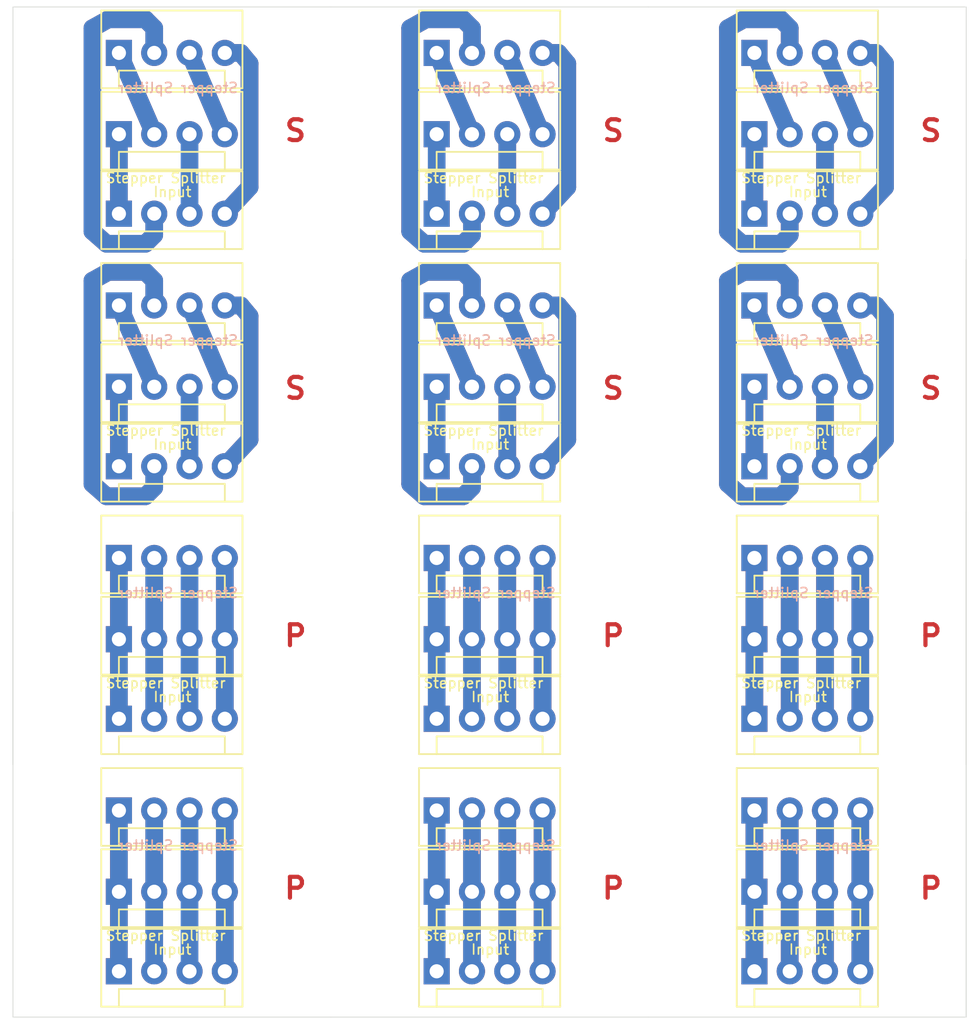
<source format=kicad_pcb>
(kicad_pcb (version 20171130) (host pcbnew "(5.1.4)-1")

  (general
    (thickness 1.6)
    (drawings 74)
    (tracks 276)
    (zones 0)
    (modules 97)
    (nets 5)
  )

  (page A4)
  (layers
    (0 Top signal)
    (31 Bottom signal)
    (32 B.Adhes user hide)
    (33 F.Adhes user hide)
    (34 B.Paste user hide)
    (35 F.Paste user hide)
    (36 B.SilkS user hide)
    (37 F.SilkS user)
    (38 B.Mask user hide)
    (39 F.Mask user hide)
    (40 Dwgs.User user hide)
    (41 Cmts.User user hide)
    (42 Eco1.User user)
    (43 Eco2.User user hide)
    (44 Edge.Cuts user)
    (45 Margin user hide)
    (46 B.CrtYd user hide)
    (47 F.CrtYd user hide)
    (48 B.Fab user hide)
    (49 F.Fab user hide)
  )

  (setup
    (last_trace_width 1.27)
    (user_trace_width 1.27)
    (trace_clearance 0.1524)
    (zone_clearance 0.508)
    (zone_45_only no)
    (trace_min 0.2)
    (via_size 0.8)
    (via_drill 0.4)
    (via_min_size 0.4)
    (via_min_drill 0.3)
    (uvia_size 0.3)
    (uvia_drill 0.1)
    (uvias_allowed no)
    (uvia_min_size 0.2)
    (uvia_min_drill 0.1)
    (edge_width 0.05)
    (segment_width 0.2)
    (pcb_text_width 0.3)
    (pcb_text_size 1.5 1.5)
    (mod_edge_width 0.12)
    (mod_text_size 1 1)
    (mod_text_width 0.15)
    (pad_size 1.524 1.524)
    (pad_drill 0.762)
    (pad_to_mask_clearance 0.051)
    (solder_mask_min_width 0.25)
    (aux_axis_origin 86.3511 143.1286)
    (grid_origin 86.3511 143.1286)
    (visible_elements 7FFFFFFF)
    (pcbplotparams
      (layerselection 0x014fc_ffffffff)
      (usegerberextensions false)
      (usegerberattributes false)
      (usegerberadvancedattributes false)
      (creategerberjobfile false)
      (excludeedgelayer true)
      (linewidth 0.100000)
      (plotframeref false)
      (viasonmask false)
      (mode 1)
      (useauxorigin true)
      (hpglpennumber 1)
      (hpglpenspeed 20)
      (hpglpendiameter 15.000000)
      (psnegative false)
      (psa4output false)
      (plotreference true)
      (plotvalue true)
      (plotinvisibletext false)
      (padsonsilk false)
      (subtractmaskfromsilk false)
      (outputformat 1)
      (mirror false)
      (drillshape 0)
      (scaleselection 1)
      (outputdirectory "C:/Users/SanderD/Downloads/splitterboard-sp"))
  )

  (net 0 "")
  (net 1 2B1M)
  (net 2 2A1M)
  (net 3 1A1M)
  (net 4 1B1M)

  (net_class Default "This is the default net class."
    (clearance 0.1524)
    (trace_width 0.25)
    (via_dia 0.8)
    (via_drill 0.4)
    (uvia_dia 0.3)
    (uvia_drill 0.1)
    (add_net 1A1M)
    (add_net 1B1M)
    (add_net 2A1M)
    (add_net 2B1M)
  )

  (module 3aaf3e325af3763c20cf8b745351d0bd:MOLEX-1X4 (layer Top) (tedit 0) (tstamp 5D80C931)
    (at 139.6911 134.1236)
    (fp_text reference JP1 (at 0 0) (layer F.SilkS) hide
      (effects (font (size 1.27 1.27) (thickness 0.15)))
    )
    (fp_text value "" (at 0 0) (layer F.SilkS) hide
      (effects (font (size 1.27 1.27) (thickness 0.15)))
    )
    (fp_line (start 7.62 1.27) (end 7.62 2.54) (layer F.SilkS) (width 0.127))
    (fp_line (start 0 1.27) (end 7.62 1.27) (layer F.SilkS) (width 0.127))
    (fp_line (start 0 2.54) (end 0 1.27) (layer F.SilkS) (width 0.127))
    (fp_line (start 0 2.54) (end -1.27 2.54) (layer F.SilkS) (width 0.127))
    (fp_line (start 7.62 2.54) (end 0 2.54) (layer F.SilkS) (width 0.127))
    (fp_line (start 8.89 2.54) (end 7.62 2.54) (layer F.SilkS) (width 0.127))
    (fp_line (start 8.89 -3.048) (end -1.27 -3.048) (layer F.SilkS) (width 0.127))
    (fp_line (start 8.89 -3.048) (end 8.89 2.54) (layer F.SilkS) (width 0.127))
    (fp_line (start -1.27 -3.048) (end -1.27 2.54) (layer F.SilkS) (width 0.127))
    (pad 4 thru_hole circle (at 7.62 0) (size 1.8796 1.8796) (drill 1.016) (layers *.Cu *.Mask)
      (solder_mask_margin 0.0762))
    (pad 3 thru_hole circle (at 5.08 0) (size 1.8796 1.8796) (drill 1.016) (layers *.Cu *.Mask)
      (solder_mask_margin 0.0762))
    (pad 2 thru_hole circle (at 2.54 0) (size 1.8796 1.8796) (drill 1.016) (layers *.Cu *.Mask)
      (solder_mask_margin 0.0762))
    (pad 1 thru_hole rect (at 0 0) (size 1.8796 1.8796) (drill 1.016) (layers *.Cu *.Mask)
      (solder_mask_margin 0.0762))
  )

  (module MountingHole:MountingHole_3.2mm_M3 (layer Top) (tedit 56D1B4CB) (tstamp 5D80C92A)
    (at 152.3911 128.4086)
    (descr "Mounting Hole 3.2mm, no annular, M3")
    (tags "mounting hole 3.2mm no annular m3")
    (attr virtual)
    (fp_text reference REF** (at 0 -4.2) (layer F.SilkS) hide
      (effects (font (size 1 1) (thickness 0.15)))
    )
    (fp_text value MountingHole_3.2mm_M3 (at 0 4.2) (layer F.Fab)
      (effects (font (size 1 1) (thickness 0.15)))
    )
    (fp_circle (center 0 0) (end 3.45 0) (layer F.CrtYd) (width 0.05))
    (fp_circle (center 0 0) (end 3.2 0) (layer Cmts.User) (width 0.15))
    (fp_text user %R (at 0.3 0) (layer F.Fab)
      (effects (font (size 1 1) (thickness 0.15)))
    )
    (pad 1 np_thru_hole circle (at 0 0) (size 3.2 3.2) (drill 3.2) (layers *.Cu *.Mask))
  )

  (module MountingHole:MountingHole_3.2mm_M3 (layer Top) (tedit 56D1B4CB) (tstamp 5D80C923)
    (at 134.6111 128.4086)
    (descr "Mounting Hole 3.2mm, no annular, M3")
    (tags "mounting hole 3.2mm no annular m3")
    (attr virtual)
    (fp_text reference REF** (at 0 -4.2) (layer F.SilkS) hide
      (effects (font (size 1 1) (thickness 0.15)))
    )
    (fp_text value MountingHole_3.2mm_M3 (at 0 4.2) (layer F.Fab)
      (effects (font (size 1 1) (thickness 0.15)))
    )
    (fp_circle (center 0 0) (end 3.45 0) (layer F.CrtYd) (width 0.05))
    (fp_circle (center 0 0) (end 3.2 0) (layer Cmts.User) (width 0.15))
    (fp_text user %R (at 0.3 0) (layer F.Fab)
      (effects (font (size 1 1) (thickness 0.15)))
    )
    (pad 1 np_thru_hole circle (at 0 0) (size 3.2 3.2) (drill 3.2) (layers *.Cu *.Mask))
  )

  (module MountingHole:MountingHole_3.2mm_M3 (layer Top) (tedit 56D1B4CB) (tstamp 5D80C91C)
    (at 134.6111 139.8386)
    (descr "Mounting Hole 3.2mm, no annular, M3")
    (tags "mounting hole 3.2mm no annular m3")
    (attr virtual)
    (fp_text reference REF** (at 0 -4.2) (layer F.SilkS) hide
      (effects (font (size 1 1) (thickness 0.15)))
    )
    (fp_text value MountingHole_3.2mm_M3 (at 0 4.2) (layer F.Fab)
      (effects (font (size 1 1) (thickness 0.15)))
    )
    (fp_circle (center 0 0) (end 3.45 0) (layer F.CrtYd) (width 0.05))
    (fp_circle (center 0 0) (end 3.2 0) (layer Cmts.User) (width 0.15))
    (fp_text user %R (at 0.3 0) (layer F.Fab)
      (effects (font (size 1 1) (thickness 0.15)))
    )
    (pad 1 np_thru_hole circle (at 0 0) (size 3.2 3.2) (drill 3.2) (layers *.Cu *.Mask))
  )

  (module 3aaf3e325af3763c20cf8b745351d0bd:MOLEX-1X4 (layer Top) (tedit 0) (tstamp 5D80C90C)
    (at 139.6911 139.8386)
    (fp_text reference JP6 (at 0 0) (layer F.SilkS) hide
      (effects (font (size 1.27 1.27) (thickness 0.15)))
    )
    (fp_text value "" (at 0 0) (layer F.SilkS) hide
      (effects (font (size 1.27 1.27) (thickness 0.15)))
    )
    (fp_line (start 7.62 1.27) (end 7.62 2.54) (layer F.SilkS) (width 0.127))
    (fp_line (start 0 1.27) (end 7.62 1.27) (layer F.SilkS) (width 0.127))
    (fp_line (start 0 2.54) (end 0 1.27) (layer F.SilkS) (width 0.127))
    (fp_line (start 0 2.54) (end -1.27 2.54) (layer F.SilkS) (width 0.127))
    (fp_line (start 7.62 2.54) (end 0 2.54) (layer F.SilkS) (width 0.127))
    (fp_line (start 8.89 2.54) (end 7.62 2.54) (layer F.SilkS) (width 0.127))
    (fp_line (start 8.89 -3.048) (end -1.27 -3.048) (layer F.SilkS) (width 0.127))
    (fp_line (start 8.89 -3.048) (end 8.89 2.54) (layer F.SilkS) (width 0.127))
    (fp_line (start -1.27 -3.048) (end -1.27 2.54) (layer F.SilkS) (width 0.127))
    (pad 4 thru_hole circle (at 7.62 0) (size 1.8796 1.8796) (drill 1.016) (layers *.Cu *.Mask)
      (solder_mask_margin 0.0762))
    (pad 3 thru_hole circle (at 5.08 0) (size 1.8796 1.8796) (drill 1.016) (layers *.Cu *.Mask)
      (solder_mask_margin 0.0762))
    (pad 2 thru_hole circle (at 2.54 0) (size 1.8796 1.8796) (drill 1.016) (layers *.Cu *.Mask)
      (solder_mask_margin 0.0762))
    (pad 1 thru_hole rect (at 0 0) (size 1.8796 1.8796) (drill 1.016) (layers *.Cu *.Mask)
      (solder_mask_margin 0.0762))
  )

  (module 3aaf3e325af3763c20cf8b745351d0bd:MOLEX-1X4 (layer Top) (tedit 0) (tstamp 5D80C8FC)
    (at 139.6911 128.2816)
    (fp_text reference JP2 (at 0 0) (layer F.SilkS) hide
      (effects (font (size 1.27 1.27) (thickness 0.15)))
    )
    (fp_text value "" (at 0 0) (layer F.SilkS) hide
      (effects (font (size 1.27 1.27) (thickness 0.15)))
    )
    (fp_line (start 7.62 1.27) (end 7.62 2.54) (layer F.SilkS) (width 0.127))
    (fp_line (start 0 1.27) (end 7.62 1.27) (layer F.SilkS) (width 0.127))
    (fp_line (start 0 2.54) (end 0 1.27) (layer F.SilkS) (width 0.127))
    (fp_line (start 0 2.54) (end -1.27 2.54) (layer F.SilkS) (width 0.127))
    (fp_line (start 7.62 2.54) (end 0 2.54) (layer F.SilkS) (width 0.127))
    (fp_line (start 8.89 2.54) (end 7.62 2.54) (layer F.SilkS) (width 0.127))
    (fp_line (start 8.89 -3.048) (end -1.27 -3.048) (layer F.SilkS) (width 0.127))
    (fp_line (start 8.89 -3.048) (end 8.89 2.54) (layer F.SilkS) (width 0.127))
    (fp_line (start -1.27 -3.048) (end -1.27 2.54) (layer F.SilkS) (width 0.127))
    (pad 4 thru_hole circle (at 7.62 0) (size 1.8796 1.8796) (drill 1.016) (layers *.Cu *.Mask)
      (solder_mask_margin 0.0762))
    (pad 3 thru_hole circle (at 5.08 0) (size 1.8796 1.8796) (drill 1.016) (layers *.Cu *.Mask)
      (solder_mask_margin 0.0762))
    (pad 2 thru_hole circle (at 2.54 0) (size 1.8796 1.8796) (drill 1.016) (layers *.Cu *.Mask)
      (solder_mask_margin 0.0762))
    (pad 1 thru_hole rect (at 0 0) (size 1.8796 1.8796) (drill 1.016) (layers *.Cu *.Mask)
      (solder_mask_margin 0.0762))
  )

  (module MountingHole:MountingHole_3.2mm_M3 (layer Top) (tedit 56D1B4CB) (tstamp 5D80C8F5)
    (at 152.3911 139.8386)
    (descr "Mounting Hole 3.2mm, no annular, M3")
    (tags "mounting hole 3.2mm no annular m3")
    (attr virtual)
    (fp_text reference REF** (at 0 -4.2) (layer F.SilkS) hide
      (effects (font (size 1 1) (thickness 0.15)))
    )
    (fp_text value MountingHole_3.2mm_M3 (at 0 4.2) (layer F.Fab)
      (effects (font (size 1 1) (thickness 0.15)))
    )
    (fp_circle (center 0 0) (end 3.45 0) (layer F.CrtYd) (width 0.05))
    (fp_circle (center 0 0) (end 3.2 0) (layer Cmts.User) (width 0.15))
    (fp_text user %R (at 0.3 0) (layer F.Fab)
      (effects (font (size 1 1) (thickness 0.15)))
    )
    (pad 1 np_thru_hole circle (at 0 0) (size 3.2 3.2) (drill 3.2) (layers *.Cu *.Mask))
  )

  (module MountingHole:MountingHole_3.2mm_M3 (layer Top) (tedit 56D1B4CB) (tstamp 5D80C8E3)
    (at 134.6111 121.6886)
    (descr "Mounting Hole 3.2mm, no annular, M3")
    (tags "mounting hole 3.2mm no annular m3")
    (attr virtual)
    (fp_text reference REF** (at 0 -4.2) (layer F.SilkS) hide
      (effects (font (size 1 1) (thickness 0.15)))
    )
    (fp_text value MountingHole_3.2mm_M3 (at 0 4.2) (layer F.Fab)
      (effects (font (size 1 1) (thickness 0.15)))
    )
    (fp_circle (center 0 0) (end 3.45 0) (layer F.CrtYd) (width 0.05))
    (fp_circle (center 0 0) (end 3.2 0) (layer Cmts.User) (width 0.15))
    (fp_text user %R (at 0.3 0) (layer F.Fab)
      (effects (font (size 1 1) (thickness 0.15)))
    )
    (pad 1 np_thru_hole circle (at 0 0) (size 3.2 3.2) (drill 3.2) (layers *.Cu *.Mask))
  )

  (module MountingHole:MountingHole_3.2mm_M3 (layer Top) (tedit 56D1B4CB) (tstamp 5D80C8DC)
    (at 152.3911 121.6886)
    (descr "Mounting Hole 3.2mm, no annular, M3")
    (tags "mounting hole 3.2mm no annular m3")
    (attr virtual)
    (fp_text reference REF** (at 0 -4.2) (layer F.SilkS) hide
      (effects (font (size 1 1) (thickness 0.15)))
    )
    (fp_text value MountingHole_3.2mm_M3 (at 0 4.2) (layer F.Fab)
      (effects (font (size 1 1) (thickness 0.15)))
    )
    (fp_circle (center 0 0) (end 3.45 0) (layer F.CrtYd) (width 0.05))
    (fp_circle (center 0 0) (end 3.2 0) (layer Cmts.User) (width 0.15))
    (fp_text user %R (at 0.3 0) (layer F.Fab)
      (effects (font (size 1 1) (thickness 0.15)))
    )
    (pad 1 np_thru_hole circle (at 0 0) (size 3.2 3.2) (drill 3.2) (layers *.Cu *.Mask))
  )

  (module 3aaf3e325af3763c20cf8b745351d0bd:MOLEX-1X4 (layer Top) (tedit 0) (tstamp 5D80C931)
    (at 116.8311 134.1236)
    (fp_text reference JP1 (at 0 0) (layer F.SilkS) hide
      (effects (font (size 1.27 1.27) (thickness 0.15)))
    )
    (fp_text value "" (at 0 0) (layer F.SilkS) hide
      (effects (font (size 1.27 1.27) (thickness 0.15)))
    )
    (fp_line (start 7.62 1.27) (end 7.62 2.54) (layer F.SilkS) (width 0.127))
    (fp_line (start 0 1.27) (end 7.62 1.27) (layer F.SilkS) (width 0.127))
    (fp_line (start 0 2.54) (end 0 1.27) (layer F.SilkS) (width 0.127))
    (fp_line (start 0 2.54) (end -1.27 2.54) (layer F.SilkS) (width 0.127))
    (fp_line (start 7.62 2.54) (end 0 2.54) (layer F.SilkS) (width 0.127))
    (fp_line (start 8.89 2.54) (end 7.62 2.54) (layer F.SilkS) (width 0.127))
    (fp_line (start 8.89 -3.048) (end -1.27 -3.048) (layer F.SilkS) (width 0.127))
    (fp_line (start 8.89 -3.048) (end 8.89 2.54) (layer F.SilkS) (width 0.127))
    (fp_line (start -1.27 -3.048) (end -1.27 2.54) (layer F.SilkS) (width 0.127))
    (pad 4 thru_hole circle (at 7.62 0) (size 1.8796 1.8796) (drill 1.016) (layers *.Cu *.Mask)
      (solder_mask_margin 0.0762))
    (pad 3 thru_hole circle (at 5.08 0) (size 1.8796 1.8796) (drill 1.016) (layers *.Cu *.Mask)
      (solder_mask_margin 0.0762))
    (pad 2 thru_hole circle (at 2.54 0) (size 1.8796 1.8796) (drill 1.016) (layers *.Cu *.Mask)
      (solder_mask_margin 0.0762))
    (pad 1 thru_hole rect (at 0 0) (size 1.8796 1.8796) (drill 1.016) (layers *.Cu *.Mask)
      (solder_mask_margin 0.0762))
  )

  (module MountingHole:MountingHole_3.2mm_M3 (layer Top) (tedit 56D1B4CB) (tstamp 5D80C92A)
    (at 129.5311 128.4086)
    (descr "Mounting Hole 3.2mm, no annular, M3")
    (tags "mounting hole 3.2mm no annular m3")
    (attr virtual)
    (fp_text reference REF** (at 0 -4.2) (layer F.SilkS) hide
      (effects (font (size 1 1) (thickness 0.15)))
    )
    (fp_text value MountingHole_3.2mm_M3 (at 0 4.2) (layer F.Fab)
      (effects (font (size 1 1) (thickness 0.15)))
    )
    (fp_circle (center 0 0) (end 3.45 0) (layer F.CrtYd) (width 0.05))
    (fp_circle (center 0 0) (end 3.2 0) (layer Cmts.User) (width 0.15))
    (fp_text user %R (at 0.3 0) (layer F.Fab)
      (effects (font (size 1 1) (thickness 0.15)))
    )
    (pad 1 np_thru_hole circle (at 0 0) (size 3.2 3.2) (drill 3.2) (layers *.Cu *.Mask))
  )

  (module MountingHole:MountingHole_3.2mm_M3 (layer Top) (tedit 56D1B4CB) (tstamp 5D80C923)
    (at 111.7511 128.4086)
    (descr "Mounting Hole 3.2mm, no annular, M3")
    (tags "mounting hole 3.2mm no annular m3")
    (attr virtual)
    (fp_text reference REF** (at 0 -4.2) (layer F.SilkS) hide
      (effects (font (size 1 1) (thickness 0.15)))
    )
    (fp_text value MountingHole_3.2mm_M3 (at 0 4.2) (layer F.Fab)
      (effects (font (size 1 1) (thickness 0.15)))
    )
    (fp_circle (center 0 0) (end 3.45 0) (layer F.CrtYd) (width 0.05))
    (fp_circle (center 0 0) (end 3.2 0) (layer Cmts.User) (width 0.15))
    (fp_text user %R (at 0.3 0) (layer F.Fab)
      (effects (font (size 1 1) (thickness 0.15)))
    )
    (pad 1 np_thru_hole circle (at 0 0) (size 3.2 3.2) (drill 3.2) (layers *.Cu *.Mask))
  )

  (module MountingHole:MountingHole_3.2mm_M3 (layer Top) (tedit 56D1B4CB) (tstamp 5D80C91C)
    (at 111.7511 139.8386)
    (descr "Mounting Hole 3.2mm, no annular, M3")
    (tags "mounting hole 3.2mm no annular m3")
    (attr virtual)
    (fp_text reference REF** (at 0 -4.2) (layer F.SilkS) hide
      (effects (font (size 1 1) (thickness 0.15)))
    )
    (fp_text value MountingHole_3.2mm_M3 (at 0 4.2) (layer F.Fab)
      (effects (font (size 1 1) (thickness 0.15)))
    )
    (fp_circle (center 0 0) (end 3.45 0) (layer F.CrtYd) (width 0.05))
    (fp_circle (center 0 0) (end 3.2 0) (layer Cmts.User) (width 0.15))
    (fp_text user %R (at 0.3 0) (layer F.Fab)
      (effects (font (size 1 1) (thickness 0.15)))
    )
    (pad 1 np_thru_hole circle (at 0 0) (size 3.2 3.2) (drill 3.2) (layers *.Cu *.Mask))
  )

  (module 3aaf3e325af3763c20cf8b745351d0bd:MOLEX-1X4 (layer Top) (tedit 0) (tstamp 5D80C90C)
    (at 116.8311 139.8386)
    (fp_text reference JP6 (at 0 0) (layer F.SilkS) hide
      (effects (font (size 1.27 1.27) (thickness 0.15)))
    )
    (fp_text value "" (at 0 0) (layer F.SilkS) hide
      (effects (font (size 1.27 1.27) (thickness 0.15)))
    )
    (fp_line (start 7.62 1.27) (end 7.62 2.54) (layer F.SilkS) (width 0.127))
    (fp_line (start 0 1.27) (end 7.62 1.27) (layer F.SilkS) (width 0.127))
    (fp_line (start 0 2.54) (end 0 1.27) (layer F.SilkS) (width 0.127))
    (fp_line (start 0 2.54) (end -1.27 2.54) (layer F.SilkS) (width 0.127))
    (fp_line (start 7.62 2.54) (end 0 2.54) (layer F.SilkS) (width 0.127))
    (fp_line (start 8.89 2.54) (end 7.62 2.54) (layer F.SilkS) (width 0.127))
    (fp_line (start 8.89 -3.048) (end -1.27 -3.048) (layer F.SilkS) (width 0.127))
    (fp_line (start 8.89 -3.048) (end 8.89 2.54) (layer F.SilkS) (width 0.127))
    (fp_line (start -1.27 -3.048) (end -1.27 2.54) (layer F.SilkS) (width 0.127))
    (pad 4 thru_hole circle (at 7.62 0) (size 1.8796 1.8796) (drill 1.016) (layers *.Cu *.Mask)
      (solder_mask_margin 0.0762))
    (pad 3 thru_hole circle (at 5.08 0) (size 1.8796 1.8796) (drill 1.016) (layers *.Cu *.Mask)
      (solder_mask_margin 0.0762))
    (pad 2 thru_hole circle (at 2.54 0) (size 1.8796 1.8796) (drill 1.016) (layers *.Cu *.Mask)
      (solder_mask_margin 0.0762))
    (pad 1 thru_hole rect (at 0 0) (size 1.8796 1.8796) (drill 1.016) (layers *.Cu *.Mask)
      (solder_mask_margin 0.0762))
  )

  (module 3aaf3e325af3763c20cf8b745351d0bd:MOLEX-1X4 (layer Top) (tedit 0) (tstamp 5D80C8FC)
    (at 116.8311 128.2816)
    (fp_text reference JP2 (at 0 0) (layer F.SilkS) hide
      (effects (font (size 1.27 1.27) (thickness 0.15)))
    )
    (fp_text value "" (at 0 0) (layer F.SilkS) hide
      (effects (font (size 1.27 1.27) (thickness 0.15)))
    )
    (fp_line (start 7.62 1.27) (end 7.62 2.54) (layer F.SilkS) (width 0.127))
    (fp_line (start 0 1.27) (end 7.62 1.27) (layer F.SilkS) (width 0.127))
    (fp_line (start 0 2.54) (end 0 1.27) (layer F.SilkS) (width 0.127))
    (fp_line (start 0 2.54) (end -1.27 2.54) (layer F.SilkS) (width 0.127))
    (fp_line (start 7.62 2.54) (end 0 2.54) (layer F.SilkS) (width 0.127))
    (fp_line (start 8.89 2.54) (end 7.62 2.54) (layer F.SilkS) (width 0.127))
    (fp_line (start 8.89 -3.048) (end -1.27 -3.048) (layer F.SilkS) (width 0.127))
    (fp_line (start 8.89 -3.048) (end 8.89 2.54) (layer F.SilkS) (width 0.127))
    (fp_line (start -1.27 -3.048) (end -1.27 2.54) (layer F.SilkS) (width 0.127))
    (pad 4 thru_hole circle (at 7.62 0) (size 1.8796 1.8796) (drill 1.016) (layers *.Cu *.Mask)
      (solder_mask_margin 0.0762))
    (pad 3 thru_hole circle (at 5.08 0) (size 1.8796 1.8796) (drill 1.016) (layers *.Cu *.Mask)
      (solder_mask_margin 0.0762))
    (pad 2 thru_hole circle (at 2.54 0) (size 1.8796 1.8796) (drill 1.016) (layers *.Cu *.Mask)
      (solder_mask_margin 0.0762))
    (pad 1 thru_hole rect (at 0 0) (size 1.8796 1.8796) (drill 1.016) (layers *.Cu *.Mask)
      (solder_mask_margin 0.0762))
  )

  (module MountingHole:MountingHole_3.2mm_M3 (layer Top) (tedit 56D1B4CB) (tstamp 5D80C8F5)
    (at 129.5311 139.8386)
    (descr "Mounting Hole 3.2mm, no annular, M3")
    (tags "mounting hole 3.2mm no annular m3")
    (attr virtual)
    (fp_text reference REF** (at 0 -4.2) (layer F.SilkS) hide
      (effects (font (size 1 1) (thickness 0.15)))
    )
    (fp_text value MountingHole_3.2mm_M3 (at 0 4.2) (layer F.Fab)
      (effects (font (size 1 1) (thickness 0.15)))
    )
    (fp_circle (center 0 0) (end 3.45 0) (layer F.CrtYd) (width 0.05))
    (fp_circle (center 0 0) (end 3.2 0) (layer Cmts.User) (width 0.15))
    (fp_text user %R (at 0.3 0) (layer F.Fab)
      (effects (font (size 1 1) (thickness 0.15)))
    )
    (pad 1 np_thru_hole circle (at 0 0) (size 3.2 3.2) (drill 3.2) (layers *.Cu *.Mask))
  )

  (module MountingHole:MountingHole_3.2mm_M3 (layer Top) (tedit 56D1B4CB) (tstamp 5D80C8E3)
    (at 111.7511 121.6886)
    (descr "Mounting Hole 3.2mm, no annular, M3")
    (tags "mounting hole 3.2mm no annular m3")
    (attr virtual)
    (fp_text reference REF** (at 0 -4.2) (layer F.SilkS) hide
      (effects (font (size 1 1) (thickness 0.15)))
    )
    (fp_text value MountingHole_3.2mm_M3 (at 0 4.2) (layer F.Fab)
      (effects (font (size 1 1) (thickness 0.15)))
    )
    (fp_circle (center 0 0) (end 3.45 0) (layer F.CrtYd) (width 0.05))
    (fp_circle (center 0 0) (end 3.2 0) (layer Cmts.User) (width 0.15))
    (fp_text user %R (at 0.3 0) (layer F.Fab)
      (effects (font (size 1 1) (thickness 0.15)))
    )
    (pad 1 np_thru_hole circle (at 0 0) (size 3.2 3.2) (drill 3.2) (layers *.Cu *.Mask))
  )

  (module MountingHole:MountingHole_3.2mm_M3 (layer Top) (tedit 56D1B4CB) (tstamp 5D80C8DC)
    (at 129.5311 121.6886)
    (descr "Mounting Hole 3.2mm, no annular, M3")
    (tags "mounting hole 3.2mm no annular m3")
    (attr virtual)
    (fp_text reference REF** (at 0 -4.2) (layer F.SilkS) hide
      (effects (font (size 1 1) (thickness 0.15)))
    )
    (fp_text value MountingHole_3.2mm_M3 (at 0 4.2) (layer F.Fab)
      (effects (font (size 1 1) (thickness 0.15)))
    )
    (fp_circle (center 0 0) (end 3.45 0) (layer F.CrtYd) (width 0.05))
    (fp_circle (center 0 0) (end 3.2 0) (layer Cmts.User) (width 0.15))
    (fp_text user %R (at 0.3 0) (layer F.Fab)
      (effects (font (size 1 1) (thickness 0.15)))
    )
    (pad 1 np_thru_hole circle (at 0 0) (size 3.2 3.2) (drill 3.2) (layers *.Cu *.Mask))
  )

  (module MountingHole:MountingHole_3.2mm_M3 (layer Top) (tedit 56D1B4CB) (tstamp 5D80C8D3)
    (at 134.6111 121.6886)
    (descr "Mounting Hole 3.2mm, no annular, M3")
    (tags "mounting hole 3.2mm no annular m3")
    (attr virtual)
    (fp_text reference REF** (at 0 -4.2) (layer F.SilkS) hide
      (effects (font (size 1 1) (thickness 0.15)))
    )
    (fp_text value MountingHole_3.2mm_M3 (at 0 4.2) (layer F.Fab)
      (effects (font (size 1 1) (thickness 0.15)))
    )
    (fp_circle (center 0 0) (end 3.45 0) (layer F.CrtYd) (width 0.05))
    (fp_circle (center 0 0) (end 3.2 0) (layer Cmts.User) (width 0.15))
    (fp_text user %R (at 0.3 0) (layer F.Fab)
      (effects (font (size 1 1) (thickness 0.15)))
    )
    (pad 1 np_thru_hole circle (at 0 0) (size 3.2 3.2) (drill 3.2) (layers *.Cu *.Mask))
  )

  (module 3aaf3e325af3763c20cf8b745351d0bd:MOLEX-1X4 (layer Top) (tedit 0) (tstamp 5D80C931)
    (at 93.9711 134.1236)
    (fp_text reference JP1 (at 0 0) (layer F.SilkS) hide
      (effects (font (size 1.27 1.27) (thickness 0.15)))
    )
    (fp_text value "" (at 0 0) (layer F.SilkS) hide
      (effects (font (size 1.27 1.27) (thickness 0.15)))
    )
    (fp_line (start 7.62 1.27) (end 7.62 2.54) (layer F.SilkS) (width 0.127))
    (fp_line (start 0 1.27) (end 7.62 1.27) (layer F.SilkS) (width 0.127))
    (fp_line (start 0 2.54) (end 0 1.27) (layer F.SilkS) (width 0.127))
    (fp_line (start 0 2.54) (end -1.27 2.54) (layer F.SilkS) (width 0.127))
    (fp_line (start 7.62 2.54) (end 0 2.54) (layer F.SilkS) (width 0.127))
    (fp_line (start 8.89 2.54) (end 7.62 2.54) (layer F.SilkS) (width 0.127))
    (fp_line (start 8.89 -3.048) (end -1.27 -3.048) (layer F.SilkS) (width 0.127))
    (fp_line (start 8.89 -3.048) (end 8.89 2.54) (layer F.SilkS) (width 0.127))
    (fp_line (start -1.27 -3.048) (end -1.27 2.54) (layer F.SilkS) (width 0.127))
    (pad 4 thru_hole circle (at 7.62 0) (size 1.8796 1.8796) (drill 1.016) (layers *.Cu *.Mask)
      (solder_mask_margin 0.0762))
    (pad 3 thru_hole circle (at 5.08 0) (size 1.8796 1.8796) (drill 1.016) (layers *.Cu *.Mask)
      (solder_mask_margin 0.0762))
    (pad 2 thru_hole circle (at 2.54 0) (size 1.8796 1.8796) (drill 1.016) (layers *.Cu *.Mask)
      (solder_mask_margin 0.0762))
    (pad 1 thru_hole rect (at 0 0) (size 1.8796 1.8796) (drill 1.016) (layers *.Cu *.Mask)
      (solder_mask_margin 0.0762))
  )

  (module MountingHole:MountingHole_3.2mm_M3 (layer Top) (tedit 56D1B4CB) (tstamp 5D80C92A)
    (at 106.6711 128.4086)
    (descr "Mounting Hole 3.2mm, no annular, M3")
    (tags "mounting hole 3.2mm no annular m3")
    (attr virtual)
    (fp_text reference REF** (at 0 -4.2) (layer F.SilkS) hide
      (effects (font (size 1 1) (thickness 0.15)))
    )
    (fp_text value MountingHole_3.2mm_M3 (at 0 4.2) (layer F.Fab)
      (effects (font (size 1 1) (thickness 0.15)))
    )
    (fp_circle (center 0 0) (end 3.45 0) (layer F.CrtYd) (width 0.05))
    (fp_circle (center 0 0) (end 3.2 0) (layer Cmts.User) (width 0.15))
    (fp_text user %R (at 0.3 0) (layer F.Fab)
      (effects (font (size 1 1) (thickness 0.15)))
    )
    (pad 1 np_thru_hole circle (at 0 0) (size 3.2 3.2) (drill 3.2) (layers *.Cu *.Mask))
  )

  (module MountingHole:MountingHole_3.2mm_M3 (layer Top) (tedit 56D1B4CB) (tstamp 5D80C923)
    (at 88.8911 128.4086)
    (descr "Mounting Hole 3.2mm, no annular, M3")
    (tags "mounting hole 3.2mm no annular m3")
    (attr virtual)
    (fp_text reference REF** (at 0 -4.2) (layer F.SilkS) hide
      (effects (font (size 1 1) (thickness 0.15)))
    )
    (fp_text value MountingHole_3.2mm_M3 (at 0 4.2) (layer F.Fab)
      (effects (font (size 1 1) (thickness 0.15)))
    )
    (fp_circle (center 0 0) (end 3.45 0) (layer F.CrtYd) (width 0.05))
    (fp_circle (center 0 0) (end 3.2 0) (layer Cmts.User) (width 0.15))
    (fp_text user %R (at 0.3 0) (layer F.Fab)
      (effects (font (size 1 1) (thickness 0.15)))
    )
    (pad 1 np_thru_hole circle (at 0 0) (size 3.2 3.2) (drill 3.2) (layers *.Cu *.Mask))
  )

  (module MountingHole:MountingHole_3.2mm_M3 (layer Top) (tedit 56D1B4CB) (tstamp 5D80C91C)
    (at 88.8911 139.8386)
    (descr "Mounting Hole 3.2mm, no annular, M3")
    (tags "mounting hole 3.2mm no annular m3")
    (attr virtual)
    (fp_text reference REF** (at 0 -4.2) (layer F.SilkS) hide
      (effects (font (size 1 1) (thickness 0.15)))
    )
    (fp_text value MountingHole_3.2mm_M3 (at 0 4.2) (layer F.Fab)
      (effects (font (size 1 1) (thickness 0.15)))
    )
    (fp_circle (center 0 0) (end 3.45 0) (layer F.CrtYd) (width 0.05))
    (fp_circle (center 0 0) (end 3.2 0) (layer Cmts.User) (width 0.15))
    (fp_text user %R (at 0.3 0) (layer F.Fab)
      (effects (font (size 1 1) (thickness 0.15)))
    )
    (pad 1 np_thru_hole circle (at 0 0) (size 3.2 3.2) (drill 3.2) (layers *.Cu *.Mask))
  )

  (module 3aaf3e325af3763c20cf8b745351d0bd:MOLEX-1X4 (layer Top) (tedit 0) (tstamp 5D80C90C)
    (at 93.9711 139.8386)
    (fp_text reference JP6 (at 0 0) (layer F.SilkS) hide
      (effects (font (size 1.27 1.27) (thickness 0.15)))
    )
    (fp_text value "" (at 0 0) (layer F.SilkS) hide
      (effects (font (size 1.27 1.27) (thickness 0.15)))
    )
    (fp_line (start 7.62 1.27) (end 7.62 2.54) (layer F.SilkS) (width 0.127))
    (fp_line (start 0 1.27) (end 7.62 1.27) (layer F.SilkS) (width 0.127))
    (fp_line (start 0 2.54) (end 0 1.27) (layer F.SilkS) (width 0.127))
    (fp_line (start 0 2.54) (end -1.27 2.54) (layer F.SilkS) (width 0.127))
    (fp_line (start 7.62 2.54) (end 0 2.54) (layer F.SilkS) (width 0.127))
    (fp_line (start 8.89 2.54) (end 7.62 2.54) (layer F.SilkS) (width 0.127))
    (fp_line (start 8.89 -3.048) (end -1.27 -3.048) (layer F.SilkS) (width 0.127))
    (fp_line (start 8.89 -3.048) (end 8.89 2.54) (layer F.SilkS) (width 0.127))
    (fp_line (start -1.27 -3.048) (end -1.27 2.54) (layer F.SilkS) (width 0.127))
    (pad 4 thru_hole circle (at 7.62 0) (size 1.8796 1.8796) (drill 1.016) (layers *.Cu *.Mask)
      (solder_mask_margin 0.0762))
    (pad 3 thru_hole circle (at 5.08 0) (size 1.8796 1.8796) (drill 1.016) (layers *.Cu *.Mask)
      (solder_mask_margin 0.0762))
    (pad 2 thru_hole circle (at 2.54 0) (size 1.8796 1.8796) (drill 1.016) (layers *.Cu *.Mask)
      (solder_mask_margin 0.0762))
    (pad 1 thru_hole rect (at 0 0) (size 1.8796 1.8796) (drill 1.016) (layers *.Cu *.Mask)
      (solder_mask_margin 0.0762))
  )

  (module 3aaf3e325af3763c20cf8b745351d0bd:MOLEX-1X4 (layer Top) (tedit 0) (tstamp 5D80C8FC)
    (at 93.9711 128.2816)
    (fp_text reference JP2 (at 0 0) (layer F.SilkS) hide
      (effects (font (size 1.27 1.27) (thickness 0.15)))
    )
    (fp_text value "" (at 0 0) (layer F.SilkS) hide
      (effects (font (size 1.27 1.27) (thickness 0.15)))
    )
    (fp_line (start 7.62 1.27) (end 7.62 2.54) (layer F.SilkS) (width 0.127))
    (fp_line (start 0 1.27) (end 7.62 1.27) (layer F.SilkS) (width 0.127))
    (fp_line (start 0 2.54) (end 0 1.27) (layer F.SilkS) (width 0.127))
    (fp_line (start 0 2.54) (end -1.27 2.54) (layer F.SilkS) (width 0.127))
    (fp_line (start 7.62 2.54) (end 0 2.54) (layer F.SilkS) (width 0.127))
    (fp_line (start 8.89 2.54) (end 7.62 2.54) (layer F.SilkS) (width 0.127))
    (fp_line (start 8.89 -3.048) (end -1.27 -3.048) (layer F.SilkS) (width 0.127))
    (fp_line (start 8.89 -3.048) (end 8.89 2.54) (layer F.SilkS) (width 0.127))
    (fp_line (start -1.27 -3.048) (end -1.27 2.54) (layer F.SilkS) (width 0.127))
    (pad 4 thru_hole circle (at 7.62 0) (size 1.8796 1.8796) (drill 1.016) (layers *.Cu *.Mask)
      (solder_mask_margin 0.0762))
    (pad 3 thru_hole circle (at 5.08 0) (size 1.8796 1.8796) (drill 1.016) (layers *.Cu *.Mask)
      (solder_mask_margin 0.0762))
    (pad 2 thru_hole circle (at 2.54 0) (size 1.8796 1.8796) (drill 1.016) (layers *.Cu *.Mask)
      (solder_mask_margin 0.0762))
    (pad 1 thru_hole rect (at 0 0) (size 1.8796 1.8796) (drill 1.016) (layers *.Cu *.Mask)
      (solder_mask_margin 0.0762))
  )

  (module MountingHole:MountingHole_3.2mm_M3 (layer Top) (tedit 56D1B4CB) (tstamp 5D80C8F5)
    (at 106.6711 139.8386)
    (descr "Mounting Hole 3.2mm, no annular, M3")
    (tags "mounting hole 3.2mm no annular m3")
    (attr virtual)
    (fp_text reference REF** (at 0 -4.2) (layer F.SilkS) hide
      (effects (font (size 1 1) (thickness 0.15)))
    )
    (fp_text value MountingHole_3.2mm_M3 (at 0 4.2) (layer F.Fab)
      (effects (font (size 1 1) (thickness 0.15)))
    )
    (fp_circle (center 0 0) (end 3.45 0) (layer F.CrtYd) (width 0.05))
    (fp_circle (center 0 0) (end 3.2 0) (layer Cmts.User) (width 0.15))
    (fp_text user %R (at 0.3 0) (layer F.Fab)
      (effects (font (size 1 1) (thickness 0.15)))
    )
    (pad 1 np_thru_hole circle (at 0 0) (size 3.2 3.2) (drill 3.2) (layers *.Cu *.Mask))
  )

  (module MountingHole:MountingHole_3.2mm_M3 (layer Top) (tedit 56D1B4CB) (tstamp 5D80C8E3)
    (at 88.8911 121.6886)
    (descr "Mounting Hole 3.2mm, no annular, M3")
    (tags "mounting hole 3.2mm no annular m3")
    (attr virtual)
    (fp_text reference REF** (at 0 -4.2) (layer F.SilkS) hide
      (effects (font (size 1 1) (thickness 0.15)))
    )
    (fp_text value MountingHole_3.2mm_M3 (at 0 4.2) (layer F.Fab)
      (effects (font (size 1 1) (thickness 0.15)))
    )
    (fp_circle (center 0 0) (end 3.45 0) (layer F.CrtYd) (width 0.05))
    (fp_circle (center 0 0) (end 3.2 0) (layer Cmts.User) (width 0.15))
    (fp_text user %R (at 0.3 0) (layer F.Fab)
      (effects (font (size 1 1) (thickness 0.15)))
    )
    (pad 1 np_thru_hole circle (at 0 0) (size 3.2 3.2) (drill 3.2) (layers *.Cu *.Mask))
  )

  (module MountingHole:MountingHole_3.2mm_M3 (layer Top) (tedit 56D1B4CB) (tstamp 5D80C8DC)
    (at 106.6711 121.6886)
    (descr "Mounting Hole 3.2mm, no annular, M3")
    (tags "mounting hole 3.2mm no annular m3")
    (attr virtual)
    (fp_text reference REF** (at 0 -4.2) (layer F.SilkS) hide
      (effects (font (size 1 1) (thickness 0.15)))
    )
    (fp_text value MountingHole_3.2mm_M3 (at 0 4.2) (layer F.Fab)
      (effects (font (size 1 1) (thickness 0.15)))
    )
    (fp_circle (center 0 0) (end 3.45 0) (layer F.CrtYd) (width 0.05))
    (fp_circle (center 0 0) (end 3.2 0) (layer Cmts.User) (width 0.15))
    (fp_text user %R (at 0.3 0) (layer F.Fab)
      (effects (font (size 1 1) (thickness 0.15)))
    )
    (pad 1 np_thru_hole circle (at 0 0) (size 3.2 3.2) (drill 3.2) (layers *.Cu *.Mask))
  )

  (module MountingHole:MountingHole_3.2mm_M3 (layer Top) (tedit 56D1B4CB) (tstamp 5D80C8D3)
    (at 111.7511 121.6886)
    (descr "Mounting Hole 3.2mm, no annular, M3")
    (tags "mounting hole 3.2mm no annular m3")
    (attr virtual)
    (fp_text reference REF** (at 0 -4.2) (layer F.SilkS) hide
      (effects (font (size 1 1) (thickness 0.15)))
    )
    (fp_text value MountingHole_3.2mm_M3 (at 0 4.2) (layer F.Fab)
      (effects (font (size 1 1) (thickness 0.15)))
    )
    (fp_circle (center 0 0) (end 3.45 0) (layer F.CrtYd) (width 0.05))
    (fp_circle (center 0 0) (end 3.2 0) (layer Cmts.User) (width 0.15))
    (fp_text user %R (at 0.3 0) (layer F.Fab)
      (effects (font (size 1 1) (thickness 0.15)))
    )
    (pad 1 np_thru_hole circle (at 0 0) (size 3.2 3.2) (drill 3.2) (layers *.Cu *.Mask))
  )

  (module 3aaf3e325af3763c20cf8b745351d0bd:MOLEX-1X4 (layer Top) (tedit 0) (tstamp 5D80C931)
    (at 139.6911 115.9736)
    (fp_text reference JP1 (at 0 0) (layer F.SilkS) hide
      (effects (font (size 1.27 1.27) (thickness 0.15)))
    )
    (fp_text value "" (at 0 0) (layer F.SilkS) hide
      (effects (font (size 1.27 1.27) (thickness 0.15)))
    )
    (fp_line (start 7.62 1.27) (end 7.62 2.54) (layer F.SilkS) (width 0.127))
    (fp_line (start 0 1.27) (end 7.62 1.27) (layer F.SilkS) (width 0.127))
    (fp_line (start 0 2.54) (end 0 1.27) (layer F.SilkS) (width 0.127))
    (fp_line (start 0 2.54) (end -1.27 2.54) (layer F.SilkS) (width 0.127))
    (fp_line (start 7.62 2.54) (end 0 2.54) (layer F.SilkS) (width 0.127))
    (fp_line (start 8.89 2.54) (end 7.62 2.54) (layer F.SilkS) (width 0.127))
    (fp_line (start 8.89 -3.048) (end -1.27 -3.048) (layer F.SilkS) (width 0.127))
    (fp_line (start 8.89 -3.048) (end 8.89 2.54) (layer F.SilkS) (width 0.127))
    (fp_line (start -1.27 -3.048) (end -1.27 2.54) (layer F.SilkS) (width 0.127))
    (pad 4 thru_hole circle (at 7.62 0) (size 1.8796 1.8796) (drill 1.016) (layers *.Cu *.Mask)
      (solder_mask_margin 0.0762))
    (pad 3 thru_hole circle (at 5.08 0) (size 1.8796 1.8796) (drill 1.016) (layers *.Cu *.Mask)
      (solder_mask_margin 0.0762))
    (pad 2 thru_hole circle (at 2.54 0) (size 1.8796 1.8796) (drill 1.016) (layers *.Cu *.Mask)
      (solder_mask_margin 0.0762))
    (pad 1 thru_hole rect (at 0 0) (size 1.8796 1.8796) (drill 1.016) (layers *.Cu *.Mask)
      (solder_mask_margin 0.0762))
  )

  (module MountingHole:MountingHole_3.2mm_M3 (layer Top) (tedit 56D1B4CB) (tstamp 5D80C92A)
    (at 152.3911 110.2586)
    (descr "Mounting Hole 3.2mm, no annular, M3")
    (tags "mounting hole 3.2mm no annular m3")
    (attr virtual)
    (fp_text reference REF** (at 0 -4.2) (layer F.SilkS) hide
      (effects (font (size 1 1) (thickness 0.15)))
    )
    (fp_text value MountingHole_3.2mm_M3 (at 0 4.2) (layer F.Fab)
      (effects (font (size 1 1) (thickness 0.15)))
    )
    (fp_circle (center 0 0) (end 3.45 0) (layer F.CrtYd) (width 0.05))
    (fp_circle (center 0 0) (end 3.2 0) (layer Cmts.User) (width 0.15))
    (fp_text user %R (at 0.3 0) (layer F.Fab)
      (effects (font (size 1 1) (thickness 0.15)))
    )
    (pad 1 np_thru_hole circle (at 0 0) (size 3.2 3.2) (drill 3.2) (layers *.Cu *.Mask))
  )

  (module MountingHole:MountingHole_3.2mm_M3 (layer Top) (tedit 56D1B4CB) (tstamp 5D80C923)
    (at 134.6111 110.2586)
    (descr "Mounting Hole 3.2mm, no annular, M3")
    (tags "mounting hole 3.2mm no annular m3")
    (attr virtual)
    (fp_text reference REF** (at 0 -4.2) (layer F.SilkS) hide
      (effects (font (size 1 1) (thickness 0.15)))
    )
    (fp_text value MountingHole_3.2mm_M3 (at 0 4.2) (layer F.Fab)
      (effects (font (size 1 1) (thickness 0.15)))
    )
    (fp_circle (center 0 0) (end 3.45 0) (layer F.CrtYd) (width 0.05))
    (fp_circle (center 0 0) (end 3.2 0) (layer Cmts.User) (width 0.15))
    (fp_text user %R (at 0.3 0) (layer F.Fab)
      (effects (font (size 1 1) (thickness 0.15)))
    )
    (pad 1 np_thru_hole circle (at 0 0) (size 3.2 3.2) (drill 3.2) (layers *.Cu *.Mask))
  )

  (module MountingHole:MountingHole_3.2mm_M3 (layer Top) (tedit 56D1B4CB) (tstamp 5D80C91C)
    (at 134.6111 121.6886)
    (descr "Mounting Hole 3.2mm, no annular, M3")
    (tags "mounting hole 3.2mm no annular m3")
    (attr virtual)
    (fp_text reference REF** (at 0 -4.2) (layer F.SilkS) hide
      (effects (font (size 1 1) (thickness 0.15)))
    )
    (fp_text value MountingHole_3.2mm_M3 (at 0 4.2) (layer F.Fab)
      (effects (font (size 1 1) (thickness 0.15)))
    )
    (fp_circle (center 0 0) (end 3.45 0) (layer F.CrtYd) (width 0.05))
    (fp_circle (center 0 0) (end 3.2 0) (layer Cmts.User) (width 0.15))
    (fp_text user %R (at 0.3 0) (layer F.Fab)
      (effects (font (size 1 1) (thickness 0.15)))
    )
    (pad 1 np_thru_hole circle (at 0 0) (size 3.2 3.2) (drill 3.2) (layers *.Cu *.Mask))
  )

  (module 3aaf3e325af3763c20cf8b745351d0bd:MOLEX-1X4 (layer Top) (tedit 0) (tstamp 5D80C90C)
    (at 139.6911 121.6886)
    (fp_text reference JP6 (at 0 0) (layer F.SilkS) hide
      (effects (font (size 1.27 1.27) (thickness 0.15)))
    )
    (fp_text value "" (at 0 0) (layer F.SilkS) hide
      (effects (font (size 1.27 1.27) (thickness 0.15)))
    )
    (fp_line (start 7.62 1.27) (end 7.62 2.54) (layer F.SilkS) (width 0.127))
    (fp_line (start 0 1.27) (end 7.62 1.27) (layer F.SilkS) (width 0.127))
    (fp_line (start 0 2.54) (end 0 1.27) (layer F.SilkS) (width 0.127))
    (fp_line (start 0 2.54) (end -1.27 2.54) (layer F.SilkS) (width 0.127))
    (fp_line (start 7.62 2.54) (end 0 2.54) (layer F.SilkS) (width 0.127))
    (fp_line (start 8.89 2.54) (end 7.62 2.54) (layer F.SilkS) (width 0.127))
    (fp_line (start 8.89 -3.048) (end -1.27 -3.048) (layer F.SilkS) (width 0.127))
    (fp_line (start 8.89 -3.048) (end 8.89 2.54) (layer F.SilkS) (width 0.127))
    (fp_line (start -1.27 -3.048) (end -1.27 2.54) (layer F.SilkS) (width 0.127))
    (pad 4 thru_hole circle (at 7.62 0) (size 1.8796 1.8796) (drill 1.016) (layers *.Cu *.Mask)
      (solder_mask_margin 0.0762))
    (pad 3 thru_hole circle (at 5.08 0) (size 1.8796 1.8796) (drill 1.016) (layers *.Cu *.Mask)
      (solder_mask_margin 0.0762))
    (pad 2 thru_hole circle (at 2.54 0) (size 1.8796 1.8796) (drill 1.016) (layers *.Cu *.Mask)
      (solder_mask_margin 0.0762))
    (pad 1 thru_hole rect (at 0 0) (size 1.8796 1.8796) (drill 1.016) (layers *.Cu *.Mask)
      (solder_mask_margin 0.0762))
  )

  (module 3aaf3e325af3763c20cf8b745351d0bd:MOLEX-1X4 (layer Top) (tedit 0) (tstamp 5D80C8FC)
    (at 139.6911 110.1316)
    (fp_text reference JP2 (at 0 0) (layer F.SilkS) hide
      (effects (font (size 1.27 1.27) (thickness 0.15)))
    )
    (fp_text value "" (at 0 0) (layer F.SilkS) hide
      (effects (font (size 1.27 1.27) (thickness 0.15)))
    )
    (fp_line (start 7.62 1.27) (end 7.62 2.54) (layer F.SilkS) (width 0.127))
    (fp_line (start 0 1.27) (end 7.62 1.27) (layer F.SilkS) (width 0.127))
    (fp_line (start 0 2.54) (end 0 1.27) (layer F.SilkS) (width 0.127))
    (fp_line (start 0 2.54) (end -1.27 2.54) (layer F.SilkS) (width 0.127))
    (fp_line (start 7.62 2.54) (end 0 2.54) (layer F.SilkS) (width 0.127))
    (fp_line (start 8.89 2.54) (end 7.62 2.54) (layer F.SilkS) (width 0.127))
    (fp_line (start 8.89 -3.048) (end -1.27 -3.048) (layer F.SilkS) (width 0.127))
    (fp_line (start 8.89 -3.048) (end 8.89 2.54) (layer F.SilkS) (width 0.127))
    (fp_line (start -1.27 -3.048) (end -1.27 2.54) (layer F.SilkS) (width 0.127))
    (pad 4 thru_hole circle (at 7.62 0) (size 1.8796 1.8796) (drill 1.016) (layers *.Cu *.Mask)
      (solder_mask_margin 0.0762))
    (pad 3 thru_hole circle (at 5.08 0) (size 1.8796 1.8796) (drill 1.016) (layers *.Cu *.Mask)
      (solder_mask_margin 0.0762))
    (pad 2 thru_hole circle (at 2.54 0) (size 1.8796 1.8796) (drill 1.016) (layers *.Cu *.Mask)
      (solder_mask_margin 0.0762))
    (pad 1 thru_hole rect (at 0 0) (size 1.8796 1.8796) (drill 1.016) (layers *.Cu *.Mask)
      (solder_mask_margin 0.0762))
  )

  (module MountingHole:MountingHole_3.2mm_M3 (layer Top) (tedit 56D1B4CB) (tstamp 5D80C8F5)
    (at 152.3911 121.6886)
    (descr "Mounting Hole 3.2mm, no annular, M3")
    (tags "mounting hole 3.2mm no annular m3")
    (attr virtual)
    (fp_text reference REF** (at 0 -4.2) (layer F.SilkS) hide
      (effects (font (size 1 1) (thickness 0.15)))
    )
    (fp_text value MountingHole_3.2mm_M3 (at 0 4.2) (layer F.Fab)
      (effects (font (size 1 1) (thickness 0.15)))
    )
    (fp_circle (center 0 0) (end 3.45 0) (layer F.CrtYd) (width 0.05))
    (fp_circle (center 0 0) (end 3.2 0) (layer Cmts.User) (width 0.15))
    (fp_text user %R (at 0.3 0) (layer F.Fab)
      (effects (font (size 1 1) (thickness 0.15)))
    )
    (pad 1 np_thru_hole circle (at 0 0) (size 3.2 3.2) (drill 3.2) (layers *.Cu *.Mask))
  )

  (module MountingHole:MountingHole_3.2mm_M3 (layer Top) (tedit 56D1B4CB) (tstamp 5D80C8E3)
    (at 134.6111 103.5386)
    (descr "Mounting Hole 3.2mm, no annular, M3")
    (tags "mounting hole 3.2mm no annular m3")
    (attr virtual)
    (fp_text reference REF** (at 0 -4.2) (layer F.SilkS) hide
      (effects (font (size 1 1) (thickness 0.15)))
    )
    (fp_text value MountingHole_3.2mm_M3 (at 0 4.2) (layer F.Fab)
      (effects (font (size 1 1) (thickness 0.15)))
    )
    (fp_circle (center 0 0) (end 3.45 0) (layer F.CrtYd) (width 0.05))
    (fp_circle (center 0 0) (end 3.2 0) (layer Cmts.User) (width 0.15))
    (fp_text user %R (at 0.3 0) (layer F.Fab)
      (effects (font (size 1 1) (thickness 0.15)))
    )
    (pad 1 np_thru_hole circle (at 0 0) (size 3.2 3.2) (drill 3.2) (layers *.Cu *.Mask))
  )

  (module MountingHole:MountingHole_3.2mm_M3 (layer Top) (tedit 56D1B4CB) (tstamp 5D80C8DC)
    (at 152.3911 103.5386)
    (descr "Mounting Hole 3.2mm, no annular, M3")
    (tags "mounting hole 3.2mm no annular m3")
    (attr virtual)
    (fp_text reference REF** (at 0 -4.2) (layer F.SilkS) hide
      (effects (font (size 1 1) (thickness 0.15)))
    )
    (fp_text value MountingHole_3.2mm_M3 (at 0 4.2) (layer F.Fab)
      (effects (font (size 1 1) (thickness 0.15)))
    )
    (fp_circle (center 0 0) (end 3.45 0) (layer F.CrtYd) (width 0.05))
    (fp_circle (center 0 0) (end 3.2 0) (layer Cmts.User) (width 0.15))
    (fp_text user %R (at 0.3 0) (layer F.Fab)
      (effects (font (size 1 1) (thickness 0.15)))
    )
    (pad 1 np_thru_hole circle (at 0 0) (size 3.2 3.2) (drill 3.2) (layers *.Cu *.Mask))
  )

  (module 3aaf3e325af3763c20cf8b745351d0bd:MOLEX-1X4 (layer Top) (tedit 0) (tstamp 5D80C931)
    (at 116.8311 115.9736)
    (fp_text reference JP1 (at 0 0) (layer F.SilkS) hide
      (effects (font (size 1.27 1.27) (thickness 0.15)))
    )
    (fp_text value "" (at 0 0) (layer F.SilkS) hide
      (effects (font (size 1.27 1.27) (thickness 0.15)))
    )
    (fp_line (start 7.62 1.27) (end 7.62 2.54) (layer F.SilkS) (width 0.127))
    (fp_line (start 0 1.27) (end 7.62 1.27) (layer F.SilkS) (width 0.127))
    (fp_line (start 0 2.54) (end 0 1.27) (layer F.SilkS) (width 0.127))
    (fp_line (start 0 2.54) (end -1.27 2.54) (layer F.SilkS) (width 0.127))
    (fp_line (start 7.62 2.54) (end 0 2.54) (layer F.SilkS) (width 0.127))
    (fp_line (start 8.89 2.54) (end 7.62 2.54) (layer F.SilkS) (width 0.127))
    (fp_line (start 8.89 -3.048) (end -1.27 -3.048) (layer F.SilkS) (width 0.127))
    (fp_line (start 8.89 -3.048) (end 8.89 2.54) (layer F.SilkS) (width 0.127))
    (fp_line (start -1.27 -3.048) (end -1.27 2.54) (layer F.SilkS) (width 0.127))
    (pad 4 thru_hole circle (at 7.62 0) (size 1.8796 1.8796) (drill 1.016) (layers *.Cu *.Mask)
      (solder_mask_margin 0.0762))
    (pad 3 thru_hole circle (at 5.08 0) (size 1.8796 1.8796) (drill 1.016) (layers *.Cu *.Mask)
      (solder_mask_margin 0.0762))
    (pad 2 thru_hole circle (at 2.54 0) (size 1.8796 1.8796) (drill 1.016) (layers *.Cu *.Mask)
      (solder_mask_margin 0.0762))
    (pad 1 thru_hole rect (at 0 0) (size 1.8796 1.8796) (drill 1.016) (layers *.Cu *.Mask)
      (solder_mask_margin 0.0762))
  )

  (module MountingHole:MountingHole_3.2mm_M3 (layer Top) (tedit 56D1B4CB) (tstamp 5D80C92A)
    (at 129.5311 110.2586)
    (descr "Mounting Hole 3.2mm, no annular, M3")
    (tags "mounting hole 3.2mm no annular m3")
    (attr virtual)
    (fp_text reference REF** (at 0 -4.2) (layer F.SilkS) hide
      (effects (font (size 1 1) (thickness 0.15)))
    )
    (fp_text value MountingHole_3.2mm_M3 (at 0 4.2) (layer F.Fab)
      (effects (font (size 1 1) (thickness 0.15)))
    )
    (fp_circle (center 0 0) (end 3.45 0) (layer F.CrtYd) (width 0.05))
    (fp_circle (center 0 0) (end 3.2 0) (layer Cmts.User) (width 0.15))
    (fp_text user %R (at 0.3 0) (layer F.Fab)
      (effects (font (size 1 1) (thickness 0.15)))
    )
    (pad 1 np_thru_hole circle (at 0 0) (size 3.2 3.2) (drill 3.2) (layers *.Cu *.Mask))
  )

  (module MountingHole:MountingHole_3.2mm_M3 (layer Top) (tedit 56D1B4CB) (tstamp 5D80C923)
    (at 111.7511 110.2586)
    (descr "Mounting Hole 3.2mm, no annular, M3")
    (tags "mounting hole 3.2mm no annular m3")
    (attr virtual)
    (fp_text reference REF** (at 0 -4.2) (layer F.SilkS) hide
      (effects (font (size 1 1) (thickness 0.15)))
    )
    (fp_text value MountingHole_3.2mm_M3 (at 0 4.2) (layer F.Fab)
      (effects (font (size 1 1) (thickness 0.15)))
    )
    (fp_circle (center 0 0) (end 3.45 0) (layer F.CrtYd) (width 0.05))
    (fp_circle (center 0 0) (end 3.2 0) (layer Cmts.User) (width 0.15))
    (fp_text user %R (at 0.3 0) (layer F.Fab)
      (effects (font (size 1 1) (thickness 0.15)))
    )
    (pad 1 np_thru_hole circle (at 0 0) (size 3.2 3.2) (drill 3.2) (layers *.Cu *.Mask))
  )

  (module MountingHole:MountingHole_3.2mm_M3 (layer Top) (tedit 56D1B4CB) (tstamp 5D80C91C)
    (at 111.7511 121.6886)
    (descr "Mounting Hole 3.2mm, no annular, M3")
    (tags "mounting hole 3.2mm no annular m3")
    (attr virtual)
    (fp_text reference REF** (at 0 -4.2) (layer F.SilkS) hide
      (effects (font (size 1 1) (thickness 0.15)))
    )
    (fp_text value MountingHole_3.2mm_M3 (at 0 4.2) (layer F.Fab)
      (effects (font (size 1 1) (thickness 0.15)))
    )
    (fp_circle (center 0 0) (end 3.45 0) (layer F.CrtYd) (width 0.05))
    (fp_circle (center 0 0) (end 3.2 0) (layer Cmts.User) (width 0.15))
    (fp_text user %R (at 0.3 0) (layer F.Fab)
      (effects (font (size 1 1) (thickness 0.15)))
    )
    (pad 1 np_thru_hole circle (at 0 0) (size 3.2 3.2) (drill 3.2) (layers *.Cu *.Mask))
  )

  (module 3aaf3e325af3763c20cf8b745351d0bd:MOLEX-1X4 (layer Top) (tedit 0) (tstamp 5D80C90C)
    (at 116.8311 121.6886)
    (fp_text reference JP6 (at 0 0) (layer F.SilkS) hide
      (effects (font (size 1.27 1.27) (thickness 0.15)))
    )
    (fp_text value "" (at 0 0) (layer F.SilkS) hide
      (effects (font (size 1.27 1.27) (thickness 0.15)))
    )
    (fp_line (start 7.62 1.27) (end 7.62 2.54) (layer F.SilkS) (width 0.127))
    (fp_line (start 0 1.27) (end 7.62 1.27) (layer F.SilkS) (width 0.127))
    (fp_line (start 0 2.54) (end 0 1.27) (layer F.SilkS) (width 0.127))
    (fp_line (start 0 2.54) (end -1.27 2.54) (layer F.SilkS) (width 0.127))
    (fp_line (start 7.62 2.54) (end 0 2.54) (layer F.SilkS) (width 0.127))
    (fp_line (start 8.89 2.54) (end 7.62 2.54) (layer F.SilkS) (width 0.127))
    (fp_line (start 8.89 -3.048) (end -1.27 -3.048) (layer F.SilkS) (width 0.127))
    (fp_line (start 8.89 -3.048) (end 8.89 2.54) (layer F.SilkS) (width 0.127))
    (fp_line (start -1.27 -3.048) (end -1.27 2.54) (layer F.SilkS) (width 0.127))
    (pad 4 thru_hole circle (at 7.62 0) (size 1.8796 1.8796) (drill 1.016) (layers *.Cu *.Mask)
      (solder_mask_margin 0.0762))
    (pad 3 thru_hole circle (at 5.08 0) (size 1.8796 1.8796) (drill 1.016) (layers *.Cu *.Mask)
      (solder_mask_margin 0.0762))
    (pad 2 thru_hole circle (at 2.54 0) (size 1.8796 1.8796) (drill 1.016) (layers *.Cu *.Mask)
      (solder_mask_margin 0.0762))
    (pad 1 thru_hole rect (at 0 0) (size 1.8796 1.8796) (drill 1.016) (layers *.Cu *.Mask)
      (solder_mask_margin 0.0762))
  )

  (module 3aaf3e325af3763c20cf8b745351d0bd:MOLEX-1X4 (layer Top) (tedit 0) (tstamp 5D80C8FC)
    (at 116.8311 110.1316)
    (fp_text reference JP2 (at 0 0) (layer F.SilkS) hide
      (effects (font (size 1.27 1.27) (thickness 0.15)))
    )
    (fp_text value "" (at 0 0) (layer F.SilkS) hide
      (effects (font (size 1.27 1.27) (thickness 0.15)))
    )
    (fp_line (start 7.62 1.27) (end 7.62 2.54) (layer F.SilkS) (width 0.127))
    (fp_line (start 0 1.27) (end 7.62 1.27) (layer F.SilkS) (width 0.127))
    (fp_line (start 0 2.54) (end 0 1.27) (layer F.SilkS) (width 0.127))
    (fp_line (start 0 2.54) (end -1.27 2.54) (layer F.SilkS) (width 0.127))
    (fp_line (start 7.62 2.54) (end 0 2.54) (layer F.SilkS) (width 0.127))
    (fp_line (start 8.89 2.54) (end 7.62 2.54) (layer F.SilkS) (width 0.127))
    (fp_line (start 8.89 -3.048) (end -1.27 -3.048) (layer F.SilkS) (width 0.127))
    (fp_line (start 8.89 -3.048) (end 8.89 2.54) (layer F.SilkS) (width 0.127))
    (fp_line (start -1.27 -3.048) (end -1.27 2.54) (layer F.SilkS) (width 0.127))
    (pad 4 thru_hole circle (at 7.62 0) (size 1.8796 1.8796) (drill 1.016) (layers *.Cu *.Mask)
      (solder_mask_margin 0.0762))
    (pad 3 thru_hole circle (at 5.08 0) (size 1.8796 1.8796) (drill 1.016) (layers *.Cu *.Mask)
      (solder_mask_margin 0.0762))
    (pad 2 thru_hole circle (at 2.54 0) (size 1.8796 1.8796) (drill 1.016) (layers *.Cu *.Mask)
      (solder_mask_margin 0.0762))
    (pad 1 thru_hole rect (at 0 0) (size 1.8796 1.8796) (drill 1.016) (layers *.Cu *.Mask)
      (solder_mask_margin 0.0762))
  )

  (module MountingHole:MountingHole_3.2mm_M3 (layer Top) (tedit 56D1B4CB) (tstamp 5D80C8F5)
    (at 129.5311 121.6886)
    (descr "Mounting Hole 3.2mm, no annular, M3")
    (tags "mounting hole 3.2mm no annular m3")
    (attr virtual)
    (fp_text reference REF** (at 0 -4.2) (layer F.SilkS) hide
      (effects (font (size 1 1) (thickness 0.15)))
    )
    (fp_text value MountingHole_3.2mm_M3 (at 0 4.2) (layer F.Fab)
      (effects (font (size 1 1) (thickness 0.15)))
    )
    (fp_circle (center 0 0) (end 3.45 0) (layer F.CrtYd) (width 0.05))
    (fp_circle (center 0 0) (end 3.2 0) (layer Cmts.User) (width 0.15))
    (fp_text user %R (at 0.3 0) (layer F.Fab)
      (effects (font (size 1 1) (thickness 0.15)))
    )
    (pad 1 np_thru_hole circle (at 0 0) (size 3.2 3.2) (drill 3.2) (layers *.Cu *.Mask))
  )

  (module MountingHole:MountingHole_3.2mm_M3 (layer Top) (tedit 56D1B4CB) (tstamp 5D80C8E3)
    (at 111.7511 103.5386)
    (descr "Mounting Hole 3.2mm, no annular, M3")
    (tags "mounting hole 3.2mm no annular m3")
    (attr virtual)
    (fp_text reference REF** (at 0 -4.2) (layer F.SilkS) hide
      (effects (font (size 1 1) (thickness 0.15)))
    )
    (fp_text value MountingHole_3.2mm_M3 (at 0 4.2) (layer F.Fab)
      (effects (font (size 1 1) (thickness 0.15)))
    )
    (fp_circle (center 0 0) (end 3.45 0) (layer F.CrtYd) (width 0.05))
    (fp_circle (center 0 0) (end 3.2 0) (layer Cmts.User) (width 0.15))
    (fp_text user %R (at 0.3 0) (layer F.Fab)
      (effects (font (size 1 1) (thickness 0.15)))
    )
    (pad 1 np_thru_hole circle (at 0 0) (size 3.2 3.2) (drill 3.2) (layers *.Cu *.Mask))
  )

  (module MountingHole:MountingHole_3.2mm_M3 (layer Top) (tedit 56D1B4CB) (tstamp 5D80C8DC)
    (at 129.5311 103.5386)
    (descr "Mounting Hole 3.2mm, no annular, M3")
    (tags "mounting hole 3.2mm no annular m3")
    (attr virtual)
    (fp_text reference REF** (at 0 -4.2) (layer F.SilkS) hide
      (effects (font (size 1 1) (thickness 0.15)))
    )
    (fp_text value MountingHole_3.2mm_M3 (at 0 4.2) (layer F.Fab)
      (effects (font (size 1 1) (thickness 0.15)))
    )
    (fp_circle (center 0 0) (end 3.45 0) (layer F.CrtYd) (width 0.05))
    (fp_circle (center 0 0) (end 3.2 0) (layer Cmts.User) (width 0.15))
    (fp_text user %R (at 0.3 0) (layer F.Fab)
      (effects (font (size 1 1) (thickness 0.15)))
    )
    (pad 1 np_thru_hole circle (at 0 0) (size 3.2 3.2) (drill 3.2) (layers *.Cu *.Mask))
  )

  (module MountingHole:MountingHole_3.2mm_M3 (layer Top) (tedit 56D1B4CB) (tstamp 5D80C8D3)
    (at 134.6111 103.5386)
    (descr "Mounting Hole 3.2mm, no annular, M3")
    (tags "mounting hole 3.2mm no annular m3")
    (attr virtual)
    (fp_text reference REF** (at 0 -4.2) (layer F.SilkS) hide
      (effects (font (size 1 1) (thickness 0.15)))
    )
    (fp_text value MountingHole_3.2mm_M3 (at 0 4.2) (layer F.Fab)
      (effects (font (size 1 1) (thickness 0.15)))
    )
    (fp_circle (center 0 0) (end 3.45 0) (layer F.CrtYd) (width 0.05))
    (fp_circle (center 0 0) (end 3.2 0) (layer Cmts.User) (width 0.15))
    (fp_text user %R (at 0.3 0) (layer F.Fab)
      (effects (font (size 1 1) (thickness 0.15)))
    )
    (pad 1 np_thru_hole circle (at 0 0) (size 3.2 3.2) (drill 3.2) (layers *.Cu *.Mask))
  )

  (module 3aaf3e325af3763c20cf8b745351d0bd:MOLEX-1X4 (layer Top) (tedit 0) (tstamp 5D80C12A)
    (at 93.9711 115.9736)
    (fp_text reference JP1 (at 0 0) (layer F.SilkS) hide
      (effects (font (size 1.27 1.27) (thickness 0.15)))
    )
    (fp_text value "" (at 0 0) (layer F.SilkS) hide
      (effects (font (size 1.27 1.27) (thickness 0.15)))
    )
    (fp_line (start -1.27 -3.048) (end -1.27 2.54) (layer F.SilkS) (width 0.127))
    (fp_line (start 8.89 -3.048) (end 8.89 2.54) (layer F.SilkS) (width 0.127))
    (fp_line (start 8.89 -3.048) (end -1.27 -3.048) (layer F.SilkS) (width 0.127))
    (fp_line (start 8.89 2.54) (end 7.62 2.54) (layer F.SilkS) (width 0.127))
    (fp_line (start 7.62 2.54) (end 0 2.54) (layer F.SilkS) (width 0.127))
    (fp_line (start 0 2.54) (end -1.27 2.54) (layer F.SilkS) (width 0.127))
    (fp_line (start 0 2.54) (end 0 1.27) (layer F.SilkS) (width 0.127))
    (fp_line (start 0 1.27) (end 7.62 1.27) (layer F.SilkS) (width 0.127))
    (fp_line (start 7.62 1.27) (end 7.62 2.54) (layer F.SilkS) (width 0.127))
    (pad 1 thru_hole rect (at 0 0) (size 1.8796 1.8796) (drill 1.016) (layers *.Cu *.Mask)
      (solder_mask_margin 0.0762))
    (pad 2 thru_hole circle (at 2.54 0) (size 1.8796 1.8796) (drill 1.016) (layers *.Cu *.Mask)
      (solder_mask_margin 0.0762))
    (pad 3 thru_hole circle (at 5.08 0) (size 1.8796 1.8796) (drill 1.016) (layers *.Cu *.Mask)
      (solder_mask_margin 0.0762))
    (pad 4 thru_hole circle (at 7.62 0) (size 1.8796 1.8796) (drill 1.016) (layers *.Cu *.Mask)
      (solder_mask_margin 0.0762))
  )

  (module MountingHole:MountingHole_3.2mm_M3 (layer Top) (tedit 56D1B4CB) (tstamp 5D80C123)
    (at 88.8911 121.6886)
    (descr "Mounting Hole 3.2mm, no annular, M3")
    (tags "mounting hole 3.2mm no annular m3")
    (attr virtual)
    (fp_text reference REF** (at 0 -4.2) (layer F.SilkS) hide
      (effects (font (size 1 1) (thickness 0.15)))
    )
    (fp_text value MountingHole_3.2mm_M3 (at 0 4.2) (layer F.Fab)
      (effects (font (size 1 1) (thickness 0.15)))
    )
    (fp_text user %R (at 0.3 0) (layer F.Fab)
      (effects (font (size 1 1) (thickness 0.15)))
    )
    (fp_circle (center 0 0) (end 3.2 0) (layer Cmts.User) (width 0.15))
    (fp_circle (center 0 0) (end 3.45 0) (layer F.CrtYd) (width 0.05))
    (pad 1 np_thru_hole circle (at 0 0) (size 3.2 3.2) (drill 3.2) (layers *.Cu *.Mask))
  )

  (module MountingHole:MountingHole_3.2mm_M3 (layer Top) (tedit 56D1B4CB) (tstamp 5D80C11C)
    (at 106.6711 121.6886)
    (descr "Mounting Hole 3.2mm, no annular, M3")
    (tags "mounting hole 3.2mm no annular m3")
    (attr virtual)
    (fp_text reference REF** (at 0 -4.2) (layer F.SilkS) hide
      (effects (font (size 1 1) (thickness 0.15)))
    )
    (fp_text value MountingHole_3.2mm_M3 (at 0 4.2) (layer F.Fab)
      (effects (font (size 1 1) (thickness 0.15)))
    )
    (fp_text user %R (at 0.3 0) (layer F.Fab)
      (effects (font (size 1 1) (thickness 0.15)))
    )
    (fp_circle (center 0 0) (end 3.2 0) (layer Cmts.User) (width 0.15))
    (fp_circle (center 0 0) (end 3.45 0) (layer F.CrtYd) (width 0.05))
    (pad 1 np_thru_hole circle (at 0 0) (size 3.2 3.2) (drill 3.2) (layers *.Cu *.Mask))
  )

  (module MountingHole:MountingHole_3.2mm_M3 (layer Top) (tedit 56D1B4CB) (tstamp 5D80C115)
    (at 106.6711 110.2586)
    (descr "Mounting Hole 3.2mm, no annular, M3")
    (tags "mounting hole 3.2mm no annular m3")
    (attr virtual)
    (fp_text reference REF** (at 0 -4.2) (layer F.SilkS) hide
      (effects (font (size 1 1) (thickness 0.15)))
    )
    (fp_text value MountingHole_3.2mm_M3 (at 0 4.2) (layer F.Fab)
      (effects (font (size 1 1) (thickness 0.15)))
    )
    (fp_text user %R (at 0.3 0) (layer F.Fab)
      (effects (font (size 1 1) (thickness 0.15)))
    )
    (fp_circle (center 0 0) (end 3.2 0) (layer Cmts.User) (width 0.15))
    (fp_circle (center 0 0) (end 3.45 0) (layer F.CrtYd) (width 0.05))
    (pad 1 np_thru_hole circle (at 0 0) (size 3.2 3.2) (drill 3.2) (layers *.Cu *.Mask))
  )

  (module 3aaf3e325af3763c20cf8b745351d0bd:MOLEX-1X4 (layer Top) (tedit 0) (tstamp 5D80C105)
    (at 93.9711 121.6886)
    (fp_text reference JP6 (at 0 0) (layer F.SilkS) hide
      (effects (font (size 1.27 1.27) (thickness 0.15)))
    )
    (fp_text value "" (at 0 0) (layer F.SilkS) hide
      (effects (font (size 1.27 1.27) (thickness 0.15)))
    )
    (fp_line (start -1.27 -3.048) (end -1.27 2.54) (layer F.SilkS) (width 0.127))
    (fp_line (start 8.89 -3.048) (end 8.89 2.54) (layer F.SilkS) (width 0.127))
    (fp_line (start 8.89 -3.048) (end -1.27 -3.048) (layer F.SilkS) (width 0.127))
    (fp_line (start 8.89 2.54) (end 7.62 2.54) (layer F.SilkS) (width 0.127))
    (fp_line (start 7.62 2.54) (end 0 2.54) (layer F.SilkS) (width 0.127))
    (fp_line (start 0 2.54) (end -1.27 2.54) (layer F.SilkS) (width 0.127))
    (fp_line (start 0 2.54) (end 0 1.27) (layer F.SilkS) (width 0.127))
    (fp_line (start 0 1.27) (end 7.62 1.27) (layer F.SilkS) (width 0.127))
    (fp_line (start 7.62 1.27) (end 7.62 2.54) (layer F.SilkS) (width 0.127))
    (pad 1 thru_hole rect (at 0 0) (size 1.8796 1.8796) (drill 1.016) (layers *.Cu *.Mask)
      (solder_mask_margin 0.0762))
    (pad 2 thru_hole circle (at 2.54 0) (size 1.8796 1.8796) (drill 1.016) (layers *.Cu *.Mask)
      (solder_mask_margin 0.0762))
    (pad 3 thru_hole circle (at 5.08 0) (size 1.8796 1.8796) (drill 1.016) (layers *.Cu *.Mask)
      (solder_mask_margin 0.0762))
    (pad 4 thru_hole circle (at 7.62 0) (size 1.8796 1.8796) (drill 1.016) (layers *.Cu *.Mask)
      (solder_mask_margin 0.0762))
  )

  (module 3aaf3e325af3763c20cf8b745351d0bd:MOLEX-1X4 (layer Top) (tedit 0) (tstamp 5D80C0F5)
    (at 93.9711 110.1316)
    (fp_text reference JP2 (at 0 0) (layer F.SilkS) hide
      (effects (font (size 1.27 1.27) (thickness 0.15)))
    )
    (fp_text value "" (at 0 0) (layer F.SilkS) hide
      (effects (font (size 1.27 1.27) (thickness 0.15)))
    )
    (fp_line (start -1.27 -3.048) (end -1.27 2.54) (layer F.SilkS) (width 0.127))
    (fp_line (start 8.89 -3.048) (end 8.89 2.54) (layer F.SilkS) (width 0.127))
    (fp_line (start 8.89 -3.048) (end -1.27 -3.048) (layer F.SilkS) (width 0.127))
    (fp_line (start 8.89 2.54) (end 7.62 2.54) (layer F.SilkS) (width 0.127))
    (fp_line (start 7.62 2.54) (end 0 2.54) (layer F.SilkS) (width 0.127))
    (fp_line (start 0 2.54) (end -1.27 2.54) (layer F.SilkS) (width 0.127))
    (fp_line (start 0 2.54) (end 0 1.27) (layer F.SilkS) (width 0.127))
    (fp_line (start 0 1.27) (end 7.62 1.27) (layer F.SilkS) (width 0.127))
    (fp_line (start 7.62 1.27) (end 7.62 2.54) (layer F.SilkS) (width 0.127))
    (pad 1 thru_hole rect (at 0 0) (size 1.8796 1.8796) (drill 1.016) (layers *.Cu *.Mask)
      (solder_mask_margin 0.0762))
    (pad 2 thru_hole circle (at 2.54 0) (size 1.8796 1.8796) (drill 1.016) (layers *.Cu *.Mask)
      (solder_mask_margin 0.0762))
    (pad 3 thru_hole circle (at 5.08 0) (size 1.8796 1.8796) (drill 1.016) (layers *.Cu *.Mask)
      (solder_mask_margin 0.0762))
    (pad 4 thru_hole circle (at 7.62 0) (size 1.8796 1.8796) (drill 1.016) (layers *.Cu *.Mask)
      (solder_mask_margin 0.0762))
  )

  (module MountingHole:MountingHole_3.2mm_M3 (layer Top) (tedit 56D1B4CB) (tstamp 5D80C0EE)
    (at 88.8911 110.2586)
    (descr "Mounting Hole 3.2mm, no annular, M3")
    (tags "mounting hole 3.2mm no annular m3")
    (attr virtual)
    (fp_text reference REF** (at 0 -4.2) (layer F.SilkS) hide
      (effects (font (size 1 1) (thickness 0.15)))
    )
    (fp_text value MountingHole_3.2mm_M3 (at 0 4.2) (layer F.Fab)
      (effects (font (size 1 1) (thickness 0.15)))
    )
    (fp_text user %R (at 0.3 0) (layer F.Fab)
      (effects (font (size 1 1) (thickness 0.15)))
    )
    (fp_circle (center 0 0) (end 3.2 0) (layer Cmts.User) (width 0.15))
    (fp_circle (center 0 0) (end 3.45 0) (layer F.CrtYd) (width 0.05))
    (pad 1 np_thru_hole circle (at 0 0) (size 3.2 3.2) (drill 3.2) (layers *.Cu *.Mask))
  )

  (module 3aaf3e325af3763c20cf8b745351d0bd:MOLEX-1X4 (layer Top) (tedit 0) (tstamp 5D80C12A)
    (at 139.6911 97.8236)
    (fp_text reference JP1 (at 0 0) (layer F.SilkS) hide
      (effects (font (size 1.27 1.27) (thickness 0.15)))
    )
    (fp_text value "" (at 0 0) (layer F.SilkS) hide
      (effects (font (size 1.27 1.27) (thickness 0.15)))
    )
    (fp_line (start -1.27 -3.048) (end -1.27 2.54) (layer F.SilkS) (width 0.127))
    (fp_line (start 8.89 -3.048) (end 8.89 2.54) (layer F.SilkS) (width 0.127))
    (fp_line (start 8.89 -3.048) (end -1.27 -3.048) (layer F.SilkS) (width 0.127))
    (fp_line (start 8.89 2.54) (end 7.62 2.54) (layer F.SilkS) (width 0.127))
    (fp_line (start 7.62 2.54) (end 0 2.54) (layer F.SilkS) (width 0.127))
    (fp_line (start 0 2.54) (end -1.27 2.54) (layer F.SilkS) (width 0.127))
    (fp_line (start 0 2.54) (end 0 1.27) (layer F.SilkS) (width 0.127))
    (fp_line (start 0 1.27) (end 7.62 1.27) (layer F.SilkS) (width 0.127))
    (fp_line (start 7.62 1.27) (end 7.62 2.54) (layer F.SilkS) (width 0.127))
    (pad 1 thru_hole rect (at 0 0) (size 1.8796 1.8796) (drill 1.016) (layers *.Cu *.Mask)
      (solder_mask_margin 0.0762))
    (pad 2 thru_hole circle (at 2.54 0) (size 1.8796 1.8796) (drill 1.016) (layers *.Cu *.Mask)
      (solder_mask_margin 0.0762))
    (pad 3 thru_hole circle (at 5.08 0) (size 1.8796 1.8796) (drill 1.016) (layers *.Cu *.Mask)
      (solder_mask_margin 0.0762))
    (pad 4 thru_hole circle (at 7.62 0) (size 1.8796 1.8796) (drill 1.016) (layers *.Cu *.Mask)
      (solder_mask_margin 0.0762))
  )

  (module MountingHole:MountingHole_3.2mm_M3 (layer Top) (tedit 56D1B4CB) (tstamp 5D80C123)
    (at 134.6111 103.5386)
    (descr "Mounting Hole 3.2mm, no annular, M3")
    (tags "mounting hole 3.2mm no annular m3")
    (attr virtual)
    (fp_text reference REF** (at 0 -4.2) (layer F.SilkS) hide
      (effects (font (size 1 1) (thickness 0.15)))
    )
    (fp_text value MountingHole_3.2mm_M3 (at 0 4.2) (layer F.Fab)
      (effects (font (size 1 1) (thickness 0.15)))
    )
    (fp_text user %R (at 0.3 0) (layer F.Fab)
      (effects (font (size 1 1) (thickness 0.15)))
    )
    (fp_circle (center 0 0) (end 3.2 0) (layer Cmts.User) (width 0.15))
    (fp_circle (center 0 0) (end 3.45 0) (layer F.CrtYd) (width 0.05))
    (pad 1 np_thru_hole circle (at 0 0) (size 3.2 3.2) (drill 3.2) (layers *.Cu *.Mask))
  )

  (module MountingHole:MountingHole_3.2mm_M3 (layer Top) (tedit 56D1B4CB) (tstamp 5D80C11C)
    (at 152.3911 103.5386)
    (descr "Mounting Hole 3.2mm, no annular, M3")
    (tags "mounting hole 3.2mm no annular m3")
    (attr virtual)
    (fp_text reference REF** (at 0 -4.2) (layer F.SilkS) hide
      (effects (font (size 1 1) (thickness 0.15)))
    )
    (fp_text value MountingHole_3.2mm_M3 (at 0 4.2) (layer F.Fab)
      (effects (font (size 1 1) (thickness 0.15)))
    )
    (fp_text user %R (at 0.3 0) (layer F.Fab)
      (effects (font (size 1 1) (thickness 0.15)))
    )
    (fp_circle (center 0 0) (end 3.2 0) (layer Cmts.User) (width 0.15))
    (fp_circle (center 0 0) (end 3.45 0) (layer F.CrtYd) (width 0.05))
    (pad 1 np_thru_hole circle (at 0 0) (size 3.2 3.2) (drill 3.2) (layers *.Cu *.Mask))
  )

  (module MountingHole:MountingHole_3.2mm_M3 (layer Top) (tedit 56D1B4CB) (tstamp 5D80C115)
    (at 152.3911 92.1086)
    (descr "Mounting Hole 3.2mm, no annular, M3")
    (tags "mounting hole 3.2mm no annular m3")
    (attr virtual)
    (fp_text reference REF** (at 0 -4.2) (layer F.SilkS) hide
      (effects (font (size 1 1) (thickness 0.15)))
    )
    (fp_text value MountingHole_3.2mm_M3 (at 0 4.2) (layer F.Fab)
      (effects (font (size 1 1) (thickness 0.15)))
    )
    (fp_text user %R (at 0.3 0) (layer F.Fab)
      (effects (font (size 1 1) (thickness 0.15)))
    )
    (fp_circle (center 0 0) (end 3.2 0) (layer Cmts.User) (width 0.15))
    (fp_circle (center 0 0) (end 3.45 0) (layer F.CrtYd) (width 0.05))
    (pad 1 np_thru_hole circle (at 0 0) (size 3.2 3.2) (drill 3.2) (layers *.Cu *.Mask))
  )

  (module 3aaf3e325af3763c20cf8b745351d0bd:MOLEX-1X4 (layer Top) (tedit 0) (tstamp 5D80C105)
    (at 139.6911 103.5386)
    (fp_text reference JP6 (at 0 0) (layer F.SilkS) hide
      (effects (font (size 1.27 1.27) (thickness 0.15)))
    )
    (fp_text value "" (at 0 0) (layer F.SilkS) hide
      (effects (font (size 1.27 1.27) (thickness 0.15)))
    )
    (fp_line (start -1.27 -3.048) (end -1.27 2.54) (layer F.SilkS) (width 0.127))
    (fp_line (start 8.89 -3.048) (end 8.89 2.54) (layer F.SilkS) (width 0.127))
    (fp_line (start 8.89 -3.048) (end -1.27 -3.048) (layer F.SilkS) (width 0.127))
    (fp_line (start 8.89 2.54) (end 7.62 2.54) (layer F.SilkS) (width 0.127))
    (fp_line (start 7.62 2.54) (end 0 2.54) (layer F.SilkS) (width 0.127))
    (fp_line (start 0 2.54) (end -1.27 2.54) (layer F.SilkS) (width 0.127))
    (fp_line (start 0 2.54) (end 0 1.27) (layer F.SilkS) (width 0.127))
    (fp_line (start 0 1.27) (end 7.62 1.27) (layer F.SilkS) (width 0.127))
    (fp_line (start 7.62 1.27) (end 7.62 2.54) (layer F.SilkS) (width 0.127))
    (pad 1 thru_hole rect (at 0 0) (size 1.8796 1.8796) (drill 1.016) (layers *.Cu *.Mask)
      (solder_mask_margin 0.0762))
    (pad 2 thru_hole circle (at 2.54 0) (size 1.8796 1.8796) (drill 1.016) (layers *.Cu *.Mask)
      (solder_mask_margin 0.0762))
    (pad 3 thru_hole circle (at 5.08 0) (size 1.8796 1.8796) (drill 1.016) (layers *.Cu *.Mask)
      (solder_mask_margin 0.0762))
    (pad 4 thru_hole circle (at 7.62 0) (size 1.8796 1.8796) (drill 1.016) (layers *.Cu *.Mask)
      (solder_mask_margin 0.0762))
  )

  (module 3aaf3e325af3763c20cf8b745351d0bd:MOLEX-1X4 (layer Top) (tedit 0) (tstamp 5D80C0F5)
    (at 139.6911 91.9816)
    (fp_text reference JP2 (at 0 0) (layer F.SilkS) hide
      (effects (font (size 1.27 1.27) (thickness 0.15)))
    )
    (fp_text value "" (at 0 0) (layer F.SilkS) hide
      (effects (font (size 1.27 1.27) (thickness 0.15)))
    )
    (fp_line (start -1.27 -3.048) (end -1.27 2.54) (layer F.SilkS) (width 0.127))
    (fp_line (start 8.89 -3.048) (end 8.89 2.54) (layer F.SilkS) (width 0.127))
    (fp_line (start 8.89 -3.048) (end -1.27 -3.048) (layer F.SilkS) (width 0.127))
    (fp_line (start 8.89 2.54) (end 7.62 2.54) (layer F.SilkS) (width 0.127))
    (fp_line (start 7.62 2.54) (end 0 2.54) (layer F.SilkS) (width 0.127))
    (fp_line (start 0 2.54) (end -1.27 2.54) (layer F.SilkS) (width 0.127))
    (fp_line (start 0 2.54) (end 0 1.27) (layer F.SilkS) (width 0.127))
    (fp_line (start 0 1.27) (end 7.62 1.27) (layer F.SilkS) (width 0.127))
    (fp_line (start 7.62 1.27) (end 7.62 2.54) (layer F.SilkS) (width 0.127))
    (pad 1 thru_hole rect (at 0 0) (size 1.8796 1.8796) (drill 1.016) (layers *.Cu *.Mask)
      (solder_mask_margin 0.0762))
    (pad 2 thru_hole circle (at 2.54 0) (size 1.8796 1.8796) (drill 1.016) (layers *.Cu *.Mask)
      (solder_mask_margin 0.0762))
    (pad 3 thru_hole circle (at 5.08 0) (size 1.8796 1.8796) (drill 1.016) (layers *.Cu *.Mask)
      (solder_mask_margin 0.0762))
    (pad 4 thru_hole circle (at 7.62 0) (size 1.8796 1.8796) (drill 1.016) (layers *.Cu *.Mask)
      (solder_mask_margin 0.0762))
  )

  (module MountingHole:MountingHole_3.2mm_M3 (layer Top) (tedit 56D1B4CB) (tstamp 5D80C0EE)
    (at 134.6111 92.1086)
    (descr "Mounting Hole 3.2mm, no annular, M3")
    (tags "mounting hole 3.2mm no annular m3")
    (attr virtual)
    (fp_text reference REF** (at 0 -4.2) (layer F.SilkS) hide
      (effects (font (size 1 1) (thickness 0.15)))
    )
    (fp_text value MountingHole_3.2mm_M3 (at 0 4.2) (layer F.Fab)
      (effects (font (size 1 1) (thickness 0.15)))
    )
    (fp_text user %R (at 0.3 0) (layer F.Fab)
      (effects (font (size 1 1) (thickness 0.15)))
    )
    (fp_circle (center 0 0) (end 3.2 0) (layer Cmts.User) (width 0.15))
    (fp_circle (center 0 0) (end 3.45 0) (layer F.CrtYd) (width 0.05))
    (pad 1 np_thru_hole circle (at 0 0) (size 3.2 3.2) (drill 3.2) (layers *.Cu *.Mask))
  )

  (module 3aaf3e325af3763c20cf8b745351d0bd:MOLEX-1X4 (layer Top) (tedit 0) (tstamp 5D80C12A)
    (at 116.8311 97.8236)
    (fp_text reference JP1 (at 0 0) (layer F.SilkS) hide
      (effects (font (size 1.27 1.27) (thickness 0.15)))
    )
    (fp_text value "" (at 0 0) (layer F.SilkS) hide
      (effects (font (size 1.27 1.27) (thickness 0.15)))
    )
    (fp_line (start -1.27 -3.048) (end -1.27 2.54) (layer F.SilkS) (width 0.127))
    (fp_line (start 8.89 -3.048) (end 8.89 2.54) (layer F.SilkS) (width 0.127))
    (fp_line (start 8.89 -3.048) (end -1.27 -3.048) (layer F.SilkS) (width 0.127))
    (fp_line (start 8.89 2.54) (end 7.62 2.54) (layer F.SilkS) (width 0.127))
    (fp_line (start 7.62 2.54) (end 0 2.54) (layer F.SilkS) (width 0.127))
    (fp_line (start 0 2.54) (end -1.27 2.54) (layer F.SilkS) (width 0.127))
    (fp_line (start 0 2.54) (end 0 1.27) (layer F.SilkS) (width 0.127))
    (fp_line (start 0 1.27) (end 7.62 1.27) (layer F.SilkS) (width 0.127))
    (fp_line (start 7.62 1.27) (end 7.62 2.54) (layer F.SilkS) (width 0.127))
    (pad 1 thru_hole rect (at 0 0) (size 1.8796 1.8796) (drill 1.016) (layers *.Cu *.Mask)
      (solder_mask_margin 0.0762))
    (pad 2 thru_hole circle (at 2.54 0) (size 1.8796 1.8796) (drill 1.016) (layers *.Cu *.Mask)
      (solder_mask_margin 0.0762))
    (pad 3 thru_hole circle (at 5.08 0) (size 1.8796 1.8796) (drill 1.016) (layers *.Cu *.Mask)
      (solder_mask_margin 0.0762))
    (pad 4 thru_hole circle (at 7.62 0) (size 1.8796 1.8796) (drill 1.016) (layers *.Cu *.Mask)
      (solder_mask_margin 0.0762))
  )

  (module MountingHole:MountingHole_3.2mm_M3 (layer Top) (tedit 56D1B4CB) (tstamp 5D80C123)
    (at 111.7511 103.5386)
    (descr "Mounting Hole 3.2mm, no annular, M3")
    (tags "mounting hole 3.2mm no annular m3")
    (attr virtual)
    (fp_text reference REF** (at 0 -4.2) (layer F.SilkS) hide
      (effects (font (size 1 1) (thickness 0.15)))
    )
    (fp_text value MountingHole_3.2mm_M3 (at 0 4.2) (layer F.Fab)
      (effects (font (size 1 1) (thickness 0.15)))
    )
    (fp_text user %R (at 0.3 0) (layer F.Fab)
      (effects (font (size 1 1) (thickness 0.15)))
    )
    (fp_circle (center 0 0) (end 3.2 0) (layer Cmts.User) (width 0.15))
    (fp_circle (center 0 0) (end 3.45 0) (layer F.CrtYd) (width 0.05))
    (pad 1 np_thru_hole circle (at 0 0) (size 3.2 3.2) (drill 3.2) (layers *.Cu *.Mask))
  )

  (module MountingHole:MountingHole_3.2mm_M3 (layer Top) (tedit 56D1B4CB) (tstamp 5D80C11C)
    (at 129.5311 103.5386)
    (descr "Mounting Hole 3.2mm, no annular, M3")
    (tags "mounting hole 3.2mm no annular m3")
    (attr virtual)
    (fp_text reference REF** (at 0 -4.2) (layer F.SilkS) hide
      (effects (font (size 1 1) (thickness 0.15)))
    )
    (fp_text value MountingHole_3.2mm_M3 (at 0 4.2) (layer F.Fab)
      (effects (font (size 1 1) (thickness 0.15)))
    )
    (fp_text user %R (at 0.3 0) (layer F.Fab)
      (effects (font (size 1 1) (thickness 0.15)))
    )
    (fp_circle (center 0 0) (end 3.2 0) (layer Cmts.User) (width 0.15))
    (fp_circle (center 0 0) (end 3.45 0) (layer F.CrtYd) (width 0.05))
    (pad 1 np_thru_hole circle (at 0 0) (size 3.2 3.2) (drill 3.2) (layers *.Cu *.Mask))
  )

  (module MountingHole:MountingHole_3.2mm_M3 (layer Top) (tedit 56D1B4CB) (tstamp 5D80C115)
    (at 129.5311 92.1086)
    (descr "Mounting Hole 3.2mm, no annular, M3")
    (tags "mounting hole 3.2mm no annular m3")
    (attr virtual)
    (fp_text reference REF** (at 0 -4.2) (layer F.SilkS) hide
      (effects (font (size 1 1) (thickness 0.15)))
    )
    (fp_text value MountingHole_3.2mm_M3 (at 0 4.2) (layer F.Fab)
      (effects (font (size 1 1) (thickness 0.15)))
    )
    (fp_text user %R (at 0.3 0) (layer F.Fab)
      (effects (font (size 1 1) (thickness 0.15)))
    )
    (fp_circle (center 0 0) (end 3.2 0) (layer Cmts.User) (width 0.15))
    (fp_circle (center 0 0) (end 3.45 0) (layer F.CrtYd) (width 0.05))
    (pad 1 np_thru_hole circle (at 0 0) (size 3.2 3.2) (drill 3.2) (layers *.Cu *.Mask))
  )

  (module 3aaf3e325af3763c20cf8b745351d0bd:MOLEX-1X4 (layer Top) (tedit 0) (tstamp 5D80C105)
    (at 116.8311 103.5386)
    (fp_text reference JP6 (at 0 0) (layer F.SilkS) hide
      (effects (font (size 1.27 1.27) (thickness 0.15)))
    )
    (fp_text value "" (at 0 0) (layer F.SilkS) hide
      (effects (font (size 1.27 1.27) (thickness 0.15)))
    )
    (fp_line (start -1.27 -3.048) (end -1.27 2.54) (layer F.SilkS) (width 0.127))
    (fp_line (start 8.89 -3.048) (end 8.89 2.54) (layer F.SilkS) (width 0.127))
    (fp_line (start 8.89 -3.048) (end -1.27 -3.048) (layer F.SilkS) (width 0.127))
    (fp_line (start 8.89 2.54) (end 7.62 2.54) (layer F.SilkS) (width 0.127))
    (fp_line (start 7.62 2.54) (end 0 2.54) (layer F.SilkS) (width 0.127))
    (fp_line (start 0 2.54) (end -1.27 2.54) (layer F.SilkS) (width 0.127))
    (fp_line (start 0 2.54) (end 0 1.27) (layer F.SilkS) (width 0.127))
    (fp_line (start 0 1.27) (end 7.62 1.27) (layer F.SilkS) (width 0.127))
    (fp_line (start 7.62 1.27) (end 7.62 2.54) (layer F.SilkS) (width 0.127))
    (pad 1 thru_hole rect (at 0 0) (size 1.8796 1.8796) (drill 1.016) (layers *.Cu *.Mask)
      (solder_mask_margin 0.0762))
    (pad 2 thru_hole circle (at 2.54 0) (size 1.8796 1.8796) (drill 1.016) (layers *.Cu *.Mask)
      (solder_mask_margin 0.0762))
    (pad 3 thru_hole circle (at 5.08 0) (size 1.8796 1.8796) (drill 1.016) (layers *.Cu *.Mask)
      (solder_mask_margin 0.0762))
    (pad 4 thru_hole circle (at 7.62 0) (size 1.8796 1.8796) (drill 1.016) (layers *.Cu *.Mask)
      (solder_mask_margin 0.0762))
  )

  (module 3aaf3e325af3763c20cf8b745351d0bd:MOLEX-1X4 (layer Top) (tedit 0) (tstamp 5D80C0F5)
    (at 116.8311 91.9816)
    (fp_text reference JP2 (at 0 0) (layer F.SilkS) hide
      (effects (font (size 1.27 1.27) (thickness 0.15)))
    )
    (fp_text value "" (at 0 0) (layer F.SilkS) hide
      (effects (font (size 1.27 1.27) (thickness 0.15)))
    )
    (fp_line (start -1.27 -3.048) (end -1.27 2.54) (layer F.SilkS) (width 0.127))
    (fp_line (start 8.89 -3.048) (end 8.89 2.54) (layer F.SilkS) (width 0.127))
    (fp_line (start 8.89 -3.048) (end -1.27 -3.048) (layer F.SilkS) (width 0.127))
    (fp_line (start 8.89 2.54) (end 7.62 2.54) (layer F.SilkS) (width 0.127))
    (fp_line (start 7.62 2.54) (end 0 2.54) (layer F.SilkS) (width 0.127))
    (fp_line (start 0 2.54) (end -1.27 2.54) (layer F.SilkS) (width 0.127))
    (fp_line (start 0 2.54) (end 0 1.27) (layer F.SilkS) (width 0.127))
    (fp_line (start 0 1.27) (end 7.62 1.27) (layer F.SilkS) (width 0.127))
    (fp_line (start 7.62 1.27) (end 7.62 2.54) (layer F.SilkS) (width 0.127))
    (pad 1 thru_hole rect (at 0 0) (size 1.8796 1.8796) (drill 1.016) (layers *.Cu *.Mask)
      (solder_mask_margin 0.0762))
    (pad 2 thru_hole circle (at 2.54 0) (size 1.8796 1.8796) (drill 1.016) (layers *.Cu *.Mask)
      (solder_mask_margin 0.0762))
    (pad 3 thru_hole circle (at 5.08 0) (size 1.8796 1.8796) (drill 1.016) (layers *.Cu *.Mask)
      (solder_mask_margin 0.0762))
    (pad 4 thru_hole circle (at 7.62 0) (size 1.8796 1.8796) (drill 1.016) (layers *.Cu *.Mask)
      (solder_mask_margin 0.0762))
  )

  (module MountingHole:MountingHole_3.2mm_M3 (layer Top) (tedit 56D1B4CB) (tstamp 5D80C0EE)
    (at 111.7511 92.1086)
    (descr "Mounting Hole 3.2mm, no annular, M3")
    (tags "mounting hole 3.2mm no annular m3")
    (attr virtual)
    (fp_text reference REF** (at 0 -4.2) (layer F.SilkS) hide
      (effects (font (size 1 1) (thickness 0.15)))
    )
    (fp_text value MountingHole_3.2mm_M3 (at 0 4.2) (layer F.Fab)
      (effects (font (size 1 1) (thickness 0.15)))
    )
    (fp_text user %R (at 0.3 0) (layer F.Fab)
      (effects (font (size 1 1) (thickness 0.15)))
    )
    (fp_circle (center 0 0) (end 3.2 0) (layer Cmts.User) (width 0.15))
    (fp_circle (center 0 0) (end 3.45 0) (layer F.CrtYd) (width 0.05))
    (pad 1 np_thru_hole circle (at 0 0) (size 3.2 3.2) (drill 3.2) (layers *.Cu *.Mask))
  )

  (module 3aaf3e325af3763c20cf8b745351d0bd:MOLEX-1X4 (layer Top) (tedit 0) (tstamp 5D80C12A)
    (at 93.9711 97.8236)
    (fp_text reference JP1 (at 0 0) (layer F.SilkS) hide
      (effects (font (size 1.27 1.27) (thickness 0.15)))
    )
    (fp_text value "" (at 0 0) (layer F.SilkS) hide
      (effects (font (size 1.27 1.27) (thickness 0.15)))
    )
    (fp_line (start -1.27 -3.048) (end -1.27 2.54) (layer F.SilkS) (width 0.127))
    (fp_line (start 8.89 -3.048) (end 8.89 2.54) (layer F.SilkS) (width 0.127))
    (fp_line (start 8.89 -3.048) (end -1.27 -3.048) (layer F.SilkS) (width 0.127))
    (fp_line (start 8.89 2.54) (end 7.62 2.54) (layer F.SilkS) (width 0.127))
    (fp_line (start 7.62 2.54) (end 0 2.54) (layer F.SilkS) (width 0.127))
    (fp_line (start 0 2.54) (end -1.27 2.54) (layer F.SilkS) (width 0.127))
    (fp_line (start 0 2.54) (end 0 1.27) (layer F.SilkS) (width 0.127))
    (fp_line (start 0 1.27) (end 7.62 1.27) (layer F.SilkS) (width 0.127))
    (fp_line (start 7.62 1.27) (end 7.62 2.54) (layer F.SilkS) (width 0.127))
    (pad 1 thru_hole rect (at 0 0) (size 1.8796 1.8796) (drill 1.016) (layers *.Cu *.Mask)
      (solder_mask_margin 0.0762))
    (pad 2 thru_hole circle (at 2.54 0) (size 1.8796 1.8796) (drill 1.016) (layers *.Cu *.Mask)
      (solder_mask_margin 0.0762))
    (pad 3 thru_hole circle (at 5.08 0) (size 1.8796 1.8796) (drill 1.016) (layers *.Cu *.Mask)
      (solder_mask_margin 0.0762))
    (pad 4 thru_hole circle (at 7.62 0) (size 1.8796 1.8796) (drill 1.016) (layers *.Cu *.Mask)
      (solder_mask_margin 0.0762))
  )

  (module MountingHole:MountingHole_3.2mm_M3 (layer Top) (tedit 56D1B4CB) (tstamp 5D80C123)
    (at 88.8911 103.5386)
    (descr "Mounting Hole 3.2mm, no annular, M3")
    (tags "mounting hole 3.2mm no annular m3")
    (attr virtual)
    (fp_text reference REF** (at 0 -4.2) (layer F.SilkS) hide
      (effects (font (size 1 1) (thickness 0.15)))
    )
    (fp_text value MountingHole_3.2mm_M3 (at 0 4.2) (layer F.Fab)
      (effects (font (size 1 1) (thickness 0.15)))
    )
    (fp_text user %R (at 0.3 0) (layer F.Fab)
      (effects (font (size 1 1) (thickness 0.15)))
    )
    (fp_circle (center 0 0) (end 3.2 0) (layer Cmts.User) (width 0.15))
    (fp_circle (center 0 0) (end 3.45 0) (layer F.CrtYd) (width 0.05))
    (pad 1 np_thru_hole circle (at 0 0) (size 3.2 3.2) (drill 3.2) (layers *.Cu *.Mask))
  )

  (module MountingHole:MountingHole_3.2mm_M3 (layer Top) (tedit 56D1B4CB) (tstamp 5D80C11C)
    (at 106.6711 103.5386)
    (descr "Mounting Hole 3.2mm, no annular, M3")
    (tags "mounting hole 3.2mm no annular m3")
    (attr virtual)
    (fp_text reference REF** (at 0 -4.2) (layer F.SilkS) hide
      (effects (font (size 1 1) (thickness 0.15)))
    )
    (fp_text value MountingHole_3.2mm_M3 (at 0 4.2) (layer F.Fab)
      (effects (font (size 1 1) (thickness 0.15)))
    )
    (fp_text user %R (at 0.3 0) (layer F.Fab)
      (effects (font (size 1 1) (thickness 0.15)))
    )
    (fp_circle (center 0 0) (end 3.2 0) (layer Cmts.User) (width 0.15))
    (fp_circle (center 0 0) (end 3.45 0) (layer F.CrtYd) (width 0.05))
    (pad 1 np_thru_hole circle (at 0 0) (size 3.2 3.2) (drill 3.2) (layers *.Cu *.Mask))
  )

  (module MountingHole:MountingHole_3.2mm_M3 (layer Top) (tedit 56D1B4CB) (tstamp 5D80C115)
    (at 106.6711 92.1086)
    (descr "Mounting Hole 3.2mm, no annular, M3")
    (tags "mounting hole 3.2mm no annular m3")
    (attr virtual)
    (fp_text reference REF** (at 0 -4.2) (layer F.SilkS) hide
      (effects (font (size 1 1) (thickness 0.15)))
    )
    (fp_text value MountingHole_3.2mm_M3 (at 0 4.2) (layer F.Fab)
      (effects (font (size 1 1) (thickness 0.15)))
    )
    (fp_text user %R (at 0.3 0) (layer F.Fab)
      (effects (font (size 1 1) (thickness 0.15)))
    )
    (fp_circle (center 0 0) (end 3.2 0) (layer Cmts.User) (width 0.15))
    (fp_circle (center 0 0) (end 3.45 0) (layer F.CrtYd) (width 0.05))
    (pad 1 np_thru_hole circle (at 0 0) (size 3.2 3.2) (drill 3.2) (layers *.Cu *.Mask))
  )

  (module 3aaf3e325af3763c20cf8b745351d0bd:MOLEX-1X4 (layer Top) (tedit 0) (tstamp 5D80C105)
    (at 93.9711 103.5386)
    (fp_text reference JP6 (at 0 0) (layer F.SilkS) hide
      (effects (font (size 1.27 1.27) (thickness 0.15)))
    )
    (fp_text value "" (at 0 0) (layer F.SilkS) hide
      (effects (font (size 1.27 1.27) (thickness 0.15)))
    )
    (fp_line (start -1.27 -3.048) (end -1.27 2.54) (layer F.SilkS) (width 0.127))
    (fp_line (start 8.89 -3.048) (end 8.89 2.54) (layer F.SilkS) (width 0.127))
    (fp_line (start 8.89 -3.048) (end -1.27 -3.048) (layer F.SilkS) (width 0.127))
    (fp_line (start 8.89 2.54) (end 7.62 2.54) (layer F.SilkS) (width 0.127))
    (fp_line (start 7.62 2.54) (end 0 2.54) (layer F.SilkS) (width 0.127))
    (fp_line (start 0 2.54) (end -1.27 2.54) (layer F.SilkS) (width 0.127))
    (fp_line (start 0 2.54) (end 0 1.27) (layer F.SilkS) (width 0.127))
    (fp_line (start 0 1.27) (end 7.62 1.27) (layer F.SilkS) (width 0.127))
    (fp_line (start 7.62 1.27) (end 7.62 2.54) (layer F.SilkS) (width 0.127))
    (pad 1 thru_hole rect (at 0 0) (size 1.8796 1.8796) (drill 1.016) (layers *.Cu *.Mask)
      (solder_mask_margin 0.0762))
    (pad 2 thru_hole circle (at 2.54 0) (size 1.8796 1.8796) (drill 1.016) (layers *.Cu *.Mask)
      (solder_mask_margin 0.0762))
    (pad 3 thru_hole circle (at 5.08 0) (size 1.8796 1.8796) (drill 1.016) (layers *.Cu *.Mask)
      (solder_mask_margin 0.0762))
    (pad 4 thru_hole circle (at 7.62 0) (size 1.8796 1.8796) (drill 1.016) (layers *.Cu *.Mask)
      (solder_mask_margin 0.0762))
  )

  (module 3aaf3e325af3763c20cf8b745351d0bd:MOLEX-1X4 (layer Top) (tedit 0) (tstamp 5D80C0F5)
    (at 93.9711 91.9816)
    (fp_text reference JP2 (at 0 0) (layer F.SilkS) hide
      (effects (font (size 1.27 1.27) (thickness 0.15)))
    )
    (fp_text value "" (at 0 0) (layer F.SilkS) hide
      (effects (font (size 1.27 1.27) (thickness 0.15)))
    )
    (fp_line (start -1.27 -3.048) (end -1.27 2.54) (layer F.SilkS) (width 0.127))
    (fp_line (start 8.89 -3.048) (end 8.89 2.54) (layer F.SilkS) (width 0.127))
    (fp_line (start 8.89 -3.048) (end -1.27 -3.048) (layer F.SilkS) (width 0.127))
    (fp_line (start 8.89 2.54) (end 7.62 2.54) (layer F.SilkS) (width 0.127))
    (fp_line (start 7.62 2.54) (end 0 2.54) (layer F.SilkS) (width 0.127))
    (fp_line (start 0 2.54) (end -1.27 2.54) (layer F.SilkS) (width 0.127))
    (fp_line (start 0 2.54) (end 0 1.27) (layer F.SilkS) (width 0.127))
    (fp_line (start 0 1.27) (end 7.62 1.27) (layer F.SilkS) (width 0.127))
    (fp_line (start 7.62 1.27) (end 7.62 2.54) (layer F.SilkS) (width 0.127))
    (pad 1 thru_hole rect (at 0 0) (size 1.8796 1.8796) (drill 1.016) (layers *.Cu *.Mask)
      (solder_mask_margin 0.0762))
    (pad 2 thru_hole circle (at 2.54 0) (size 1.8796 1.8796) (drill 1.016) (layers *.Cu *.Mask)
      (solder_mask_margin 0.0762))
    (pad 3 thru_hole circle (at 5.08 0) (size 1.8796 1.8796) (drill 1.016) (layers *.Cu *.Mask)
      (solder_mask_margin 0.0762))
    (pad 4 thru_hole circle (at 7.62 0) (size 1.8796 1.8796) (drill 1.016) (layers *.Cu *.Mask)
      (solder_mask_margin 0.0762))
  )

  (module MountingHole:MountingHole_3.2mm_M3 (layer Top) (tedit 56D1B4CB) (tstamp 5D80C0EE)
    (at 88.8911 92.1086)
    (descr "Mounting Hole 3.2mm, no annular, M3")
    (tags "mounting hole 3.2mm no annular m3")
    (attr virtual)
    (fp_text reference REF** (at 0 -4.2) (layer F.SilkS) hide
      (effects (font (size 1 1) (thickness 0.15)))
    )
    (fp_text value MountingHole_3.2mm_M3 (at 0 4.2) (layer F.Fab)
      (effects (font (size 1 1) (thickness 0.15)))
    )
    (fp_text user %R (at 0.3 0) (layer F.Fab)
      (effects (font (size 1 1) (thickness 0.15)))
    )
    (fp_circle (center 0 0) (end 3.2 0) (layer Cmts.User) (width 0.15))
    (fp_circle (center 0 0) (end 3.45 0) (layer F.CrtYd) (width 0.05))
    (pad 1 np_thru_hole circle (at 0 0) (size 3.2 3.2) (drill 3.2) (layers *.Cu *.Mask))
  )

  (module 3aaf3e325af3763c20cf8b745351d0bd:MOLEX-1X4 (layer Top) (tedit 0) (tstamp 5D80C12A)
    (at 139.6911 79.6736)
    (fp_text reference JP1 (at 0 0) (layer F.SilkS) hide
      (effects (font (size 1.27 1.27) (thickness 0.15)))
    )
    (fp_text value "" (at 0 0) (layer F.SilkS) hide
      (effects (font (size 1.27 1.27) (thickness 0.15)))
    )
    (fp_line (start -1.27 -3.048) (end -1.27 2.54) (layer F.SilkS) (width 0.127))
    (fp_line (start 8.89 -3.048) (end 8.89 2.54) (layer F.SilkS) (width 0.127))
    (fp_line (start 8.89 -3.048) (end -1.27 -3.048) (layer F.SilkS) (width 0.127))
    (fp_line (start 8.89 2.54) (end 7.62 2.54) (layer F.SilkS) (width 0.127))
    (fp_line (start 7.62 2.54) (end 0 2.54) (layer F.SilkS) (width 0.127))
    (fp_line (start 0 2.54) (end -1.27 2.54) (layer F.SilkS) (width 0.127))
    (fp_line (start 0 2.54) (end 0 1.27) (layer F.SilkS) (width 0.127))
    (fp_line (start 0 1.27) (end 7.62 1.27) (layer F.SilkS) (width 0.127))
    (fp_line (start 7.62 1.27) (end 7.62 2.54) (layer F.SilkS) (width 0.127))
    (pad 1 thru_hole rect (at 0 0) (size 1.8796 1.8796) (drill 1.016) (layers *.Cu *.Mask)
      (solder_mask_margin 0.0762))
    (pad 2 thru_hole circle (at 2.54 0) (size 1.8796 1.8796) (drill 1.016) (layers *.Cu *.Mask)
      (solder_mask_margin 0.0762))
    (pad 3 thru_hole circle (at 5.08 0) (size 1.8796 1.8796) (drill 1.016) (layers *.Cu *.Mask)
      (solder_mask_margin 0.0762))
    (pad 4 thru_hole circle (at 7.62 0) (size 1.8796 1.8796) (drill 1.016) (layers *.Cu *.Mask)
      (solder_mask_margin 0.0762))
  )

  (module MountingHole:MountingHole_3.2mm_M3 (layer Top) (tedit 56D1B4CB) (tstamp 5D80C123)
    (at 134.6111 85.3886)
    (descr "Mounting Hole 3.2mm, no annular, M3")
    (tags "mounting hole 3.2mm no annular m3")
    (attr virtual)
    (fp_text reference REF** (at 0 -4.2) (layer F.SilkS) hide
      (effects (font (size 1 1) (thickness 0.15)))
    )
    (fp_text value MountingHole_3.2mm_M3 (at 0 4.2) (layer F.Fab)
      (effects (font (size 1 1) (thickness 0.15)))
    )
    (fp_text user %R (at 0.3 0) (layer F.Fab)
      (effects (font (size 1 1) (thickness 0.15)))
    )
    (fp_circle (center 0 0) (end 3.2 0) (layer Cmts.User) (width 0.15))
    (fp_circle (center 0 0) (end 3.45 0) (layer F.CrtYd) (width 0.05))
    (pad 1 np_thru_hole circle (at 0 0) (size 3.2 3.2) (drill 3.2) (layers *.Cu *.Mask))
  )

  (module MountingHole:MountingHole_3.2mm_M3 (layer Top) (tedit 56D1B4CB) (tstamp 5D80C11C)
    (at 152.3911 85.3886)
    (descr "Mounting Hole 3.2mm, no annular, M3")
    (tags "mounting hole 3.2mm no annular m3")
    (attr virtual)
    (fp_text reference REF** (at 0 -4.2) (layer F.SilkS) hide
      (effects (font (size 1 1) (thickness 0.15)))
    )
    (fp_text value MountingHole_3.2mm_M3 (at 0 4.2) (layer F.Fab)
      (effects (font (size 1 1) (thickness 0.15)))
    )
    (fp_text user %R (at 0.3 0) (layer F.Fab)
      (effects (font (size 1 1) (thickness 0.15)))
    )
    (fp_circle (center 0 0) (end 3.2 0) (layer Cmts.User) (width 0.15))
    (fp_circle (center 0 0) (end 3.45 0) (layer F.CrtYd) (width 0.05))
    (pad 1 np_thru_hole circle (at 0 0) (size 3.2 3.2) (drill 3.2) (layers *.Cu *.Mask))
  )

  (module MountingHole:MountingHole_3.2mm_M3 (layer Top) (tedit 56D1B4CB) (tstamp 5D80C115)
    (at 152.3911 73.9586)
    (descr "Mounting Hole 3.2mm, no annular, M3")
    (tags "mounting hole 3.2mm no annular m3")
    (attr virtual)
    (fp_text reference REF** (at 0 -4.2) (layer F.SilkS) hide
      (effects (font (size 1 1) (thickness 0.15)))
    )
    (fp_text value MountingHole_3.2mm_M3 (at 0 4.2) (layer F.Fab)
      (effects (font (size 1 1) (thickness 0.15)))
    )
    (fp_text user %R (at 0.3 0) (layer F.Fab)
      (effects (font (size 1 1) (thickness 0.15)))
    )
    (fp_circle (center 0 0) (end 3.2 0) (layer Cmts.User) (width 0.15))
    (fp_circle (center 0 0) (end 3.45 0) (layer F.CrtYd) (width 0.05))
    (pad 1 np_thru_hole circle (at 0 0) (size 3.2 3.2) (drill 3.2) (layers *.Cu *.Mask))
  )

  (module 3aaf3e325af3763c20cf8b745351d0bd:MOLEX-1X4 (layer Top) (tedit 0) (tstamp 5D80C105)
    (at 139.6911 85.3886)
    (fp_text reference JP6 (at 0 0) (layer F.SilkS) hide
      (effects (font (size 1.27 1.27) (thickness 0.15)))
    )
    (fp_text value "" (at 0 0) (layer F.SilkS) hide
      (effects (font (size 1.27 1.27) (thickness 0.15)))
    )
    (fp_line (start -1.27 -3.048) (end -1.27 2.54) (layer F.SilkS) (width 0.127))
    (fp_line (start 8.89 -3.048) (end 8.89 2.54) (layer F.SilkS) (width 0.127))
    (fp_line (start 8.89 -3.048) (end -1.27 -3.048) (layer F.SilkS) (width 0.127))
    (fp_line (start 8.89 2.54) (end 7.62 2.54) (layer F.SilkS) (width 0.127))
    (fp_line (start 7.62 2.54) (end 0 2.54) (layer F.SilkS) (width 0.127))
    (fp_line (start 0 2.54) (end -1.27 2.54) (layer F.SilkS) (width 0.127))
    (fp_line (start 0 2.54) (end 0 1.27) (layer F.SilkS) (width 0.127))
    (fp_line (start 0 1.27) (end 7.62 1.27) (layer F.SilkS) (width 0.127))
    (fp_line (start 7.62 1.27) (end 7.62 2.54) (layer F.SilkS) (width 0.127))
    (pad 1 thru_hole rect (at 0 0) (size 1.8796 1.8796) (drill 1.016) (layers *.Cu *.Mask)
      (solder_mask_margin 0.0762))
    (pad 2 thru_hole circle (at 2.54 0) (size 1.8796 1.8796) (drill 1.016) (layers *.Cu *.Mask)
      (solder_mask_margin 0.0762))
    (pad 3 thru_hole circle (at 5.08 0) (size 1.8796 1.8796) (drill 1.016) (layers *.Cu *.Mask)
      (solder_mask_margin 0.0762))
    (pad 4 thru_hole circle (at 7.62 0) (size 1.8796 1.8796) (drill 1.016) (layers *.Cu *.Mask)
      (solder_mask_margin 0.0762))
  )

  (module 3aaf3e325af3763c20cf8b745351d0bd:MOLEX-1X4 (layer Top) (tedit 0) (tstamp 5D80C0F5)
    (at 139.6911 73.8316)
    (fp_text reference JP2 (at 0 0) (layer F.SilkS) hide
      (effects (font (size 1.27 1.27) (thickness 0.15)))
    )
    (fp_text value "" (at 0 0) (layer F.SilkS) hide
      (effects (font (size 1.27 1.27) (thickness 0.15)))
    )
    (fp_line (start -1.27 -3.048) (end -1.27 2.54) (layer F.SilkS) (width 0.127))
    (fp_line (start 8.89 -3.048) (end 8.89 2.54) (layer F.SilkS) (width 0.127))
    (fp_line (start 8.89 -3.048) (end -1.27 -3.048) (layer F.SilkS) (width 0.127))
    (fp_line (start 8.89 2.54) (end 7.62 2.54) (layer F.SilkS) (width 0.127))
    (fp_line (start 7.62 2.54) (end 0 2.54) (layer F.SilkS) (width 0.127))
    (fp_line (start 0 2.54) (end -1.27 2.54) (layer F.SilkS) (width 0.127))
    (fp_line (start 0 2.54) (end 0 1.27) (layer F.SilkS) (width 0.127))
    (fp_line (start 0 1.27) (end 7.62 1.27) (layer F.SilkS) (width 0.127))
    (fp_line (start 7.62 1.27) (end 7.62 2.54) (layer F.SilkS) (width 0.127))
    (pad 1 thru_hole rect (at 0 0) (size 1.8796 1.8796) (drill 1.016) (layers *.Cu *.Mask)
      (solder_mask_margin 0.0762))
    (pad 2 thru_hole circle (at 2.54 0) (size 1.8796 1.8796) (drill 1.016) (layers *.Cu *.Mask)
      (solder_mask_margin 0.0762))
    (pad 3 thru_hole circle (at 5.08 0) (size 1.8796 1.8796) (drill 1.016) (layers *.Cu *.Mask)
      (solder_mask_margin 0.0762))
    (pad 4 thru_hole circle (at 7.62 0) (size 1.8796 1.8796) (drill 1.016) (layers *.Cu *.Mask)
      (solder_mask_margin 0.0762))
  )

  (module MountingHole:MountingHole_3.2mm_M3 (layer Top) (tedit 56D1B4CB) (tstamp 5D80C0EE)
    (at 134.6111 73.9586)
    (descr "Mounting Hole 3.2mm, no annular, M3")
    (tags "mounting hole 3.2mm no annular m3")
    (attr virtual)
    (fp_text reference REF** (at 0 -4.2) (layer F.SilkS) hide
      (effects (font (size 1 1) (thickness 0.15)))
    )
    (fp_text value MountingHole_3.2mm_M3 (at 0 4.2) (layer F.Fab)
      (effects (font (size 1 1) (thickness 0.15)))
    )
    (fp_text user %R (at 0.3 0) (layer F.Fab)
      (effects (font (size 1 1) (thickness 0.15)))
    )
    (fp_circle (center 0 0) (end 3.2 0) (layer Cmts.User) (width 0.15))
    (fp_circle (center 0 0) (end 3.45 0) (layer F.CrtYd) (width 0.05))
    (pad 1 np_thru_hole circle (at 0 0) (size 3.2 3.2) (drill 3.2) (layers *.Cu *.Mask))
  )

  (module 3aaf3e325af3763c20cf8b745351d0bd:MOLEX-1X4 (layer Top) (tedit 0) (tstamp 5D80C12A)
    (at 116.8311 79.6736)
    (fp_text reference JP1 (at 0 0) (layer F.SilkS) hide
      (effects (font (size 1.27 1.27) (thickness 0.15)))
    )
    (fp_text value "" (at 0 0) (layer F.SilkS) hide
      (effects (font (size 1.27 1.27) (thickness 0.15)))
    )
    (fp_line (start -1.27 -3.048) (end -1.27 2.54) (layer F.SilkS) (width 0.127))
    (fp_line (start 8.89 -3.048) (end 8.89 2.54) (layer F.SilkS) (width 0.127))
    (fp_line (start 8.89 -3.048) (end -1.27 -3.048) (layer F.SilkS) (width 0.127))
    (fp_line (start 8.89 2.54) (end 7.62 2.54) (layer F.SilkS) (width 0.127))
    (fp_line (start 7.62 2.54) (end 0 2.54) (layer F.SilkS) (width 0.127))
    (fp_line (start 0 2.54) (end -1.27 2.54) (layer F.SilkS) (width 0.127))
    (fp_line (start 0 2.54) (end 0 1.27) (layer F.SilkS) (width 0.127))
    (fp_line (start 0 1.27) (end 7.62 1.27) (layer F.SilkS) (width 0.127))
    (fp_line (start 7.62 1.27) (end 7.62 2.54) (layer F.SilkS) (width 0.127))
    (pad 1 thru_hole rect (at 0 0) (size 1.8796 1.8796) (drill 1.016) (layers *.Cu *.Mask)
      (solder_mask_margin 0.0762))
    (pad 2 thru_hole circle (at 2.54 0) (size 1.8796 1.8796) (drill 1.016) (layers *.Cu *.Mask)
      (solder_mask_margin 0.0762))
    (pad 3 thru_hole circle (at 5.08 0) (size 1.8796 1.8796) (drill 1.016) (layers *.Cu *.Mask)
      (solder_mask_margin 0.0762))
    (pad 4 thru_hole circle (at 7.62 0) (size 1.8796 1.8796) (drill 1.016) (layers *.Cu *.Mask)
      (solder_mask_margin 0.0762))
  )

  (module MountingHole:MountingHole_3.2mm_M3 (layer Top) (tedit 56D1B4CB) (tstamp 5D80C123)
    (at 111.7511 85.3886)
    (descr "Mounting Hole 3.2mm, no annular, M3")
    (tags "mounting hole 3.2mm no annular m3")
    (attr virtual)
    (fp_text reference REF** (at 0 -4.2) (layer F.SilkS) hide
      (effects (font (size 1 1) (thickness 0.15)))
    )
    (fp_text value MountingHole_3.2mm_M3 (at 0 4.2) (layer F.Fab)
      (effects (font (size 1 1) (thickness 0.15)))
    )
    (fp_text user %R (at 0.3 0) (layer F.Fab)
      (effects (font (size 1 1) (thickness 0.15)))
    )
    (fp_circle (center 0 0) (end 3.2 0) (layer Cmts.User) (width 0.15))
    (fp_circle (center 0 0) (end 3.45 0) (layer F.CrtYd) (width 0.05))
    (pad 1 np_thru_hole circle (at 0 0) (size 3.2 3.2) (drill 3.2) (layers *.Cu *.Mask))
  )

  (module MountingHole:MountingHole_3.2mm_M3 (layer Top) (tedit 56D1B4CB) (tstamp 5D80C11C)
    (at 129.5311 85.3886)
    (descr "Mounting Hole 3.2mm, no annular, M3")
    (tags "mounting hole 3.2mm no annular m3")
    (attr virtual)
    (fp_text reference REF** (at 0 -4.2) (layer F.SilkS) hide
      (effects (font (size 1 1) (thickness 0.15)))
    )
    (fp_text value MountingHole_3.2mm_M3 (at 0 4.2) (layer F.Fab)
      (effects (font (size 1 1) (thickness 0.15)))
    )
    (fp_text user %R (at 0.3 0) (layer F.Fab)
      (effects (font (size 1 1) (thickness 0.15)))
    )
    (fp_circle (center 0 0) (end 3.2 0) (layer Cmts.User) (width 0.15))
    (fp_circle (center 0 0) (end 3.45 0) (layer F.CrtYd) (width 0.05))
    (pad 1 np_thru_hole circle (at 0 0) (size 3.2 3.2) (drill 3.2) (layers *.Cu *.Mask))
  )

  (module MountingHole:MountingHole_3.2mm_M3 (layer Top) (tedit 56D1B4CB) (tstamp 5D80C115)
    (at 129.5311 73.9586)
    (descr "Mounting Hole 3.2mm, no annular, M3")
    (tags "mounting hole 3.2mm no annular m3")
    (attr virtual)
    (fp_text reference REF** (at 0 -4.2) (layer F.SilkS) hide
      (effects (font (size 1 1) (thickness 0.15)))
    )
    (fp_text value MountingHole_3.2mm_M3 (at 0 4.2) (layer F.Fab)
      (effects (font (size 1 1) (thickness 0.15)))
    )
    (fp_text user %R (at 0.3 0) (layer F.Fab)
      (effects (font (size 1 1) (thickness 0.15)))
    )
    (fp_circle (center 0 0) (end 3.2 0) (layer Cmts.User) (width 0.15))
    (fp_circle (center 0 0) (end 3.45 0) (layer F.CrtYd) (width 0.05))
    (pad 1 np_thru_hole circle (at 0 0) (size 3.2 3.2) (drill 3.2) (layers *.Cu *.Mask))
  )

  (module 3aaf3e325af3763c20cf8b745351d0bd:MOLEX-1X4 (layer Top) (tedit 0) (tstamp 5D80C105)
    (at 116.8311 85.3886)
    (fp_text reference JP6 (at 0 0) (layer F.SilkS) hide
      (effects (font (size 1.27 1.27) (thickness 0.15)))
    )
    (fp_text value "" (at 0 0) (layer F.SilkS) hide
      (effects (font (size 1.27 1.27) (thickness 0.15)))
    )
    (fp_line (start -1.27 -3.048) (end -1.27 2.54) (layer F.SilkS) (width 0.127))
    (fp_line (start 8.89 -3.048) (end 8.89 2.54) (layer F.SilkS) (width 0.127))
    (fp_line (start 8.89 -3.048) (end -1.27 -3.048) (layer F.SilkS) (width 0.127))
    (fp_line (start 8.89 2.54) (end 7.62 2.54) (layer F.SilkS) (width 0.127))
    (fp_line (start 7.62 2.54) (end 0 2.54) (layer F.SilkS) (width 0.127))
    (fp_line (start 0 2.54) (end -1.27 2.54) (layer F.SilkS) (width 0.127))
    (fp_line (start 0 2.54) (end 0 1.27) (layer F.SilkS) (width 0.127))
    (fp_line (start 0 1.27) (end 7.62 1.27) (layer F.SilkS) (width 0.127))
    (fp_line (start 7.62 1.27) (end 7.62 2.54) (layer F.SilkS) (width 0.127))
    (pad 1 thru_hole rect (at 0 0) (size 1.8796 1.8796) (drill 1.016) (layers *.Cu *.Mask)
      (solder_mask_margin 0.0762))
    (pad 2 thru_hole circle (at 2.54 0) (size 1.8796 1.8796) (drill 1.016) (layers *.Cu *.Mask)
      (solder_mask_margin 0.0762))
    (pad 3 thru_hole circle (at 5.08 0) (size 1.8796 1.8796) (drill 1.016) (layers *.Cu *.Mask)
      (solder_mask_margin 0.0762))
    (pad 4 thru_hole circle (at 7.62 0) (size 1.8796 1.8796) (drill 1.016) (layers *.Cu *.Mask)
      (solder_mask_margin 0.0762))
  )

  (module 3aaf3e325af3763c20cf8b745351d0bd:MOLEX-1X4 (layer Top) (tedit 0) (tstamp 5D80C0F5)
    (at 116.8311 73.8316)
    (fp_text reference JP2 (at 0 0) (layer F.SilkS) hide
      (effects (font (size 1.27 1.27) (thickness 0.15)))
    )
    (fp_text value "" (at 0 0) (layer F.SilkS) hide
      (effects (font (size 1.27 1.27) (thickness 0.15)))
    )
    (fp_line (start -1.27 -3.048) (end -1.27 2.54) (layer F.SilkS) (width 0.127))
    (fp_line (start 8.89 -3.048) (end 8.89 2.54) (layer F.SilkS) (width 0.127))
    (fp_line (start 8.89 -3.048) (end -1.27 -3.048) (layer F.SilkS) (width 0.127))
    (fp_line (start 8.89 2.54) (end 7.62 2.54) (layer F.SilkS) (width 0.127))
    (fp_line (start 7.62 2.54) (end 0 2.54) (layer F.SilkS) (width 0.127))
    (fp_line (start 0 2.54) (end -1.27 2.54) (layer F.SilkS) (width 0.127))
    (fp_line (start 0 2.54) (end 0 1.27) (layer F.SilkS) (width 0.127))
    (fp_line (start 0 1.27) (end 7.62 1.27) (layer F.SilkS) (width 0.127))
    (fp_line (start 7.62 1.27) (end 7.62 2.54) (layer F.SilkS) (width 0.127))
    (pad 1 thru_hole rect (at 0 0) (size 1.8796 1.8796) (drill 1.016) (layers *.Cu *.Mask)
      (solder_mask_margin 0.0762))
    (pad 2 thru_hole circle (at 2.54 0) (size 1.8796 1.8796) (drill 1.016) (layers *.Cu *.Mask)
      (solder_mask_margin 0.0762))
    (pad 3 thru_hole circle (at 5.08 0) (size 1.8796 1.8796) (drill 1.016) (layers *.Cu *.Mask)
      (solder_mask_margin 0.0762))
    (pad 4 thru_hole circle (at 7.62 0) (size 1.8796 1.8796) (drill 1.016) (layers *.Cu *.Mask)
      (solder_mask_margin 0.0762))
  )

  (module MountingHole:MountingHole_3.2mm_M3 (layer Top) (tedit 56D1B4CB) (tstamp 5D80C0EE)
    (at 111.7511 73.9586)
    (descr "Mounting Hole 3.2mm, no annular, M3")
    (tags "mounting hole 3.2mm no annular m3")
    (attr virtual)
    (fp_text reference REF** (at 0 -4.2) (layer F.SilkS) hide
      (effects (font (size 1 1) (thickness 0.15)))
    )
    (fp_text value MountingHole_3.2mm_M3 (at 0 4.2) (layer F.Fab)
      (effects (font (size 1 1) (thickness 0.15)))
    )
    (fp_text user %R (at 0.3 0) (layer F.Fab)
      (effects (font (size 1 1) (thickness 0.15)))
    )
    (fp_circle (center 0 0) (end 3.2 0) (layer Cmts.User) (width 0.15))
    (fp_circle (center 0 0) (end 3.45 0) (layer F.CrtYd) (width 0.05))
    (pad 1 np_thru_hole circle (at 0 0) (size 3.2 3.2) (drill 3.2) (layers *.Cu *.Mask))
  )

  (module MountingHole:MountingHole_3.2mm_M3 (layer Top) (tedit 56D1B4CB) (tstamp 5D8105F8)
    (at 106.6711 85.3886)
    (descr "Mounting Hole 3.2mm, no annular, M3")
    (tags "mounting hole 3.2mm no annular m3")
    (attr virtual)
    (fp_text reference REF** (at 0 -4.2) (layer F.SilkS) hide
      (effects (font (size 1 1) (thickness 0.15)))
    )
    (fp_text value MountingHole_3.2mm_M3 (at 0 4.2) (layer F.Fab)
      (effects (font (size 1 1) (thickness 0.15)))
    )
    (fp_circle (center 0 0) (end 3.45 0) (layer F.CrtYd) (width 0.05))
    (fp_circle (center 0 0) (end 3.2 0) (layer Cmts.User) (width 0.15))
    (fp_text user %R (at 0.3 0) (layer F.Fab)
      (effects (font (size 1 1) (thickness 0.15)))
    )
    (pad 1 np_thru_hole circle (at 0 0) (size 3.2 3.2) (drill 3.2) (layers *.Cu *.Mask))
  )

  (module MountingHole:MountingHole_3.2mm_M3 (layer Top) (tedit 56D1B4CB) (tstamp 5D8105DB)
    (at 106.6711 73.9586)
    (descr "Mounting Hole 3.2mm, no annular, M3")
    (tags "mounting hole 3.2mm no annular m3")
    (attr virtual)
    (fp_text reference REF** (at 0 -4.2) (layer F.SilkS) hide
      (effects (font (size 1 1) (thickness 0.15)))
    )
    (fp_text value MountingHole_3.2mm_M3 (at 0 4.2) (layer F.Fab)
      (effects (font (size 1 1) (thickness 0.15)))
    )
    (fp_circle (center 0 0) (end 3.45 0) (layer F.CrtYd) (width 0.05))
    (fp_circle (center 0 0) (end 3.2 0) (layer Cmts.User) (width 0.15))
    (fp_text user %R (at 0.3 0) (layer F.Fab)
      (effects (font (size 1 1) (thickness 0.15)))
    )
    (pad 1 np_thru_hole circle (at 0 0) (size 3.2 3.2) (drill 3.2) (layers *.Cu *.Mask))
  )

  (module MountingHole:MountingHole_3.2mm_M3 (layer Top) (tedit 56D1B4CB) (tstamp 5D8105BE)
    (at 88.8911 85.3886)
    (descr "Mounting Hole 3.2mm, no annular, M3")
    (tags "mounting hole 3.2mm no annular m3")
    (attr virtual)
    (fp_text reference REF** (at 0 -4.2) (layer F.SilkS) hide
      (effects (font (size 1 1) (thickness 0.15)))
    )
    (fp_text value MountingHole_3.2mm_M3 (at 0 4.2) (layer F.Fab)
      (effects (font (size 1 1) (thickness 0.15)))
    )
    (fp_circle (center 0 0) (end 3.45 0) (layer F.CrtYd) (width 0.05))
    (fp_circle (center 0 0) (end 3.2 0) (layer Cmts.User) (width 0.15))
    (fp_text user %R (at 0.3 0) (layer F.Fab)
      (effects (font (size 1 1) (thickness 0.15)))
    )
    (pad 1 np_thru_hole circle (at 0 0) (size 3.2 3.2) (drill 3.2) (layers *.Cu *.Mask))
  )

  (module MountingHole:MountingHole_3.2mm_M3 (layer Top) (tedit 56D1B4CB) (tstamp 5D8105A1)
    (at 88.8911 73.9586)
    (descr "Mounting Hole 3.2mm, no annular, M3")
    (tags "mounting hole 3.2mm no annular m3")
    (attr virtual)
    (fp_text reference REF** (at 0 -4.2) (layer F.SilkS) hide
      (effects (font (size 1 1) (thickness 0.15)))
    )
    (fp_text value MountingHole_3.2mm_M3 (at 0 4.2) (layer F.Fab)
      (effects (font (size 1 1) (thickness 0.15)))
    )
    (fp_circle (center 0 0) (end 3.45 0) (layer F.CrtYd) (width 0.05))
    (fp_circle (center 0 0) (end 3.2 0) (layer Cmts.User) (width 0.15))
    (fp_text user %R (at 0.3 0) (layer F.Fab)
      (effects (font (size 1 1) (thickness 0.15)))
    )
    (pad 1 np_thru_hole circle (at 0 0) (size 3.2 3.2) (drill 3.2) (layers *.Cu *.Mask))
  )

  (module 3aaf3e325af3763c20cf8b745351d0bd:MOLEX-1X4 (layer Top) (tedit 0) (tstamp 5D80AE3C)
    (at 93.9711 85.3886)
    (fp_text reference JP6 (at 0 0) (layer F.SilkS) hide
      (effects (font (size 1.27 1.27) (thickness 0.15)))
    )
    (fp_text value "" (at 0 0) (layer F.SilkS) hide
      (effects (font (size 1.27 1.27) (thickness 0.15)))
    )
    (fp_line (start 7.62 1.27) (end 7.62 2.54) (layer F.SilkS) (width 0.127))
    (fp_line (start 0 1.27) (end 7.62 1.27) (layer F.SilkS) (width 0.127))
    (fp_line (start 0 2.54) (end 0 1.27) (layer F.SilkS) (width 0.127))
    (fp_line (start 0 2.54) (end -1.27 2.54) (layer F.SilkS) (width 0.127))
    (fp_line (start 7.62 2.54) (end 0 2.54) (layer F.SilkS) (width 0.127))
    (fp_line (start 8.89 2.54) (end 7.62 2.54) (layer F.SilkS) (width 0.127))
    (fp_line (start 8.89 -3.048) (end -1.27 -3.048) (layer F.SilkS) (width 0.127))
    (fp_line (start 8.89 -3.048) (end 8.89 2.54) (layer F.SilkS) (width 0.127))
    (fp_line (start -1.27 -3.048) (end -1.27 2.54) (layer F.SilkS) (width 0.127))
    (pad 4 thru_hole circle (at 7.62 0) (size 1.8796 1.8796) (drill 1.016) (layers *.Cu *.Mask)
      (net 1 2B1M) (solder_mask_margin 0.0762))
    (pad 3 thru_hole circle (at 5.08 0) (size 1.8796 1.8796) (drill 1.016) (layers *.Cu *.Mask)
      (net 2 2A1M) (solder_mask_margin 0.0762))
    (pad 2 thru_hole circle (at 2.54 0) (size 1.8796 1.8796) (drill 1.016) (layers *.Cu *.Mask)
      (net 3 1A1M) (solder_mask_margin 0.0762))
    (pad 1 thru_hole rect (at 0 0) (size 1.8796 1.8796) (drill 1.016) (layers *.Cu *.Mask)
      (net 4 1B1M) (solder_mask_margin 0.0762))
  )

  (module 3aaf3e325af3763c20cf8b745351d0bd:MOLEX-1X4 (layer Top) (tedit 0) (tstamp 5D80AE4C)
    (at 93.9711 79.6736)
    (fp_text reference JP1 (at 0 0) (layer F.SilkS) hide
      (effects (font (size 1.27 1.27) (thickness 0.15)))
    )
    (fp_text value "" (at 0 0) (layer F.SilkS) hide
      (effects (font (size 1.27 1.27) (thickness 0.15)))
    )
    (fp_line (start 7.62 1.27) (end 7.62 2.54) (layer F.SilkS) (width 0.127))
    (fp_line (start 0 1.27) (end 7.62 1.27) (layer F.SilkS) (width 0.127))
    (fp_line (start 0 2.54) (end 0 1.27) (layer F.SilkS) (width 0.127))
    (fp_line (start 0 2.54) (end -1.27 2.54) (layer F.SilkS) (width 0.127))
    (fp_line (start 7.62 2.54) (end 0 2.54) (layer F.SilkS) (width 0.127))
    (fp_line (start 8.89 2.54) (end 7.62 2.54) (layer F.SilkS) (width 0.127))
    (fp_line (start 8.89 -3.048) (end -1.27 -3.048) (layer F.SilkS) (width 0.127))
    (fp_line (start 8.89 -3.048) (end 8.89 2.54) (layer F.SilkS) (width 0.127))
    (fp_line (start -1.27 -3.048) (end -1.27 2.54) (layer F.SilkS) (width 0.127))
    (pad 4 thru_hole circle (at 7.62 0) (size 1.8796 1.8796) (drill 1.016) (layers *.Cu *.Mask)
      (net 1 2B1M) (solder_mask_margin 0.0762))
    (pad 3 thru_hole circle (at 5.08 0) (size 1.8796 1.8796) (drill 1.016) (layers *.Cu *.Mask)
      (net 2 2A1M) (solder_mask_margin 0.0762))
    (pad 2 thru_hole circle (at 2.54 0) (size 1.8796 1.8796) (drill 1.016) (layers *.Cu *.Mask)
      (net 3 1A1M) (solder_mask_margin 0.0762))
    (pad 1 thru_hole rect (at 0 0) (size 1.8796 1.8796) (drill 1.016) (layers *.Cu *.Mask)
      (net 4 1B1M) (solder_mask_margin 0.0762))
  )

  (module 3aaf3e325af3763c20cf8b745351d0bd:MOLEX-1X4 (layer Top) (tedit 0) (tstamp 5D80AE5C)
    (at 93.9711 73.8316)
    (fp_text reference JP2 (at 0 0) (layer F.SilkS) hide
      (effects (font (size 1.27 1.27) (thickness 0.15)))
    )
    (fp_text value "" (at 0 0) (layer F.SilkS) hide
      (effects (font (size 1.27 1.27) (thickness 0.15)))
    )
    (fp_line (start 7.62 1.27) (end 7.62 2.54) (layer F.SilkS) (width 0.127))
    (fp_line (start 0 1.27) (end 7.62 1.27) (layer F.SilkS) (width 0.127))
    (fp_line (start 0 2.54) (end 0 1.27) (layer F.SilkS) (width 0.127))
    (fp_line (start 0 2.54) (end -1.27 2.54) (layer F.SilkS) (width 0.127))
    (fp_line (start 7.62 2.54) (end 0 2.54) (layer F.SilkS) (width 0.127))
    (fp_line (start 8.89 2.54) (end 7.62 2.54) (layer F.SilkS) (width 0.127))
    (fp_line (start 8.89 -3.048) (end -1.27 -3.048) (layer F.SilkS) (width 0.127))
    (fp_line (start 8.89 -3.048) (end 8.89 2.54) (layer F.SilkS) (width 0.127))
    (fp_line (start -1.27 -3.048) (end -1.27 2.54) (layer F.SilkS) (width 0.127))
    (pad 4 thru_hole circle (at 7.62 0) (size 1.8796 1.8796) (drill 1.016) (layers *.Cu *.Mask)
      (net 1 2B1M) (solder_mask_margin 0.0762))
    (pad 3 thru_hole circle (at 5.08 0) (size 1.8796 1.8796) (drill 1.016) (layers *.Cu *.Mask)
      (net 2 2A1M) (solder_mask_margin 0.0762))
    (pad 2 thru_hole circle (at 2.54 0) (size 1.8796 1.8796) (drill 1.016) (layers *.Cu *.Mask)
      (net 3 1A1M) (solder_mask_margin 0.0762))
    (pad 1 thru_hole rect (at 0 0) (size 1.8796 1.8796) (drill 1.016) (layers *.Cu *.Mask)
      (net 4 1B1M) (solder_mask_margin 0.0762))
  )

  (gr_line (start 86.3511 106.8286) (end 154.9311 106.8286) (layer Eco1.User) (width 1))
  (gr_line (start 154.9311 124.9786) (end 86.3511 124.9786) (layer Eco1.User) (width 1))
  (gr_line (start 86.3511 88.6786) (end 154.9311 88.6786) (layer Eco1.User) (width 1))
  (gr_line (start 132.0711 70.5286) (end 132.0711 143.1286) (layer Eco1.User) (width 1) (tstamp 5D80C1DB))
  (gr_line (start 109.2111 70.5286) (end 109.2111 143.1286) (layer Eco1.User) (width 1))
  (gr_text Input (at 142.1041 138.6956) (layer F.SilkS) (tstamp 5D80C8F4)
    (effects (font (size 0.7239 0.7239) (thickness 0.1143)) (justify left bottom))
  )
  (gr_text "Stepper Splitter" (at 148.3271 131.2186) (layer B.SilkS) (tstamp 5D80C8F3)
    (effects (font (size 0.7239 0.7239) (thickness 0.1143)) (justify left bottom mirror))
  )
  (gr_text "Stepper Splitter" (at 138.6751 137.6956) (layer F.SilkS) (tstamp 5D80C8F2)
    (effects (font (size 0.7239 0.7239) (thickness 0.1143)) (justify left bottom))
  )
  (gr_text P (at 152.3911 133.8686) (layer Top) (tstamp 5D80C8F1)
    (effects (font (size 1.5 1.5) (thickness 0.3)))
  )
  (gr_line (start 154.9311 124.9786) (end 154.9311 106.8286) (layer Edge.Cuts) (width 0.05) (tstamp 5D80C8F0))
  (gr_line (start 154.9311 106.8286) (end 154.9311 124.9786) (layer Edge.Cuts) (width 0.05) (tstamp 5D80C8EC))
  (gr_line (start 154.9311 124.9786) (end 154.9311 143.1286) (layer Edge.Cuts) (width 0.05) (tstamp 5D80C8D0))
  (gr_line (start 132.0711 143.1286) (end 154.9311 143.1286) (layer Edge.Cuts) (width 0.05) (tstamp 5D80C8CF))
  (gr_line (start 154.9311 143.1286) (end 154.9311 124.9786) (layer Edge.Cuts) (width 0.05) (tstamp 5D80C8CD))
  (gr_text Input (at 119.2441 138.6956) (layer F.SilkS) (tstamp 5D80C8F4)
    (effects (font (size 0.7239 0.7239) (thickness 0.1143)) (justify left bottom))
  )
  (gr_text "Stepper Splitter" (at 125.4671 131.2186) (layer B.SilkS) (tstamp 5D80C8F3)
    (effects (font (size 0.7239 0.7239) (thickness 0.1143)) (justify left bottom mirror))
  )
  (gr_text "Stepper Splitter" (at 115.8151 137.6956) (layer F.SilkS) (tstamp 5D80C8F2)
    (effects (font (size 0.7239 0.7239) (thickness 0.1143)) (justify left bottom))
  )
  (gr_text P (at 129.5311 133.8686) (layer Top) (tstamp 5D80C8F1)
    (effects (font (size 1.5 1.5) (thickness 0.3)))
  )
  (gr_line (start 109.2111 143.1286) (end 132.0711 143.1286) (layer Edge.Cuts) (width 0.05) (tstamp 5D80C8CF))
  (gr_text Input (at 96.3841 138.6956) (layer F.SilkS) (tstamp 5D80C8F4)
    (effects (font (size 0.7239 0.7239) (thickness 0.1143)) (justify left bottom))
  )
  (gr_text "Stepper Splitter" (at 102.6071 131.2186) (layer B.SilkS) (tstamp 5D80C8F3)
    (effects (font (size 0.7239 0.7239) (thickness 0.1143)) (justify left bottom mirror))
  )
  (gr_text "Stepper Splitter" (at 92.9551 137.6956) (layer F.SilkS) (tstamp 5D80C8F2)
    (effects (font (size 0.7239 0.7239) (thickness 0.1143)) (justify left bottom))
  )
  (gr_text P (at 106.6711 133.8686) (layer Top) (tstamp 5D80C8F1)
    (effects (font (size 1.5 1.5) (thickness 0.3)))
  )
  (gr_line (start 86.3511 106.8286) (end 86.3511 124.9786) (layer Edge.Cuts) (width 0.05) (tstamp 5D80C8EE))
  (gr_line (start 86.3511 143.1286) (end 109.2111 143.1286) (layer Edge.Cuts) (width 0.05) (tstamp 5D80C8CF))
  (gr_line (start 86.3511 124.9786) (end 86.3511 143.1286) (layer Edge.Cuts) (width 0.05) (tstamp 5D80C8CE))
  (gr_text Input (at 142.1041 120.5456) (layer F.SilkS) (tstamp 5D80C8F4)
    (effects (font (size 0.7239 0.7239) (thickness 0.1143)) (justify left bottom))
  )
  (gr_text "Stepper Splitter" (at 148.3271 113.0686) (layer B.SilkS) (tstamp 5D80C8F3)
    (effects (font (size 0.7239 0.7239) (thickness 0.1143)) (justify left bottom mirror))
  )
  (gr_text "Stepper Splitter" (at 138.6751 119.5456) (layer F.SilkS) (tstamp 5D80C8F2)
    (effects (font (size 0.7239 0.7239) (thickness 0.1143)) (justify left bottom))
  )
  (gr_text P (at 152.3911 115.7186) (layer Top) (tstamp 5D80C8F1)
    (effects (font (size 1.5 1.5) (thickness 0.3)))
  )
  (gr_line (start 154.9311 106.8286) (end 154.9311 88.6786) (layer Edge.Cuts) (width 0.05) (tstamp 5D80C8F0))
  (gr_line (start 154.9311 88.6786) (end 154.9311 106.8286) (layer Edge.Cuts) (width 0.05) (tstamp 5D80C8EC))
  (gr_line (start 154.9311 106.8286) (end 154.9311 124.9786) (layer Edge.Cuts) (width 0.05) (tstamp 5D80C8D0))
  (gr_line (start 154.9311 124.9786) (end 154.9311 106.8286) (layer Edge.Cuts) (width 0.05) (tstamp 5D80C8CD))
  (gr_text Input (at 119.2441 120.5456) (layer F.SilkS) (tstamp 5D80C8F4)
    (effects (font (size 0.7239 0.7239) (thickness 0.1143)) (justify left bottom))
  )
  (gr_text "Stepper Splitter" (at 125.4671 113.0686) (layer B.SilkS) (tstamp 5D80C8F3)
    (effects (font (size 0.7239 0.7239) (thickness 0.1143)) (justify left bottom mirror))
  )
  (gr_text "Stepper Splitter" (at 115.8151 119.5456) (layer F.SilkS) (tstamp 5D80C8F2)
    (effects (font (size 0.7239 0.7239) (thickness 0.1143)) (justify left bottom))
  )
  (gr_text P (at 129.5311 115.7186) (layer Top) (tstamp 5D80C8F1)
    (effects (font (size 1.5 1.5) (thickness 0.3)))
  )
  (gr_text S (at 106.6711 79.4186) (layer Top) (tstamp 5D80C8C3)
    (effects (font (size 1.5 1.5) (thickness 0.3)))
  )
  (gr_text S (at 129.5311 79.4186) (layer Top) (tstamp 5D80C8C3)
    (effects (font (size 1.5 1.5) (thickness 0.3)))
  )
  (gr_text S (at 152.3911 79.4186) (layer Top) (tstamp 5D80C8C3)
    (effects (font (size 1.5 1.5) (thickness 0.3)))
  )
  (gr_text S (at 152.3911 97.9386) (layer Top) (tstamp 5D80C8C3)
    (effects (font (size 1.5 1.5) (thickness 0.3)))
  )
  (gr_text S (at 129.5311 97.9386) (layer Top) (tstamp 5D80C8C3)
    (effects (font (size 1.5 1.5) (thickness 0.3)))
  )
  (gr_text S (at 106.6711 97.9386) (layer Top)
    (effects (font (size 1.5 1.5) (thickness 0.3)))
  )
  (gr_text P (at 106.6711 115.7186) (layer Top)
    (effects (font (size 1.5 1.5) (thickness 0.3)))
  )
  (gr_line (start 86.3511 106.8286) (end 86.3511 124.9786) (layer Edge.Cuts) (width 0.05) (tstamp 5D80C160))
  (gr_text Input (at 96.3841 120.5456) (layer F.SilkS) (tstamp 5D80C15E)
    (effects (font (size 0.7239 0.7239) (thickness 0.1143)) (justify left bottom))
  )
  (gr_text "Stepper Splitter" (at 102.6071 113.0686) (layer B.SilkS) (tstamp 5D80C15D)
    (effects (font (size 0.7239 0.7239) (thickness 0.1143)) (justify left bottom mirror))
  )
  (gr_text "Stepper Splitter" (at 92.9551 119.5456) (layer F.SilkS) (tstamp 5D80C15C)
    (effects (font (size 0.7239 0.7239) (thickness 0.1143)) (justify left bottom))
  )
  (gr_line (start 154.9311 106.8286) (end 154.9311 88.6786) (layer Edge.Cuts) (width 0.05) (tstamp 5D80C15F))
  (gr_text Input (at 142.1041 102.3956) (layer F.SilkS) (tstamp 5D80C15E)
    (effects (font (size 0.7239 0.7239) (thickness 0.1143)) (justify left bottom))
  )
  (gr_text "Stepper Splitter" (at 148.3271 94.9186) (layer B.SilkS) (tstamp 5D80C15D)
    (effects (font (size 0.7239 0.7239) (thickness 0.1143)) (justify left bottom mirror))
  )
  (gr_text "Stepper Splitter" (at 138.6751 101.3956) (layer F.SilkS) (tstamp 5D80C15C)
    (effects (font (size 0.7239 0.7239) (thickness 0.1143)) (justify left bottom))
  )
  (gr_text Input (at 119.2441 102.3956) (layer F.SilkS) (tstamp 5D80C15E)
    (effects (font (size 0.7239 0.7239) (thickness 0.1143)) (justify left bottom))
  )
  (gr_text "Stepper Splitter" (at 125.4671 94.9186) (layer B.SilkS) (tstamp 5D80C15D)
    (effects (font (size 0.7239 0.7239) (thickness 0.1143)) (justify left bottom mirror))
  )
  (gr_text "Stepper Splitter" (at 115.8151 101.3956) (layer F.SilkS) (tstamp 5D80C15C)
    (effects (font (size 0.7239 0.7239) (thickness 0.1143)) (justify left bottom))
  )
  (gr_line (start 86.3511 88.6786) (end 86.3511 106.8286) (layer Edge.Cuts) (width 0.05) (tstamp 5D80C160))
  (gr_text Input (at 96.3841 102.3956) (layer F.SilkS) (tstamp 5D80C15E)
    (effects (font (size 0.7239 0.7239) (thickness 0.1143)) (justify left bottom))
  )
  (gr_text "Stepper Splitter" (at 102.6071 94.9186) (layer B.SilkS) (tstamp 5D80C15D)
    (effects (font (size 0.7239 0.7239) (thickness 0.1143)) (justify left bottom mirror))
  )
  (gr_text "Stepper Splitter" (at 92.9551 101.3956) (layer F.SilkS) (tstamp 5D80C15C)
    (effects (font (size 0.7239 0.7239) (thickness 0.1143)) (justify left bottom))
  )
  (gr_line (start 132.0711 70.5286) (end 154.9311 70.5286) (layer Edge.Cuts) (width 0.05) (tstamp 5D80C162))
  (gr_line (start 154.9311 88.6786) (end 154.9311 70.5286) (layer Edge.Cuts) (width 0.05) (tstamp 5D80C15F))
  (gr_text Input (at 142.1041 84.2456) (layer F.SilkS) (tstamp 5D80C15E)
    (effects (font (size 0.7239 0.7239) (thickness 0.1143)) (justify left bottom))
  )
  (gr_text "Stepper Splitter" (at 148.3271 76.7686) (layer B.SilkS) (tstamp 5D80C15D)
    (effects (font (size 0.7239 0.7239) (thickness 0.1143)) (justify left bottom mirror))
  )
  (gr_text "Stepper Splitter" (at 138.6751 83.2456) (layer F.SilkS) (tstamp 5D80C15C)
    (effects (font (size 0.7239 0.7239) (thickness 0.1143)) (justify left bottom))
  )
  (gr_line (start 109.2111 70.5286) (end 132.0711 70.5286) (layer Edge.Cuts) (width 0.05) (tstamp 5D80C162))
  (gr_text Input (at 119.2441 84.2456) (layer F.SilkS) (tstamp 5D80C15E)
    (effects (font (size 0.7239 0.7239) (thickness 0.1143)) (justify left bottom))
  )
  (gr_text "Stepper Splitter" (at 125.4671 76.7686) (layer B.SilkS) (tstamp 5D80C15D)
    (effects (font (size 0.7239 0.7239) (thickness 0.1143)) (justify left bottom mirror))
  )
  (gr_text "Stepper Splitter" (at 115.8151 83.2456) (layer F.SilkS) (tstamp 5D80C15C)
    (effects (font (size 0.7239 0.7239) (thickness 0.1143)) (justify left bottom))
  )
  (gr_line (start 86.3511 70.5286) (end 86.3511 88.6786) (layer Edge.Cuts) (width 0.05) (tstamp 11300370))
  (gr_text "Stepper Splitter" (at 102.6071 76.7686) (layer B.SilkS) (tstamp 113019F0)
    (effects (font (size 0.7239 0.7239) (thickness 0.1143)) (justify left bottom mirror))
  )
  (gr_text "Stepper Splitter" (at 92.9551 83.2456) (layer F.SilkS) (tstamp 11301A90)
    (effects (font (size 0.7239 0.7239) (thickness 0.1143)) (justify left bottom))
  )
  (gr_text Input (at 96.3841 84.2456) (layer F.SilkS) (tstamp 11302030)
    (effects (font (size 0.7239 0.7239) (thickness 0.1143)) (justify left bottom))
  )
  (gr_line (start 86.3511 70.5286) (end 109.2111 70.5286) (layer Edge.Cuts) (width 0.05) (tstamp 113020D0))

  (segment (start 125.5941 73.8316) (end 126.2291 74.5936) (width 1.27) (layer Bottom) (net 0) (tstamp 5D80C13E))
  (segment (start 126.2291 74.5936) (end 126.2291 83.4836) (width 1.27) (layer Bottom) (net 0) (tstamp 5D80C13F))
  (segment (start 124.4511 73.8316) (end 125.5941 73.8316) (width 1.27) (layer Bottom) (net 0) (tstamp 5D80C140))
  (segment (start 126.2291 83.4836) (end 124.4511 85.3886) (width 1.27) (layer Bottom) (net 0) (tstamp 5D80C141))
  (segment (start 126.2291 83.4836) (end 124.4511 85.3886) (width 1.27) (layer Top) (net 0) (tstamp 5D80C142))
  (segment (start 126.2291 74.5936) (end 126.2291 83.4836) (width 1.27) (layer Top) (net 0) (tstamp 5D80C143))
  (segment (start 125.5941 73.8316) (end 126.2291 74.5936) (width 1.27) (layer Top) (net 0) (tstamp 5D80C144))
  (segment (start 124.4511 73.8316) (end 125.5941 73.8316) (width 1.27) (layer Top) (net 0) (tstamp 5D80C145))
  (via (at 124.4511 79.8006) (size 0.9556) (drill 0.6) (layers Top Bottom) (net 0) (tstamp 5D80C0ED))
  (segment (start 121.9111 73.8316) (end 124.4511 79.8006) (width 1.27) (layer Bottom) (net 0) (tstamp 5D80C13A))
  (segment (start 121.9111 73.8316) (end 124.4511 79.8006) (width 1.27) (layer Top) (net 0) (tstamp 5D80C13B))
  (segment (start 121.9111 85.3886) (end 121.9111 79.6736) (width 1.27) (layer Bottom) (net 0) (tstamp 5D80C13C))
  (segment (start 121.9111 85.3886) (end 121.9111 79.6736) (width 1.27) (layer Top) (net 0) (tstamp 5D80C13D))
  (segment (start 118.7361 87.5476) (end 115.9421 87.5476) (width 1.27) (layer Top) (net 0) (tstamp 5D80C146))
  (segment (start 119.3711 86.9126) (end 118.7361 87.5476) (width 1.27) (layer Bottom) (net 0) (tstamp 5D80C148))
  (segment (start 116.0691 71.4186) (end 118.7361 71.4186) (width 1.27) (layer Bottom) (net 0) (tstamp 5D80C149))
  (segment (start 119.3711 72.0536) (end 119.3711 73.8316) (width 1.27) (layer Bottom) (net 0) (tstamp 5D80C14A))
  (segment (start 115.9421 87.5476) (end 114.9261 86.6586) (width 1.27) (layer Bottom) (net 0) (tstamp 5D80C14D))
  (segment (start 114.9261 86.6586) (end 114.9261 72.0536) (width 1.27) (layer Bottom) (net 0) (tstamp 5D80C14E))
  (segment (start 118.7361 71.4186) (end 119.3711 72.0536) (width 1.27) (layer Bottom) (net 0) (tstamp 5D80C14F))
  (segment (start 114.9261 72.0536) (end 116.0691 71.4186) (width 1.27) (layer Bottom) (net 0) (tstamp 5D80C150))
  (segment (start 119.3711 86.9126) (end 118.7361 87.5476) (width 1.27) (layer Top) (net 0) (tstamp 5D80C151))
  (segment (start 114.9261 72.0536) (end 116.0691 71.4186) (width 1.27) (layer Top) (net 0) (tstamp 5D80C152))
  (segment (start 118.7361 71.4186) (end 119.3711 72.0536) (width 1.27) (layer Top) (net 0) (tstamp 5D80C153))
  (segment (start 119.3711 85.3886) (end 119.3711 86.9126) (width 1.27) (layer Top) (net 0) (tstamp 5D80C154))
  (segment (start 115.9421 87.5476) (end 114.9261 86.6586) (width 1.27) (layer Top) (net 0) (tstamp 5D80C155))
  (segment (start 114.9261 86.6586) (end 114.9261 72.0536) (width 1.27) (layer Top) (net 0) (tstamp 5D80C156))
  (segment (start 119.3711 85.3886) (end 119.3711 86.9126) (width 1.27) (layer Bottom) (net 0) (tstamp 5D80C157))
  (segment (start 118.7361 87.5476) (end 115.9421 87.5476) (width 1.27) (layer Bottom) (net 0) (tstamp 5D80C158))
  (segment (start 116.0691 71.4186) (end 118.7361 71.4186) (width 1.27) (layer Top) (net 0) (tstamp 5D80C159))
  (segment (start 119.3711 72.0536) (end 119.3711 73.8316) (width 1.27) (layer Top) (net 0) (tstamp 5D80C15B))
  (via (at 119.3711 79.6736) (size 0.9556) (drill 0.6) (layers Top Bottom) (net 0) (tstamp 5D80C0EC))
  (segment (start 116.8311 85.3886) (end 116.8311 79.6736) (width 1.27) (layer Bottom) (net 0) (tstamp 5D80C147))
  (segment (start 116.8311 73.8316) (end 119.3711 79.6736) (width 1.27) (layer Bottom) (net 0) (tstamp 5D80C14B))
  (segment (start 116.8311 85.3886) (end 116.8311 79.6736) (width 1.27) (layer Top) (net 0) (tstamp 5D80C14C))
  (segment (start 116.8311 73.8316) (end 119.3711 79.6736) (width 1.27) (layer Top) (net 0) (tstamp 5D80C15A))
  (segment (start 148.4541 73.8316) (end 149.0891 74.5936) (width 1.27) (layer Bottom) (net 0) (tstamp 5D80C13E))
  (segment (start 149.0891 74.5936) (end 149.0891 83.4836) (width 1.27) (layer Bottom) (net 0) (tstamp 5D80C13F))
  (segment (start 147.3111 73.8316) (end 148.4541 73.8316) (width 1.27) (layer Bottom) (net 0) (tstamp 5D80C140))
  (segment (start 149.0891 83.4836) (end 147.3111 85.3886) (width 1.27) (layer Bottom) (net 0) (tstamp 5D80C141))
  (segment (start 149.0891 83.4836) (end 147.3111 85.3886) (width 1.27) (layer Top) (net 0) (tstamp 5D80C142))
  (segment (start 149.0891 74.5936) (end 149.0891 83.4836) (width 1.27) (layer Top) (net 0) (tstamp 5D80C143))
  (segment (start 148.4541 73.8316) (end 149.0891 74.5936) (width 1.27) (layer Top) (net 0) (tstamp 5D80C144))
  (segment (start 147.3111 73.8316) (end 148.4541 73.8316) (width 1.27) (layer Top) (net 0) (tstamp 5D80C145))
  (via (at 147.3111 79.8006) (size 0.9556) (drill 0.6) (layers Top Bottom) (net 0) (tstamp 5D80C0ED))
  (segment (start 144.7711 73.8316) (end 147.3111 79.8006) (width 1.27) (layer Bottom) (net 0) (tstamp 5D80C13A))
  (segment (start 144.7711 73.8316) (end 147.3111 79.8006) (width 1.27) (layer Top) (net 0) (tstamp 5D80C13B))
  (segment (start 144.7711 85.3886) (end 144.7711 79.6736) (width 1.27) (layer Bottom) (net 0) (tstamp 5D80C13C))
  (segment (start 144.7711 85.3886) (end 144.7711 79.6736) (width 1.27) (layer Top) (net 0) (tstamp 5D80C13D))
  (segment (start 141.5961 87.5476) (end 138.8021 87.5476) (width 1.27) (layer Top) (net 0) (tstamp 5D80C146))
  (segment (start 142.2311 86.9126) (end 141.5961 87.5476) (width 1.27) (layer Bottom) (net 0) (tstamp 5D80C148))
  (segment (start 138.9291 71.4186) (end 141.5961 71.4186) (width 1.27) (layer Bottom) (net 0) (tstamp 5D80C149))
  (segment (start 142.2311 72.0536) (end 142.2311 73.8316) (width 1.27) (layer Bottom) (net 0) (tstamp 5D80C14A))
  (segment (start 138.8021 87.5476) (end 137.7861 86.6586) (width 1.27) (layer Bottom) (net 0) (tstamp 5D80C14D))
  (segment (start 137.7861 86.6586) (end 137.7861 72.0536) (width 1.27) (layer Bottom) (net 0) (tstamp 5D80C14E))
  (segment (start 141.5961 71.4186) (end 142.2311 72.0536) (width 1.27) (layer Bottom) (net 0) (tstamp 5D80C14F))
  (segment (start 137.7861 72.0536) (end 138.9291 71.4186) (width 1.27) (layer Bottom) (net 0) (tstamp 5D80C150))
  (segment (start 142.2311 86.9126) (end 141.5961 87.5476) (width 1.27) (layer Top) (net 0) (tstamp 5D80C151))
  (segment (start 137.7861 72.0536) (end 138.9291 71.4186) (width 1.27) (layer Top) (net 0) (tstamp 5D80C152))
  (segment (start 141.5961 71.4186) (end 142.2311 72.0536) (width 1.27) (layer Top) (net 0) (tstamp 5D80C153))
  (segment (start 142.2311 85.3886) (end 142.2311 86.9126) (width 1.27) (layer Top) (net 0) (tstamp 5D80C154))
  (segment (start 138.8021 87.5476) (end 137.7861 86.6586) (width 1.27) (layer Top) (net 0) (tstamp 5D80C155))
  (segment (start 137.7861 86.6586) (end 137.7861 72.0536) (width 1.27) (layer Top) (net 0) (tstamp 5D80C156))
  (segment (start 142.2311 85.3886) (end 142.2311 86.9126) (width 1.27) (layer Bottom) (net 0) (tstamp 5D80C157))
  (segment (start 141.5961 87.5476) (end 138.8021 87.5476) (width 1.27) (layer Bottom) (net 0) (tstamp 5D80C158))
  (segment (start 138.9291 71.4186) (end 141.5961 71.4186) (width 1.27) (layer Top) (net 0) (tstamp 5D80C159))
  (segment (start 142.2311 72.0536) (end 142.2311 73.8316) (width 1.27) (layer Top) (net 0) (tstamp 5D80C15B))
  (via (at 142.2311 79.6736) (size 0.9556) (drill 0.6) (layers Top Bottom) (net 0) (tstamp 5D80C0EC))
  (segment (start 139.6911 85.3886) (end 139.6911 79.6736) (width 1.27) (layer Bottom) (net 0) (tstamp 5D80C147))
  (segment (start 139.6911 73.8316) (end 142.2311 79.6736) (width 1.27) (layer Bottom) (net 0) (tstamp 5D80C14B))
  (segment (start 139.6911 85.3886) (end 139.6911 79.6736) (width 1.27) (layer Top) (net 0) (tstamp 5D80C14C))
  (segment (start 139.6911 73.8316) (end 142.2311 79.6736) (width 1.27) (layer Top) (net 0) (tstamp 5D80C15A))
  (segment (start 102.7341 91.9816) (end 103.3691 92.7436) (width 1.27) (layer Bottom) (net 0) (tstamp 5D80C13E))
  (segment (start 103.3691 92.7436) (end 103.3691 101.6336) (width 1.27) (layer Bottom) (net 0) (tstamp 5D80C13F))
  (segment (start 101.5911 91.9816) (end 102.7341 91.9816) (width 1.27) (layer Bottom) (net 0) (tstamp 5D80C140))
  (segment (start 103.3691 101.6336) (end 101.5911 103.5386) (width 1.27) (layer Bottom) (net 0) (tstamp 5D80C141))
  (segment (start 103.3691 101.6336) (end 101.5911 103.5386) (width 1.27) (layer Top) (net 0) (tstamp 5D80C142))
  (segment (start 103.3691 92.7436) (end 103.3691 101.6336) (width 1.27) (layer Top) (net 0) (tstamp 5D80C143))
  (segment (start 102.7341 91.9816) (end 103.3691 92.7436) (width 1.27) (layer Top) (net 0) (tstamp 5D80C144))
  (segment (start 101.5911 91.9816) (end 102.7341 91.9816) (width 1.27) (layer Top) (net 0) (tstamp 5D80C145))
  (via (at 101.5911 97.9506) (size 0.9556) (drill 0.6) (layers Top Bottom) (net 0) (tstamp 5D80C0ED))
  (segment (start 99.0511 91.9816) (end 101.5911 97.9506) (width 1.27) (layer Bottom) (net 0) (tstamp 5D80C13A))
  (segment (start 99.0511 91.9816) (end 101.5911 97.9506) (width 1.27) (layer Top) (net 0) (tstamp 5D80C13B))
  (segment (start 99.0511 103.5386) (end 99.0511 97.8236) (width 1.27) (layer Bottom) (net 0) (tstamp 5D80C13C))
  (segment (start 99.0511 103.5386) (end 99.0511 97.8236) (width 1.27) (layer Top) (net 0) (tstamp 5D80C13D))
  (segment (start 95.8761 105.6976) (end 93.0821 105.6976) (width 1.27) (layer Top) (net 0) (tstamp 5D80C146))
  (segment (start 96.5111 105.0626) (end 95.8761 105.6976) (width 1.27) (layer Bottom) (net 0) (tstamp 5D80C148))
  (segment (start 93.2091 89.5686) (end 95.8761 89.5686) (width 1.27) (layer Bottom) (net 0) (tstamp 5D80C149))
  (segment (start 96.5111 90.2036) (end 96.5111 91.9816) (width 1.27) (layer Bottom) (net 0) (tstamp 5D80C14A))
  (segment (start 93.0821 105.6976) (end 92.0661 104.8086) (width 1.27) (layer Bottom) (net 0) (tstamp 5D80C14D))
  (segment (start 92.0661 104.8086) (end 92.0661 90.2036) (width 1.27) (layer Bottom) (net 0) (tstamp 5D80C14E))
  (segment (start 95.8761 89.5686) (end 96.5111 90.2036) (width 1.27) (layer Bottom) (net 0) (tstamp 5D80C14F))
  (segment (start 92.0661 90.2036) (end 93.2091 89.5686) (width 1.27) (layer Bottom) (net 0) (tstamp 5D80C150))
  (segment (start 96.5111 105.0626) (end 95.8761 105.6976) (width 1.27) (layer Top) (net 0) (tstamp 5D80C151))
  (segment (start 92.0661 90.2036) (end 93.2091 89.5686) (width 1.27) (layer Top) (net 0) (tstamp 5D80C152))
  (segment (start 95.8761 89.5686) (end 96.5111 90.2036) (width 1.27) (layer Top) (net 0) (tstamp 5D80C153))
  (segment (start 96.5111 103.5386) (end 96.5111 105.0626) (width 1.27) (layer Top) (net 0) (tstamp 5D80C154))
  (segment (start 93.0821 105.6976) (end 92.0661 104.8086) (width 1.27) (layer Top) (net 0) (tstamp 5D80C155))
  (segment (start 92.0661 104.8086) (end 92.0661 90.2036) (width 1.27) (layer Top) (net 0) (tstamp 5D80C156))
  (segment (start 96.5111 103.5386) (end 96.5111 105.0626) (width 1.27) (layer Bottom) (net 0) (tstamp 5D80C157))
  (segment (start 95.8761 105.6976) (end 93.0821 105.6976) (width 1.27) (layer Bottom) (net 0) (tstamp 5D80C158))
  (segment (start 93.2091 89.5686) (end 95.8761 89.5686) (width 1.27) (layer Top) (net 0) (tstamp 5D80C159))
  (segment (start 96.5111 90.2036) (end 96.5111 91.9816) (width 1.27) (layer Top) (net 0) (tstamp 5D80C15B))
  (via (at 96.5111 97.8236) (size 0.9556) (drill 0.6) (layers Top Bottom) (net 0) (tstamp 5D80C0EC))
  (segment (start 93.9711 103.5386) (end 93.9711 97.8236) (width 1.27) (layer Bottom) (net 0) (tstamp 5D80C147))
  (segment (start 93.9711 91.9816) (end 96.5111 97.8236) (width 1.27) (layer Bottom) (net 0) (tstamp 5D80C14B))
  (segment (start 93.9711 103.5386) (end 93.9711 97.8236) (width 1.27) (layer Top) (net 0) (tstamp 5D80C14C))
  (segment (start 93.9711 91.9816) (end 96.5111 97.8236) (width 1.27) (layer Top) (net 0) (tstamp 5D80C15A))
  (segment (start 125.5941 91.9816) (end 126.2291 92.7436) (width 1.27) (layer Bottom) (net 0) (tstamp 5D80C13E))
  (segment (start 126.2291 92.7436) (end 126.2291 101.6336) (width 1.27) (layer Bottom) (net 0) (tstamp 5D80C13F))
  (segment (start 124.4511 91.9816) (end 125.5941 91.9816) (width 1.27) (layer Bottom) (net 0) (tstamp 5D80C140))
  (segment (start 126.2291 101.6336) (end 124.4511 103.5386) (width 1.27) (layer Bottom) (net 0) (tstamp 5D80C141))
  (segment (start 126.2291 101.6336) (end 124.4511 103.5386) (width 1.27) (layer Top) (net 0) (tstamp 5D80C142))
  (segment (start 126.2291 92.7436) (end 126.2291 101.6336) (width 1.27) (layer Top) (net 0) (tstamp 5D80C143))
  (segment (start 125.5941 91.9816) (end 126.2291 92.7436) (width 1.27) (layer Top) (net 0) (tstamp 5D80C144))
  (segment (start 124.4511 91.9816) (end 125.5941 91.9816) (width 1.27) (layer Top) (net 0) (tstamp 5D80C145))
  (via (at 124.4511 97.9506) (size 0.9556) (drill 0.6) (layers Top Bottom) (net 0) (tstamp 5D80C0ED))
  (segment (start 121.9111 91.9816) (end 124.4511 97.9506) (width 1.27) (layer Bottom) (net 0) (tstamp 5D80C13A))
  (segment (start 121.9111 91.9816) (end 124.4511 97.9506) (width 1.27) (layer Top) (net 0) (tstamp 5D80C13B))
  (segment (start 121.9111 103.5386) (end 121.9111 97.8236) (width 1.27) (layer Bottom) (net 0) (tstamp 5D80C13C))
  (segment (start 121.9111 103.5386) (end 121.9111 97.8236) (width 1.27) (layer Top) (net 0) (tstamp 5D80C13D))
  (segment (start 118.7361 105.6976) (end 115.9421 105.6976) (width 1.27) (layer Top) (net 0) (tstamp 5D80C146))
  (segment (start 119.3711 105.0626) (end 118.7361 105.6976) (width 1.27) (layer Bottom) (net 0) (tstamp 5D80C148))
  (segment (start 116.0691 89.5686) (end 118.7361 89.5686) (width 1.27) (layer Bottom) (net 0) (tstamp 5D80C149))
  (segment (start 119.3711 90.2036) (end 119.3711 91.9816) (width 1.27) (layer Bottom) (net 0) (tstamp 5D80C14A))
  (segment (start 115.9421 105.6976) (end 114.9261 104.8086) (width 1.27) (layer Bottom) (net 0) (tstamp 5D80C14D))
  (segment (start 114.9261 104.8086) (end 114.9261 90.2036) (width 1.27) (layer Bottom) (net 0) (tstamp 5D80C14E))
  (segment (start 118.7361 89.5686) (end 119.3711 90.2036) (width 1.27) (layer Bottom) (net 0) (tstamp 5D80C14F))
  (segment (start 114.9261 90.2036) (end 116.0691 89.5686) (width 1.27) (layer Bottom) (net 0) (tstamp 5D80C150))
  (segment (start 119.3711 105.0626) (end 118.7361 105.6976) (width 1.27) (layer Top) (net 0) (tstamp 5D80C151))
  (segment (start 114.9261 90.2036) (end 116.0691 89.5686) (width 1.27) (layer Top) (net 0) (tstamp 5D80C152))
  (segment (start 118.7361 89.5686) (end 119.3711 90.2036) (width 1.27) (layer Top) (net 0) (tstamp 5D80C153))
  (segment (start 119.3711 103.5386) (end 119.3711 105.0626) (width 1.27) (layer Top) (net 0) (tstamp 5D80C154))
  (segment (start 115.9421 105.6976) (end 114.9261 104.8086) (width 1.27) (layer Top) (net 0) (tstamp 5D80C155))
  (segment (start 114.9261 104.8086) (end 114.9261 90.2036) (width 1.27) (layer Top) (net 0) (tstamp 5D80C156))
  (segment (start 119.3711 103.5386) (end 119.3711 105.0626) (width 1.27) (layer Bottom) (net 0) (tstamp 5D80C157))
  (segment (start 118.7361 105.6976) (end 115.9421 105.6976) (width 1.27) (layer Bottom) (net 0) (tstamp 5D80C158))
  (segment (start 116.0691 89.5686) (end 118.7361 89.5686) (width 1.27) (layer Top) (net 0) (tstamp 5D80C159))
  (segment (start 119.3711 90.2036) (end 119.3711 91.9816) (width 1.27) (layer Top) (net 0) (tstamp 5D80C15B))
  (via (at 119.3711 97.8236) (size 0.9556) (drill 0.6) (layers Top Bottom) (net 0) (tstamp 5D80C0EC))
  (segment (start 116.8311 103.5386) (end 116.8311 97.8236) (width 1.27) (layer Bottom) (net 0) (tstamp 5D80C147))
  (segment (start 116.8311 91.9816) (end 119.3711 97.8236) (width 1.27) (layer Bottom) (net 0) (tstamp 5D80C14B))
  (segment (start 116.8311 103.5386) (end 116.8311 97.8236) (width 1.27) (layer Top) (net 0) (tstamp 5D80C14C))
  (segment (start 116.8311 91.9816) (end 119.3711 97.8236) (width 1.27) (layer Top) (net 0) (tstamp 5D80C15A))
  (segment (start 148.4541 91.9816) (end 149.0891 92.7436) (width 1.27) (layer Bottom) (net 0) (tstamp 5D80C13E))
  (segment (start 149.0891 92.7436) (end 149.0891 101.6336) (width 1.27) (layer Bottom) (net 0) (tstamp 5D80C13F))
  (segment (start 147.3111 91.9816) (end 148.4541 91.9816) (width 1.27) (layer Bottom) (net 0) (tstamp 5D80C140))
  (segment (start 149.0891 101.6336) (end 147.3111 103.5386) (width 1.27) (layer Bottom) (net 0) (tstamp 5D80C141))
  (segment (start 149.0891 101.6336) (end 147.3111 103.5386) (width 1.27) (layer Top) (net 0) (tstamp 5D80C142))
  (segment (start 149.0891 92.7436) (end 149.0891 101.6336) (width 1.27) (layer Top) (net 0) (tstamp 5D80C143))
  (segment (start 148.4541 91.9816) (end 149.0891 92.7436) (width 1.27) (layer Top) (net 0) (tstamp 5D80C144))
  (segment (start 147.3111 91.9816) (end 148.4541 91.9816) (width 1.27) (layer Top) (net 0) (tstamp 5D80C145))
  (via (at 147.3111 97.9506) (size 0.9556) (drill 0.6) (layers Top Bottom) (net 0) (tstamp 5D80C0ED))
  (segment (start 144.7711 91.9816) (end 147.3111 97.9506) (width 1.27) (layer Bottom) (net 0) (tstamp 5D80C13A))
  (segment (start 144.7711 91.9816) (end 147.3111 97.9506) (width 1.27) (layer Top) (net 0) (tstamp 5D80C13B))
  (segment (start 144.7711 103.5386) (end 144.7711 97.8236) (width 1.27) (layer Bottom) (net 0) (tstamp 5D80C13C))
  (segment (start 144.7711 103.5386) (end 144.7711 97.8236) (width 1.27) (layer Top) (net 0) (tstamp 5D80C13D))
  (segment (start 141.5961 105.6976) (end 138.8021 105.6976) (width 1.27) (layer Top) (net 0) (tstamp 5D80C146))
  (segment (start 142.2311 105.0626) (end 141.5961 105.6976) (width 1.27) (layer Bottom) (net 0) (tstamp 5D80C148))
  (segment (start 138.9291 89.5686) (end 141.5961 89.5686) (width 1.27) (layer Bottom) (net 0) (tstamp 5D80C149))
  (segment (start 142.2311 90.2036) (end 142.2311 91.9816) (width 1.27) (layer Bottom) (net 0) (tstamp 5D80C14A))
  (segment (start 138.8021 105.6976) (end 137.7861 104.8086) (width 1.27) (layer Bottom) (net 0) (tstamp 5D80C14D))
  (segment (start 137.7861 104.8086) (end 137.7861 90.2036) (width 1.27) (layer Bottom) (net 0) (tstamp 5D80C14E))
  (segment (start 141.5961 89.5686) (end 142.2311 90.2036) (width 1.27) (layer Bottom) (net 0) (tstamp 5D80C14F))
  (segment (start 137.7861 90.2036) (end 138.9291 89.5686) (width 1.27) (layer Bottom) (net 0) (tstamp 5D80C150))
  (segment (start 142.2311 105.0626) (end 141.5961 105.6976) (width 1.27) (layer Top) (net 0) (tstamp 5D80C151))
  (segment (start 137.7861 90.2036) (end 138.9291 89.5686) (width 1.27) (layer Top) (net 0) (tstamp 5D80C152))
  (segment (start 141.5961 89.5686) (end 142.2311 90.2036) (width 1.27) (layer Top) (net 0) (tstamp 5D80C153))
  (segment (start 142.2311 103.5386) (end 142.2311 105.0626) (width 1.27) (layer Top) (net 0) (tstamp 5D80C154))
  (segment (start 138.8021 105.6976) (end 137.7861 104.8086) (width 1.27) (layer Top) (net 0) (tstamp 5D80C155))
  (segment (start 137.7861 104.8086) (end 137.7861 90.2036) (width 1.27) (layer Top) (net 0) (tstamp 5D80C156))
  (segment (start 142.2311 103.5386) (end 142.2311 105.0626) (width 1.27) (layer Bottom) (net 0) (tstamp 5D80C157))
  (segment (start 141.5961 105.6976) (end 138.8021 105.6976) (width 1.27) (layer Bottom) (net 0) (tstamp 5D80C158))
  (segment (start 138.9291 89.5686) (end 141.5961 89.5686) (width 1.27) (layer Top) (net 0) (tstamp 5D80C159))
  (segment (start 142.2311 90.2036) (end 142.2311 91.9816) (width 1.27) (layer Top) (net 0) (tstamp 5D80C15B))
  (via (at 142.2311 97.8236) (size 0.9556) (drill 0.6) (layers Top Bottom) (net 0) (tstamp 5D80C0EC))
  (segment (start 139.6911 103.5386) (end 139.6911 97.8236) (width 1.27) (layer Bottom) (net 0) (tstamp 5D80C147))
  (segment (start 139.6911 91.9816) (end 142.2311 97.8236) (width 1.27) (layer Bottom) (net 0) (tstamp 5D80C14B))
  (segment (start 139.6911 103.5386) (end 139.6911 97.8236) (width 1.27) (layer Top) (net 0) (tstamp 5D80C14C))
  (segment (start 139.6911 91.9816) (end 142.2311 97.8236) (width 1.27) (layer Top) (net 0) (tstamp 5D80C15A))
  (via (at 101.5911 116.1006) (size 0.9556) (drill 0.6) (layers Top Bottom) (net 0) (tstamp 5D80C0ED))
  (via (at 96.5111 115.9736) (size 0.9556) (drill 0.6) (layers Top Bottom) (net 0) (tstamp 5D80C0EC))
  (segment (start 96.5111 121.6886) (end 96.5111 110.1316) (width 1.27) (layer Bottom) (net 0))
  (segment (start 99.0511 110.1316) (end 99.0511 121.6886) (width 1.27) (layer Bottom) (net 0))
  (segment (start 101.5911 121.6886) (end 101.5911 110.1316) (width 1.27) (layer Bottom) (net 0))
  (segment (start 116.8311 110.1316) (end 116.8311 121.6886) (width 1.27) (layer Bottom) (net 0) (tstamp 5D80C8CB))
  (segment (start 121.9111 110.1316) (end 121.9111 121.6886) (width 1.27) (layer Bottom) (net 0) (tstamp 5D80C8CC))
  (segment (start 124.4511 121.6886) (end 124.4511 110.1316) (width 1.27) (layer Bottom) (net 0) (tstamp 5D80C8DA))
  (segment (start 119.3711 121.6886) (end 119.3711 110.1316) (width 1.27) (layer Bottom) (net 0) (tstamp 5D80C8DB))
  (via (at 119.3711 115.9736) (size 0.9556) (drill 0.6) (layers Top Bottom) (net 0) (tstamp 5D80C8EA))
  (via (at 124.4511 116.1006) (size 0.9556) (drill 0.6) (layers Top Bottom) (net 0) (tstamp 5D80C8EB))
  (segment (start 139.6911 110.1316) (end 139.6911 121.6886) (width 1.27) (layer Bottom) (net 0) (tstamp 5D80C8CB))
  (segment (start 144.7711 110.1316) (end 144.7711 121.6886) (width 1.27) (layer Bottom) (net 0) (tstamp 5D80C8CC))
  (segment (start 147.3111 121.6886) (end 147.3111 110.1316) (width 1.27) (layer Bottom) (net 0) (tstamp 5D80C8DA))
  (segment (start 142.2311 121.6886) (end 142.2311 110.1316) (width 1.27) (layer Bottom) (net 0) (tstamp 5D80C8DB))
  (via (at 142.2311 115.9736) (size 0.9556) (drill 0.6) (layers Top Bottom) (net 0) (tstamp 5D80C8EA))
  (via (at 147.3111 116.1006) (size 0.9556) (drill 0.6) (layers Top Bottom) (net 0) (tstamp 5D80C8EB))
  (segment (start 93.9711 128.2816) (end 93.9711 139.8386) (width 1.27) (layer Bottom) (net 0) (tstamp 5D80C8CB))
  (segment (start 99.0511 128.2816) (end 99.0511 139.8386) (width 1.27) (layer Bottom) (net 0) (tstamp 5D80C8CC))
  (segment (start 101.5911 139.8386) (end 101.5911 128.2816) (width 1.27) (layer Bottom) (net 0) (tstamp 5D80C8DA))
  (segment (start 96.5111 139.8386) (end 96.5111 128.2816) (width 1.27) (layer Bottom) (net 0) (tstamp 5D80C8DB))
  (via (at 96.5111 134.1236) (size 0.9556) (drill 0.6) (layers Top Bottom) (net 0) (tstamp 5D80C8EA))
  (via (at 101.5911 134.2506) (size 0.9556) (drill 0.6) (layers Top Bottom) (net 0) (tstamp 5D80C8EB))
  (segment (start 116.8311 128.2816) (end 116.8311 139.8386) (width 1.27) (layer Bottom) (net 0) (tstamp 5D80C8CB))
  (segment (start 121.9111 128.2816) (end 121.9111 139.8386) (width 1.27) (layer Bottom) (net 0) (tstamp 5D80C8CC))
  (segment (start 124.4511 139.8386) (end 124.4511 128.2816) (width 1.27) (layer Bottom) (net 0) (tstamp 5D80C8DA))
  (segment (start 119.3711 139.8386) (end 119.3711 128.2816) (width 1.27) (layer Bottom) (net 0) (tstamp 5D80C8DB))
  (via (at 119.3711 134.1236) (size 0.9556) (drill 0.6) (layers Top Bottom) (net 0) (tstamp 5D80C8EA))
  (via (at 124.4511 134.2506) (size 0.9556) (drill 0.6) (layers Top Bottom) (net 0) (tstamp 5D80C8EB))
  (segment (start 139.6911 128.2816) (end 139.6911 139.8386) (width 1.27) (layer Bottom) (net 0) (tstamp 5D80C8CB))
  (segment (start 144.7711 128.2816) (end 144.7711 139.8386) (width 1.27) (layer Bottom) (net 0) (tstamp 5D80C8CC))
  (segment (start 147.3111 139.8386) (end 147.3111 128.2816) (width 1.27) (layer Bottom) (net 0) (tstamp 5D80C8DA))
  (segment (start 142.2311 139.8386) (end 142.2311 128.2816) (width 1.27) (layer Bottom) (net 0) (tstamp 5D80C8DB))
  (via (at 142.2311 134.1236) (size 0.9556) (drill 0.6) (layers Top Bottom) (net 0) (tstamp 5D80C8EA))
  (via (at 147.3111 134.2506) (size 0.9556) (drill 0.6) (layers Top Bottom) (net 0) (tstamp 5D80C8EB))
  (segment (start 93.9711 121.6886) (end 93.9711 110.1316) (width 1.27) (layer Top) (net 0))
  (segment (start 93.9711 110.1316) (end 93.9711 121.6886) (width 1.27) (layer Bottom) (net 0))
  (segment (start 96.5111 110.1316) (end 96.5111 121.6886) (width 1.27) (layer Top) (net 0))
  (segment (start 99.0511 121.6886) (end 99.0511 110.1316) (width 1.27) (layer Top) (net 0))
  (segment (start 101.5911 110.1316) (end 101.5911 121.6886) (width 1.27) (layer Top) (net 0))
  (segment (start 116.8311 121.6886) (end 116.8311 110.1316) (width 1.27) (layer Top) (net 0))
  (segment (start 119.3711 110.1316) (end 119.3711 121.6886) (width 1.27) (layer Top) (net 0))
  (segment (start 121.9111 121.6886) (end 121.9111 110.1316) (width 1.27) (layer Top) (net 0))
  (segment (start 124.4511 110.1316) (end 124.4511 121.6886) (width 1.27) (layer Top) (net 0))
  (segment (start 139.6911 121.6886) (end 139.6911 110.1316) (width 1.27) (layer Top) (net 0))
  (segment (start 142.2311 110.1316) (end 142.2311 121.6886) (width 1.27) (layer Top) (net 0))
  (segment (start 144.7711 121.6886) (end 144.7711 110.1316) (width 1.27) (layer Top) (net 0))
  (segment (start 147.3111 110.1316) (end 147.3111 121.6886) (width 1.27) (layer Top) (net 0))
  (segment (start 147.3111 128.2816) (end 147.3111 139.8386) (width 1.27) (layer Top) (net 0))
  (segment (start 144.7711 139.8386) (end 144.7711 128.2816) (width 1.27) (layer Top) (net 0))
  (segment (start 142.2311 128.2816) (end 142.2311 139.8386) (width 1.27) (layer Top) (net 0))
  (segment (start 139.6911 139.8386) (end 139.6911 128.2816) (width 1.27) (layer Top) (net 0))
  (segment (start 124.4511 128.2816) (end 124.4511 139.8386) (width 1.27) (layer Top) (net 0))
  (segment (start 121.9111 128.2816) (end 121.9111 139.8386) (width 1.27) (layer Top) (net 0))
  (segment (start 119.3711 139.8386) (end 119.3711 128.2816) (width 1.27) (layer Top) (net 0))
  (segment (start 116.8311 128.2816) (end 116.8311 139.8386) (width 1.27) (layer Top) (net 0))
  (segment (start 101.5911 139.8386) (end 101.5911 128.2816) (width 1.27) (layer Top) (net 0))
  (segment (start 99.0511 128.2816) (end 99.0511 139.8386) (width 1.27) (layer Top) (net 0))
  (segment (start 96.5111 139.8386) (end 96.5111 128.2816) (width 1.27) (layer Top) (net 0))
  (segment (start 93.9711 128.2816) (end 93.9711 139.8386) (width 1.27) (layer Top) (net 0))
  (segment (start 101.5911 73.8316) (end 102.7341 73.8316) (width 1.27) (layer Bottom) (net 1) (tstamp 119C0240))
  (segment (start 102.7341 73.8316) (end 103.3691 74.5936) (width 1.27) (layer Bottom) (net 1) (tstamp 119C0880))
  (segment (start 103.3691 74.5936) (end 103.3691 83.4836) (width 1.27) (layer Bottom) (net 1) (tstamp 119BF7A0))
  (segment (start 103.3691 83.4836) (end 101.5911 85.3886) (width 1.27) (layer Bottom) (net 1) (tstamp 119BF8E0))
  (segment (start 103.3691 83.4836) (end 101.5911 85.3886) (width 1.27) (layer Top) (net 1) (tstamp 119BF980))
  (segment (start 103.3691 74.5936) (end 103.3691 83.4836) (width 1.27) (layer Top) (net 1) (tstamp 119BFC00))
  (segment (start 102.7341 73.8316) (end 103.3691 74.5936) (width 1.27) (layer Top) (net 1) (tstamp 119BFA20))
  (segment (start 101.5911 73.8316) (end 102.7341 73.8316) (width 1.27) (layer Top) (net 1) (tstamp 119BFAC0))
  (segment (start 99.0511 73.8316) (end 101.5911 79.8006) (width 1.27) (layer Bottom) (net 2) (tstamp 119C2720))
  (segment (start 99.0511 73.8316) (end 101.5911 79.8006) (width 1.27) (layer Top) (net 2) (tstamp 119C2C20))
  (via (at 101.5911 79.8006) (size 0.9556) (drill 0.6) (layers Top Bottom) (net 2) (tstamp 119C1BE0))
  (segment (start 99.0511 85.3886) (end 99.0511 79.6736) (width 1.27) (layer Bottom) (net 2) (tstamp 119C1B40))
  (segment (start 99.0511 85.3886) (end 99.0511 79.6736) (width 1.27) (layer Top) (net 2) (tstamp 119C2EA0))
  (segment (start 96.5111 85.3886) (end 96.5111 86.9126) (width 1.27) (layer Top) (net 3) (tstamp 119C1280))
  (segment (start 96.5111 86.9126) (end 95.8761 87.5476) (width 1.27) (layer Bottom) (net 3) (tstamp 119C2400))
  (segment (start 95.8761 87.5476) (end 93.0821 87.5476) (width 1.27) (layer Bottom) (net 3) (tstamp 119C11E0))
  (segment (start 93.0821 87.5476) (end 92.0661 86.6586) (width 1.27) (layer Bottom) (net 3) (tstamp 119C2540))
  (segment (start 92.0661 86.6586) (end 92.0661 72.0536) (width 1.27) (layer Bottom) (net 3) (tstamp 119C1C80))
  (segment (start 92.0661 72.0536) (end 93.2091 71.4186) (width 1.27) (layer Bottom) (net 3) (tstamp 119C1FA0))
  (segment (start 93.2091 71.4186) (end 95.8761 71.4186) (width 1.27) (layer Top) (net 3) (tstamp 119C1460))
  (segment (start 95.8761 71.4186) (end 96.5111 72.0536) (width 1.27) (layer Bottom) (net 3) (tstamp 119C1D20))
  (segment (start 96.5111 72.0536) (end 96.5111 73.8316) (width 1.27) (layer Top) (net 3) (tstamp 119C2FE0))
  (segment (start 96.5111 85.3886) (end 96.5111 86.9126) (width 1.27) (layer Bottom) (net 3) (tstamp 119C1640))
  (segment (start 96.5111 86.9126) (end 95.8761 87.5476) (width 1.27) (layer Top) (net 3) (tstamp 119C1DC0))
  (segment (start 95.8761 87.5476) (end 93.0821 87.5476) (width 1.27) (layer Top) (net 3) (tstamp 119C2E00))
  (segment (start 93.0821 87.5476) (end 92.0661 86.6586) (width 1.27) (layer Top) (net 3) (tstamp 119C3080))
  (segment (start 92.0661 86.6586) (end 92.0661 72.0536) (width 1.27) (layer Top) (net 3) (tstamp 119C2900))
  (segment (start 92.0661 72.0536) (end 93.2091 71.4186) (width 1.27) (layer Top) (net 3) (tstamp 119C16E0))
  (segment (start 93.2091 71.4186) (end 95.8761 71.4186) (width 1.27) (layer Bottom) (net 3) (tstamp 119C27C0))
  (segment (start 95.8761 71.4186) (end 96.5111 72.0536) (width 1.27) (layer Top) (net 3) (tstamp 119C3120))
  (segment (start 96.5111 72.0536) (end 96.5111 73.8316) (width 1.27) (layer Bottom) (net 3) (tstamp 119C1320))
  (segment (start 93.9711 85.3886) (end 93.9711 79.6736) (width 1.27) (layer Bottom) (net 4) (tstamp 119C25E0))
  (segment (start 93.9711 73.8316) (end 96.5111 79.6736) (width 1.27) (layer Bottom) (net 4) (tstamp 119C1E60))
  (segment (start 93.9711 73.8316) (end 96.5111 79.6736) (width 1.27) (layer Top) (net 4) (tstamp 119C2040))
  (via (at 96.5111 79.6736) (size 0.9556) (drill 0.6) (layers Top Bottom) (net 4) (tstamp 119C31C0))
  (segment (start 93.9711 85.3886) (end 93.9711 79.6736) (width 1.27) (layer Top) (net 4) (tstamp 119C20E0))

)

</source>
